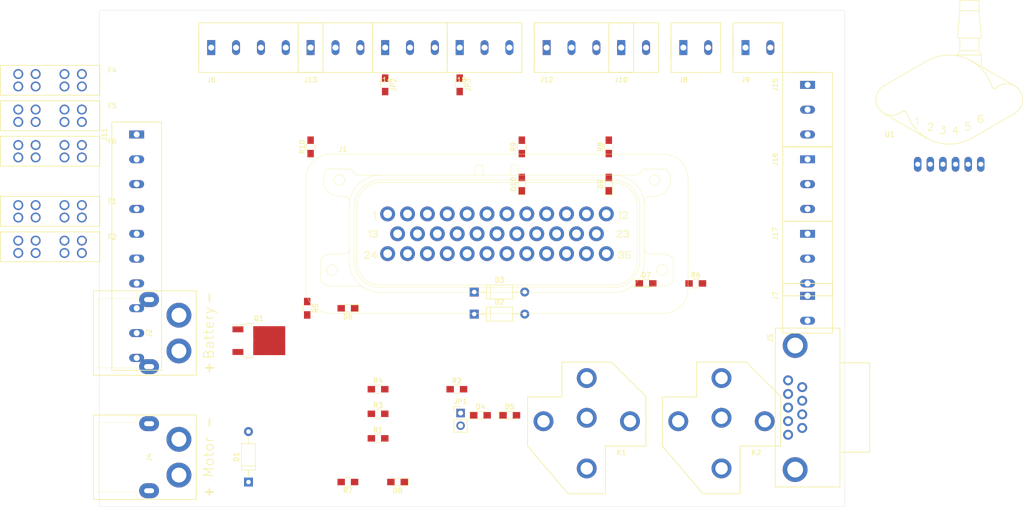
<source format=kicad_pcb>
(kicad_pcb (version 20171130) (host pcbnew 5.1.4)

  (general
    (thickness 1.6)
    (drawings 4)
    (tracks 0)
    (zones 0)
    (modules 49)
    (nets 64)
  )

  (page A4)
  (title_block
    (title "Vera ECU Board")
    (date 2019-08-12)
    (company "Chalmers Vera Team")
    (comment 1 "Designed by Erik Almbratt (erik.almbratt@gmail.com)")
  )

  (layers
    (0 F.Cu signal)
    (31 B.Cu signal)
    (32 B.Adhes user)
    (33 F.Adhes user)
    (34 B.Paste user)
    (35 F.Paste user)
    (36 B.SilkS user)
    (37 F.SilkS user)
    (38 B.Mask user)
    (39 F.Mask user)
    (40 Dwgs.User user)
    (41 Cmts.User user)
    (42 Eco1.User user)
    (43 Eco2.User user)
    (44 Edge.Cuts user)
    (45 Margin user)
    (46 B.CrtYd user)
    (47 F.CrtYd user hide)
    (48 B.Fab user)
    (49 F.Fab user)
  )

  (setup
    (last_trace_width 0.25)
    (trace_clearance 0.2)
    (zone_clearance 0.508)
    (zone_45_only no)
    (trace_min 0.2)
    (via_size 0.8)
    (via_drill 0.4)
    (via_min_size 0.4)
    (via_min_drill 0.3)
    (uvia_size 0.3)
    (uvia_drill 0.1)
    (uvias_allowed no)
    (uvia_min_size 0.2)
    (uvia_min_drill 0.1)
    (edge_width 0.05)
    (segment_width 0.2)
    (pcb_text_width 0.3)
    (pcb_text_size 1.5 1.5)
    (mod_edge_width 0.12)
    (mod_text_size 1 1)
    (mod_text_width 0.15)
    (pad_size 1.524 1.524)
    (pad_drill 0.762)
    (pad_to_mask_clearance 0.051)
    (solder_mask_min_width 0.25)
    (aux_axis_origin 0 0)
    (visible_elements FFFFF77F)
    (pcbplotparams
      (layerselection 0x010fc_ffffffff)
      (usegerberextensions false)
      (usegerberattributes false)
      (usegerberadvancedattributes false)
      (creategerberjobfile false)
      (excludeedgelayer true)
      (linewidth 0.100000)
      (plotframeref false)
      (viasonmask false)
      (mode 1)
      (useauxorigin false)
      (hpglpennumber 1)
      (hpglpenspeed 20)
      (hpglpendiameter 15.000000)
      (psnegative false)
      (psa4output false)
      (plotreference true)
      (plotvalue true)
      (plotinvisibletext false)
      (padsonsilk false)
      (subtractmaskfromsilk false)
      (outputformat 1)
      (mirror false)
      (drillshape 1)
      (scaleselection 1)
      (outputdirectory ""))
  )

  (net 0 "")
  (net 1 GNDPWR)
  (net 2 /relay_to_start_motor)
  (net 3 /button_to_main_relay)
  (net 4 GNDS)
  (net 5 /button_to_start_motor_relay)
  (net 6 +12V)
  (net 7 "Net-(D4-Pad2)")
  (net 8 "Net-(D5-Pad2)")
  (net 9 "Net-(D6-Pad2)")
  (net 10 "Net-(D7-Pad2)")
  (net 11 "Net-(D8-Pad2)")
  (net 12 "Net-(D9-Pad2)")
  (net 13 "Net-(D10-Pad2)")
  (net 14 "Net-(J2-Pad1)")
  (net 15 "Net-(J5-Pad1)")
  (net 16 /serial_RX)
  (net 17 /serial_TX)
  (net 18 "Net-(J5-Pad4)")
  (net 19 "Net-(J5-Pad6)")
  (net 20 "Net-(J5-Pad7)")
  (net 21 "Net-(J5-Pad8)")
  (net 22 "Net-(J5-Pad9)")
  (net 23 /tachometer)
  (net 24 /Connectors/deadmans)
  (net 25 "Net-(F6-Pad2)")
  (net 26 /iat_signal)
  (net 27 /clt_signal)
  (net 28 /injector_1)
  (net 29 "Net-(F4-Pad2)")
  (net 30 +BATT)
  (net 31 /Connectors/wheel_signal)
  (net 32 /Connectors/camera)
  (net 33 "Net-(F5-Pad2)")
  (net 34 /ego_signal)
  (net 35 /crank_hall_signal)
  (net 36 /cam_hall_signal)
  (net 37 /ignition_1)
  (net 38 /ignition_2)
  (net 39 /bootload)
  (net 40 "Net-(F1-Pad1)")
  (net 41 "Net-(F2-Pad1)")
  (net 42 +5V)
  (net 43 /TPS_input)
  (net 44 /CANH)
  (net 45 /CANL)
  (net 46 /VRIN2+)
  (net 47 /spare_in2)
  (net 48 /flex_fuel)
  (net 49 /fidle)
  (net 50 /fuel_pump)
  (net 51 /injector_2)
  (net 52 /accel_led)
  (net 53 /warm-up)
  (net 54 /map_signal)
  (net 55 /spare_in1)
  (net 56 /opto_in+)
  (net 57 /opto_in-)
  (net 58 /VRIN1+)
  (net 59 "Net-(U1-Pad6)")
  (net 60 "Net-(U1-Pad5)")
  (net 61 "Net-(U1-Pad4)")
  (net 62 "Net-(K1-Pad87a)")
  (net 63 "Net-(K2-Pad87a)")

  (net_class Default "This is the default net class."
    (clearance 0.2)
    (trace_width 0.25)
    (via_dia 0.8)
    (via_drill 0.4)
    (uvia_dia 0.3)
    (uvia_drill 0.1)
    (add_net +12V)
    (add_net +5V)
    (add_net +BATT)
    (add_net /CANH)
    (add_net /CANL)
    (add_net /Connectors/camera)
    (add_net /Connectors/deadmans)
    (add_net /Connectors/wheel_signal)
    (add_net /TPS_input)
    (add_net /VRIN1+)
    (add_net /VRIN2+)
    (add_net /accel_led)
    (add_net /bootload)
    (add_net /button_to_main_relay)
    (add_net /button_to_start_motor_relay)
    (add_net /cam_hall_signal)
    (add_net /clt_signal)
    (add_net /crank_hall_signal)
    (add_net /ego_signal)
    (add_net /fidle)
    (add_net /flex_fuel)
    (add_net /fuel_pump)
    (add_net /iat_signal)
    (add_net /ignition_1)
    (add_net /ignition_2)
    (add_net /injector_1)
    (add_net /injector_2)
    (add_net /map_signal)
    (add_net /opto_in+)
    (add_net /opto_in-)
    (add_net /relay_to_start_motor)
    (add_net /serial_RX)
    (add_net /serial_TX)
    (add_net /spare_in1)
    (add_net /spare_in2)
    (add_net /tachometer)
    (add_net /warm-up)
    (add_net GNDPWR)
    (add_net GNDS)
    (add_net "Net-(D10-Pad2)")
    (add_net "Net-(D4-Pad2)")
    (add_net "Net-(D5-Pad2)")
    (add_net "Net-(D6-Pad2)")
    (add_net "Net-(D7-Pad2)")
    (add_net "Net-(D8-Pad2)")
    (add_net "Net-(D9-Pad2)")
    (add_net "Net-(F1-Pad1)")
    (add_net "Net-(F2-Pad1)")
    (add_net "Net-(F4-Pad2)")
    (add_net "Net-(F5-Pad2)")
    (add_net "Net-(F6-Pad2)")
    (add_net "Net-(J2-Pad1)")
    (add_net "Net-(J5-Pad1)")
    (add_net "Net-(J5-Pad4)")
    (add_net "Net-(J5-Pad6)")
    (add_net "Net-(J5-Pad7)")
    (add_net "Net-(J5-Pad8)")
    (add_net "Net-(J5-Pad9)")
    (add_net "Net-(K1-Pad87a)")
    (add_net "Net-(K2-Pad87a)")
    (add_net "Net-(U1-Pad4)")
    (add_net "Net-(U1-Pad5)")
    (add_net "Net-(U1-Pad6)")
  )

  (module ecu-board-footprints:Terminal_Block_3x5.00mm (layer F.Cu) (tedit 5D588113) (tstamp 5D50B8A8)
    (at 122.5 57.5)
    (path /5C5705F6/5C788398)
    (fp_text reference J18 (at 0 6.5) (layer F.SilkS)
      (effects (font (size 1 1) (thickness 0.15)))
    )
    (fp_text value "Wheel Hall connector" (at 5 -6.5) (layer F.Fab)
      (effects (font (size 1 1) (thickness 0.15)))
    )
    (fp_line (start 12.5 5) (end 12.5 2.5) (layer F.SilkS) (width 0.15))
    (fp_line (start -2.5 5) (end 12.5 5) (layer F.SilkS) (width 0.15))
    (fp_line (start -2.5 2.5) (end -2.5 5) (layer F.SilkS) (width 0.15))
    (fp_line (start -2.5 -2.5) (end -2.5 2.5) (layer F.SilkS) (width 0.15))
    (fp_line (start -2.5 -5) (end -2.5 -2.5) (layer F.SilkS) (width 0.15))
    (fp_line (start 12.5 -5) (end -2.5 -5) (layer F.SilkS) (width 0.15))
    (fp_line (start 12.5 -2.5) (end 12.5 -5) (layer F.SilkS) (width 0.15))
    (fp_line (start -2.5 -2.5) (end -2.5 2.5) (layer F.SilkS) (width 0.15))
    (fp_line (start 12.5 -2.5) (end 12.5 2.5) (layer F.SilkS) (width 0.15))
    (pad 3 thru_hole oval (at 10 0) (size 1.6 3) (drill 1.2) (layers *.Cu *.Mask)
      (net 4 GNDS))
    (pad 2 thru_hole oval (at 5 0) (size 1.6 3) (drill 1.2) (layers *.Cu *.Mask)
      (net 31 /Connectors/wheel_signal))
    (pad 1 thru_hole rect (at 0 0) (size 1.6 3) (drill 1.2) (layers *.Cu *.Mask)
      (net 6 +12V))
  )

  (module ecu-board-footprints:Terminal_Block_3x5.00mm (layer F.Cu) (tedit 5D588113) (tstamp 5D50B89C)
    (at 192.5 95 270)
    (path /5C5705F6/5CE57F74)
    (fp_text reference J17 (at 0 6.5 90) (layer F.SilkS)
      (effects (font (size 1 1) (thickness 0.15)))
    )
    (fp_text value "Camera connector" (at 5 -6.5 90) (layer F.Fab)
      (effects (font (size 1 1) (thickness 0.15)))
    )
    (fp_line (start 12.5 5) (end 12.5 2.5) (layer F.SilkS) (width 0.15))
    (fp_line (start -2.5 5) (end 12.5 5) (layer F.SilkS) (width 0.15))
    (fp_line (start -2.5 2.5) (end -2.5 5) (layer F.SilkS) (width 0.15))
    (fp_line (start -2.5 -2.5) (end -2.5 2.5) (layer F.SilkS) (width 0.15))
    (fp_line (start -2.5 -5) (end -2.5 -2.5) (layer F.SilkS) (width 0.15))
    (fp_line (start 12.5 -5) (end -2.5 -5) (layer F.SilkS) (width 0.15))
    (fp_line (start 12.5 -2.5) (end 12.5 -5) (layer F.SilkS) (width 0.15))
    (fp_line (start -2.5 -2.5) (end -2.5 2.5) (layer F.SilkS) (width 0.15))
    (fp_line (start 12.5 -2.5) (end 12.5 2.5) (layer F.SilkS) (width 0.15))
    (pad 3 thru_hole oval (at 10 0 270) (size 1.6 3) (drill 1.2) (layers *.Cu *.Mask)
      (net 4 GNDS))
    (pad 2 thru_hole oval (at 5 0 270) (size 1.6 3) (drill 1.2) (layers *.Cu *.Mask)
      (net 32 /Connectors/camera))
    (pad 1 thru_hole rect (at 0 0 270) (size 1.6 3) (drill 1.2) (layers *.Cu *.Mask)
      (net 6 +12V))
  )

  (module ecu-board-footprints:Terminal_Block_3x5.00mm (layer F.Cu) (tedit 5D588113) (tstamp 5D50B890)
    (at 192.5 80 270)
    (path /5C5705F6/5C77363A)
    (fp_text reference J16 (at 0 6.5 90) (layer F.SilkS)
      (effects (font (size 1 1) (thickness 0.15)))
    )
    (fp_text value "Ignition 2 connector" (at 5 -6.5 90) (layer F.Fab)
      (effects (font (size 1 1) (thickness 0.15)))
    )
    (fp_line (start 12.5 5) (end 12.5 2.5) (layer F.SilkS) (width 0.15))
    (fp_line (start -2.5 5) (end 12.5 5) (layer F.SilkS) (width 0.15))
    (fp_line (start -2.5 2.5) (end -2.5 5) (layer F.SilkS) (width 0.15))
    (fp_line (start -2.5 -2.5) (end -2.5 2.5) (layer F.SilkS) (width 0.15))
    (fp_line (start -2.5 -5) (end -2.5 -2.5) (layer F.SilkS) (width 0.15))
    (fp_line (start 12.5 -5) (end -2.5 -5) (layer F.SilkS) (width 0.15))
    (fp_line (start 12.5 -2.5) (end 12.5 -5) (layer F.SilkS) (width 0.15))
    (fp_line (start -2.5 -2.5) (end -2.5 2.5) (layer F.SilkS) (width 0.15))
    (fp_line (start 12.5 -2.5) (end 12.5 2.5) (layer F.SilkS) (width 0.15))
    (pad 3 thru_hole oval (at 10 0 270) (size 1.6 3) (drill 1.2) (layers *.Cu *.Mask)
      (net 1 GNDPWR))
    (pad 2 thru_hole oval (at 5 0 270) (size 1.6 3) (drill 1.2) (layers *.Cu *.Mask)
      (net 38 /ignition_2))
    (pad 1 thru_hole rect (at 0 0 270) (size 1.6 3) (drill 1.2) (layers *.Cu *.Mask)
      (net 6 +12V))
  )

  (module ecu-board-footprints:Terminal_Block_3x5.00mm (layer F.Cu) (tedit 5D588113) (tstamp 5D50B884)
    (at 192.5 65 270)
    (path /5C5705F6/5C773356)
    (fp_text reference J15 (at 0 6.5 90) (layer F.SilkS)
      (effects (font (size 1 1) (thickness 0.15)))
    )
    (fp_text value "Ignition 1 connector" (at 5 -6.5 90) (layer F.Fab)
      (effects (font (size 1 1) (thickness 0.15)))
    )
    (fp_line (start 12.5 5) (end 12.5 2.5) (layer F.SilkS) (width 0.15))
    (fp_line (start -2.5 5) (end 12.5 5) (layer F.SilkS) (width 0.15))
    (fp_line (start -2.5 2.5) (end -2.5 5) (layer F.SilkS) (width 0.15))
    (fp_line (start -2.5 -2.5) (end -2.5 2.5) (layer F.SilkS) (width 0.15))
    (fp_line (start -2.5 -5) (end -2.5 -2.5) (layer F.SilkS) (width 0.15))
    (fp_line (start 12.5 -5) (end -2.5 -5) (layer F.SilkS) (width 0.15))
    (fp_line (start 12.5 -2.5) (end 12.5 -5) (layer F.SilkS) (width 0.15))
    (fp_line (start -2.5 -2.5) (end -2.5 2.5) (layer F.SilkS) (width 0.15))
    (fp_line (start 12.5 -2.5) (end 12.5 2.5) (layer F.SilkS) (width 0.15))
    (pad 3 thru_hole oval (at 10 0 270) (size 1.6 3) (drill 1.2) (layers *.Cu *.Mask)
      (net 1 GNDPWR))
    (pad 2 thru_hole oval (at 5 0 270) (size 1.6 3) (drill 1.2) (layers *.Cu *.Mask)
      (net 37 /ignition_1))
    (pad 1 thru_hole rect (at 0 0 270) (size 1.6 3) (drill 1.2) (layers *.Cu *.Mask)
      (net 6 +12V))
  )

  (module ecu-board-footprints:Terminal_Block_3x5.00mm (layer F.Cu) (tedit 5D588113) (tstamp 5D50B878)
    (at 107.5 57.5)
    (path /5C5705F6/5C596299)
    (fp_text reference J14 (at 0 6.5) (layer F.SilkS)
      (effects (font (size 1 1) (thickness 0.15)))
    )
    (fp_text value "Camshaft Hall connector" (at 5 -6.5) (layer F.Fab)
      (effects (font (size 1 1) (thickness 0.15)))
    )
    (fp_line (start 12.5 5) (end 12.5 2.5) (layer F.SilkS) (width 0.15))
    (fp_line (start -2.5 5) (end 12.5 5) (layer F.SilkS) (width 0.15))
    (fp_line (start -2.5 2.5) (end -2.5 5) (layer F.SilkS) (width 0.15))
    (fp_line (start -2.5 -2.5) (end -2.5 2.5) (layer F.SilkS) (width 0.15))
    (fp_line (start -2.5 -5) (end -2.5 -2.5) (layer F.SilkS) (width 0.15))
    (fp_line (start 12.5 -5) (end -2.5 -5) (layer F.SilkS) (width 0.15))
    (fp_line (start 12.5 -2.5) (end 12.5 -5) (layer F.SilkS) (width 0.15))
    (fp_line (start -2.5 -2.5) (end -2.5 2.5) (layer F.SilkS) (width 0.15))
    (fp_line (start 12.5 -2.5) (end 12.5 2.5) (layer F.SilkS) (width 0.15))
    (pad 3 thru_hole oval (at 10 0) (size 1.6 3) (drill 1.2) (layers *.Cu *.Mask)
      (net 4 GNDS))
    (pad 2 thru_hole oval (at 5 0) (size 1.6 3) (drill 1.2) (layers *.Cu *.Mask)
      (net 36 /cam_hall_signal))
    (pad 1 thru_hole rect (at 0 0) (size 1.6 3) (drill 1.2) (layers *.Cu *.Mask)
      (net 6 +12V))
  )

  (module ecu-board-footprints:Terminal_Block_3x5.00mm (layer F.Cu) (tedit 5D588113) (tstamp 5D50B86C)
    (at 92.5 57.5)
    (path /5C5705F6/5C5953F1)
    (fp_text reference J13 (at 0 6.5) (layer F.SilkS)
      (effects (font (size 1 1) (thickness 0.15)))
    )
    (fp_text value "Chrankshaft Hall connector" (at 5 -6.5) (layer F.Fab)
      (effects (font (size 1 1) (thickness 0.15)))
    )
    (fp_line (start 12.5 5) (end 12.5 2.5) (layer F.SilkS) (width 0.15))
    (fp_line (start -2.5 5) (end 12.5 5) (layer F.SilkS) (width 0.15))
    (fp_line (start -2.5 2.5) (end -2.5 5) (layer F.SilkS) (width 0.15))
    (fp_line (start -2.5 -2.5) (end -2.5 2.5) (layer F.SilkS) (width 0.15))
    (fp_line (start -2.5 -5) (end -2.5 -2.5) (layer F.SilkS) (width 0.15))
    (fp_line (start 12.5 -5) (end -2.5 -5) (layer F.SilkS) (width 0.15))
    (fp_line (start 12.5 -2.5) (end 12.5 -5) (layer F.SilkS) (width 0.15))
    (fp_line (start -2.5 -2.5) (end -2.5 2.5) (layer F.SilkS) (width 0.15))
    (fp_line (start 12.5 -2.5) (end 12.5 2.5) (layer F.SilkS) (width 0.15))
    (pad 3 thru_hole oval (at 10 0) (size 1.6 3) (drill 1.2) (layers *.Cu *.Mask)
      (net 4 GNDS))
    (pad 2 thru_hole oval (at 5 0) (size 1.6 3) (drill 1.2) (layers *.Cu *.Mask)
      (net 35 /crank_hall_signal))
    (pad 1 thru_hole rect (at 0 0) (size 1.6 3) (drill 1.2) (layers *.Cu *.Mask)
      (net 6 +12V))
  )

  (module ecu-board-footprints:Terminal_Block_4x5.00mm (layer F.Cu) (tedit 5D5881D6) (tstamp 5D50B860)
    (at 140 57.5)
    (path /5C5705F6/5C72F789)
    (fp_text reference J12 (at 0 6.5) (layer F.SilkS)
      (effects (font (size 1 1) (thickness 0.15)))
    )
    (fp_text value "EGO connector" (at 7.5 -6.5) (layer F.Fab)
      (effects (font (size 1 1) (thickness 0.15)))
    )
    (fp_line (start -2.5 5) (end 17.5 5) (layer F.SilkS) (width 0.15))
    (fp_line (start -2.5 2.5) (end -2.5 5) (layer F.SilkS) (width 0.15))
    (fp_line (start -2.5 -2.5) (end -2.5 2.5) (layer F.SilkS) (width 0.15))
    (fp_line (start -2.5 -5) (end -2.5 -2.5) (layer F.SilkS) (width 0.15))
    (fp_line (start 17.5 -5) (end -2.5 -5) (layer F.SilkS) (width 0.15))
    (fp_line (start 17.5 5) (end 17.5 -5) (layer F.SilkS) (width 0.15))
    (fp_line (start -2.5 -2.5) (end -2.5 2.5) (layer F.SilkS) (width 0.15))
    (pad 4 thru_hole oval (at 15 0) (size 1.6 3) (drill 1.2) (layers *.Cu *.Mask)
      (net 1 GNDPWR))
    (pad 3 thru_hole oval (at 10 0) (size 1.6 3) (drill 1.2) (layers *.Cu *.Mask)
      (net 4 GNDS))
    (pad 2 thru_hole oval (at 5 0) (size 1.6 3) (drill 1.2) (layers *.Cu *.Mask)
      (net 34 /ego_signal))
    (pad 1 thru_hole rect (at 0 0) (size 1.6 3) (drill 1.2) (layers *.Cu *.Mask)
      (net 33 "Net-(F5-Pad2)"))
  )

  (module ecu-board-footprints:Terminal_Block_10x5.00mm (layer F.Cu) (tedit 5D588270) (tstamp 5D50CBFF)
    (at 57.5 75 270)
    (path /5C5705F6/5CBEB4A6)
    (fp_text reference J11 (at 0 6.5 90) (layer F.SilkS)
      (effects (font (size 1 1) (thickness 0.15)))
    )
    (fp_text value "Cockpit connector" (at 22.5 -6.5 90) (layer F.Fab)
      (effects (font (size 1 1) (thickness 0.15)))
    )
    (fp_line (start -2.5 5) (end 47.5 5) (layer F.SilkS) (width 0.15))
    (fp_line (start -2.5 2.5) (end -2.5 5) (layer F.SilkS) (width 0.15))
    (fp_line (start -2.5 -2.5) (end -2.5 2.5) (layer F.SilkS) (width 0.15))
    (fp_line (start -2.5 -5) (end -2.5 -2.5) (layer F.SilkS) (width 0.15))
    (fp_line (start 47.5 -5) (end -2.5 -5) (layer F.SilkS) (width 0.15))
    (fp_line (start 47.5 5) (end 47.5 -5) (layer F.SilkS) (width 0.15))
    (fp_line (start -2.5 -2.5) (end -2.5 2.5) (layer F.SilkS) (width 0.15))
    (pad 10 thru_hole oval (at 45 0 270) (size 1.6 3) (drill 1.2) (layers *.Cu *.Mask)
      (net 4 GNDS))
    (pad 9 thru_hole oval (at 40 0 270) (size 1.6 3) (drill 1.2) (layers *.Cu *.Mask)
      (net 5 /button_to_start_motor_relay))
    (pad 8 thru_hole oval (at 35 0 270) (size 1.6 3) (drill 1.2) (layers *.Cu *.Mask)
      (net 3 /button_to_main_relay))
    (pad 7 thru_hole oval (at 30 0 270) (size 1.6 3) (drill 1.2) (layers *.Cu *.Mask)
      (net 17 /serial_TX))
    (pad 6 thru_hole oval (at 25 0 270) (size 1.6 3) (drill 1.2) (layers *.Cu *.Mask)
      (net 16 /serial_RX))
    (pad 5 thru_hole oval (at 20 0 270) (size 1.6 3) (drill 1.2) (layers *.Cu *.Mask)
      (net 32 /Connectors/camera))
    (pad 4 thru_hole oval (at 15 0 270) (size 1.6 3) (drill 1.2) (layers *.Cu *.Mask)
      (net 31 /Connectors/wheel_signal))
    (pad 3 thru_hole oval (at 10 0 270) (size 1.6 3) (drill 1.2) (layers *.Cu *.Mask)
      (net 24 /Connectors/deadmans))
    (pad 2 thru_hole oval (at 5 0 270) (size 1.6 3) (drill 1.2) (layers *.Cu *.Mask)
      (net 30 +BATT))
    (pad 1 thru_hole rect (at 0 0 270) (size 1.6 3) (drill 1.2) (layers *.Cu *.Mask)
      (net 6 +12V))
  )

  (module ecu-board-footprints:Terminal_Block_2x5.00mm (layer F.Cu) (tedit 5D5880D4) (tstamp 5D50B840)
    (at 155 57.5)
    (path /5C5705F6/5C594BAE)
    (fp_text reference J10 (at 0 6.5) (layer F.SilkS)
      (effects (font (size 1 1) (thickness 0.15)))
    )
    (fp_text value "Injector connector" (at 2.5 -6.5) (layer F.Fab)
      (effects (font (size 1 1) (thickness 0.15)))
    )
    (fp_line (start 7.5 5) (end 7.5 2.5) (layer F.SilkS) (width 0.15))
    (fp_line (start -2.5 5) (end 7.5 5) (layer F.SilkS) (width 0.15))
    (fp_line (start -2.5 2.5) (end -2.5 5) (layer F.SilkS) (width 0.15))
    (fp_line (start -2.5 -2.5) (end -2.5 2.5) (layer F.SilkS) (width 0.15))
    (fp_line (start -2.5 -5) (end -2.5 -2.5) (layer F.SilkS) (width 0.15))
    (fp_line (start 7.5 -5) (end -2.5 -5) (layer F.SilkS) (width 0.15))
    (fp_line (start 7.5 -2.5) (end 7.5 -5) (layer F.SilkS) (width 0.15))
    (fp_line (start -2.5 -2.5) (end -2.5 2.5) (layer F.SilkS) (width 0.15))
    (fp_line (start 7.5 -2.5) (end 7.5 2.5) (layer F.SilkS) (width 0.15))
    (pad 2 thru_hole oval (at 5 0) (size 1.6 3) (drill 1.2) (layers *.Cu *.Mask)
      (net 28 /injector_1))
    (pad 1 thru_hole rect (at 0 0) (size 1.6 3) (drill 1.2) (layers *.Cu *.Mask)
      (net 29 "Net-(F4-Pad2)"))
  )

  (module ecu-board-footprints:Terminal_Block_2x5.00mm (layer F.Cu) (tedit 5D5880D4) (tstamp 5D50B835)
    (at 180 57.5)
    (path /5C5705F6/5C594A0D)
    (fp_text reference J9 (at 0 6.5) (layer F.SilkS)
      (effects (font (size 1 1) (thickness 0.15)))
    )
    (fp_text value "CLT connector" (at 2.5 -6.5) (layer F.Fab)
      (effects (font (size 1 1) (thickness 0.15)))
    )
    (fp_line (start 7.5 5) (end 7.5 2.5) (layer F.SilkS) (width 0.15))
    (fp_line (start -2.5 5) (end 7.5 5) (layer F.SilkS) (width 0.15))
    (fp_line (start -2.5 2.5) (end -2.5 5) (layer F.SilkS) (width 0.15))
    (fp_line (start -2.5 -2.5) (end -2.5 2.5) (layer F.SilkS) (width 0.15))
    (fp_line (start -2.5 -5) (end -2.5 -2.5) (layer F.SilkS) (width 0.15))
    (fp_line (start 7.5 -5) (end -2.5 -5) (layer F.SilkS) (width 0.15))
    (fp_line (start 7.5 -2.5) (end 7.5 -5) (layer F.SilkS) (width 0.15))
    (fp_line (start -2.5 -2.5) (end -2.5 2.5) (layer F.SilkS) (width 0.15))
    (fp_line (start 7.5 -2.5) (end 7.5 2.5) (layer F.SilkS) (width 0.15))
    (pad 2 thru_hole oval (at 5 0) (size 1.6 3) (drill 1.2) (layers *.Cu *.Mask)
      (net 4 GNDS))
    (pad 1 thru_hole rect (at 0 0) (size 1.6 3) (drill 1.2) (layers *.Cu *.Mask)
      (net 27 /clt_signal))
  )

  (module ecu-board-footprints:Terminal_Block_2x5.00mm (layer F.Cu) (tedit 5D5880D4) (tstamp 5D50B82A)
    (at 167.5 57.5)
    (path /5C5705F6/5C594AF2)
    (fp_text reference J8 (at 0 6.5) (layer F.SilkS)
      (effects (font (size 1 1) (thickness 0.15)))
    )
    (fp_text value "IAT connector" (at 2.5 -6.5) (layer F.Fab)
      (effects (font (size 1 1) (thickness 0.15)))
    )
    (fp_line (start 7.5 5) (end 7.5 2.5) (layer F.SilkS) (width 0.15))
    (fp_line (start -2.5 5) (end 7.5 5) (layer F.SilkS) (width 0.15))
    (fp_line (start -2.5 2.5) (end -2.5 5) (layer F.SilkS) (width 0.15))
    (fp_line (start -2.5 -2.5) (end -2.5 2.5) (layer F.SilkS) (width 0.15))
    (fp_line (start -2.5 -5) (end -2.5 -2.5) (layer F.SilkS) (width 0.15))
    (fp_line (start 7.5 -5) (end -2.5 -5) (layer F.SilkS) (width 0.15))
    (fp_line (start 7.5 -2.5) (end 7.5 -5) (layer F.SilkS) (width 0.15))
    (fp_line (start -2.5 -2.5) (end -2.5 2.5) (layer F.SilkS) (width 0.15))
    (fp_line (start 7.5 -2.5) (end 7.5 2.5) (layer F.SilkS) (width 0.15))
    (pad 2 thru_hole oval (at 5 0) (size 1.6 3) (drill 1.2) (layers *.Cu *.Mask)
      (net 4 GNDS))
    (pad 1 thru_hole rect (at 0 0) (size 1.6 3) (drill 1.2) (layers *.Cu *.Mask)
      (net 26 /iat_signal))
  )

  (module ecu-board-footprints:Terminal_Block_2x5.00mm (layer F.Cu) (tedit 5D5880D4) (tstamp 5D50B81F)
    (at 192.5 107.5 270)
    (path /5C5705F6/5CE82F80)
    (fp_text reference J7 (at 0 6.5 90) (layer F.SilkS)
      (effects (font (size 1 1) (thickness 0.15)))
    )
    (fp_text value "Backlight connector" (at 2.5 -6.5 90) (layer F.Fab)
      (effects (font (size 1 1) (thickness 0.15)))
    )
    (fp_line (start 7.5 5) (end 7.5 2.5) (layer F.SilkS) (width 0.15))
    (fp_line (start -2.5 5) (end 7.5 5) (layer F.SilkS) (width 0.15))
    (fp_line (start -2.5 2.5) (end -2.5 5) (layer F.SilkS) (width 0.15))
    (fp_line (start -2.5 -2.5) (end -2.5 2.5) (layer F.SilkS) (width 0.15))
    (fp_line (start -2.5 -5) (end -2.5 -2.5) (layer F.SilkS) (width 0.15))
    (fp_line (start 7.5 -5) (end -2.5 -5) (layer F.SilkS) (width 0.15))
    (fp_line (start 7.5 -2.5) (end 7.5 -5) (layer F.SilkS) (width 0.15))
    (fp_line (start -2.5 -2.5) (end -2.5 2.5) (layer F.SilkS) (width 0.15))
    (fp_line (start 7.5 -2.5) (end 7.5 2.5) (layer F.SilkS) (width 0.15))
    (pad 2 thru_hole oval (at 5 0 270) (size 1.6 3) (drill 1.2) (layers *.Cu *.Mask)
      (net 1 GNDPWR))
    (pad 1 thru_hole rect (at 0 0 270) (size 1.6 3) (drill 1.2) (layers *.Cu *.Mask)
      (net 25 "Net-(F6-Pad2)"))
  )

  (module ecu-board-footprints:Terminal_Block_5x5.00mm (layer F.Cu) (tedit 5D58820F) (tstamp 5D50CC39)
    (at 72.5 57.5)
    (path /5C5705F6/5CA4D167)
    (fp_text reference J6 (at 0 6.5) (layer F.SilkS)
      (effects (font (size 1 1) (thickness 0.15)))
    )
    (fp_text value "Controller connector" (at 10 -6.5) (layer F.Fab)
      (effects (font (size 1 1) (thickness 0.15)))
    )
    (fp_line (start -2.5 5) (end 22.5 5) (layer F.SilkS) (width 0.15))
    (fp_line (start -2.5 2.5) (end -2.5 5) (layer F.SilkS) (width 0.15))
    (fp_line (start -2.5 -2.5) (end -2.5 2.5) (layer F.SilkS) (width 0.15))
    (fp_line (start -2.5 -5) (end -2.5 -2.5) (layer F.SilkS) (width 0.15))
    (fp_line (start 22.5 -5) (end -2.5 -5) (layer F.SilkS) (width 0.15))
    (fp_line (start 22.5 5) (end 22.5 -5) (layer F.SilkS) (width 0.15))
    (fp_line (start -2.5 -2.5) (end -2.5 2.5) (layer F.SilkS) (width 0.15))
    (pad 5 thru_hole oval (at 20 0) (size 1.6 3) (drill 1.2) (layers *.Cu *.Mask)
      (net 4 GNDS))
    (pad 4 thru_hole oval (at 15 0) (size 1.6 3) (drill 1.2) (layers *.Cu *.Mask)
      (net 5 /button_to_start_motor_relay))
    (pad 3 thru_hole oval (at 10 0) (size 1.6 3) (drill 1.2) (layers *.Cu *.Mask)
      (net 24 /Connectors/deadmans))
    (pad 2 thru_hole oval (at 5 0) (size 1.6 3) (drill 1.2) (layers *.Cu *.Mask)
      (net 23 /tachometer))
    (pad 1 thru_hole rect (at 0 0) (size 1.6 3) (drill 1.2) (layers *.Cu *.Mask)
      (net 6 +12V))
  )

  (module Resistors_SMD:R_0805_HandSoldering (layer F.Cu) (tedit 58E0A804) (tstamp 5D50B8EA)
    (at 122.5 65 270)
    (descr "Resistor SMD 0805, hand soldering")
    (tags "resistor 0805")
    (path /5C5705F6/5C9ECAB9)
    (attr smd)
    (fp_text reference JP3 (at 0 -1.7 90) (layer F.SilkS)
      (effects (font (size 1 1) (thickness 0.15)))
    )
    (fp_text value R_unpopulated (at 0 1.75 90) (layer F.Fab)
      (effects (font (size 1 1) (thickness 0.15)))
    )
    (fp_text user %R (at 0 0 90) (layer F.Fab)
      (effects (font (size 0.5 0.5) (thickness 0.075)))
    )
    (fp_line (start -1 0.62) (end -1 -0.62) (layer F.Fab) (width 0.1))
    (fp_line (start 1 0.62) (end -1 0.62) (layer F.Fab) (width 0.1))
    (fp_line (start 1 -0.62) (end 1 0.62) (layer F.Fab) (width 0.1))
    (fp_line (start -1 -0.62) (end 1 -0.62) (layer F.Fab) (width 0.1))
    (fp_line (start 0.6 0.88) (end -0.6 0.88) (layer F.SilkS) (width 0.12))
    (fp_line (start -0.6 -0.88) (end 0.6 -0.88) (layer F.SilkS) (width 0.12))
    (fp_line (start -2.35 -0.9) (end 2.35 -0.9) (layer F.CrtYd) (width 0.05))
    (fp_line (start -2.35 -0.9) (end -2.35 0.9) (layer F.CrtYd) (width 0.05))
    (fp_line (start 2.35 0.9) (end 2.35 -0.9) (layer F.CrtYd) (width 0.05))
    (fp_line (start 2.35 0.9) (end -2.35 0.9) (layer F.CrtYd) (width 0.05))
    (pad 1 smd rect (at -1.35 0 270) (size 1.5 1.3) (layers F.Cu F.Paste F.Mask)
      (net 31 /Connectors/wheel_signal))
    (pad 2 smd rect (at 1.35 0 270) (size 1.5 1.3) (layers F.Cu F.Paste F.Mask)
      (net 6 +12V))
    (model ${KISYS3DMOD}/Resistors_SMD.3dshapes/R_0805.wrl
      (at (xyz 0 0 0))
      (scale (xyz 1 1 1))
      (rotate (xyz 0 0 0))
    )
  )

  (module Resistors_SMD:R_0805_HandSoldering (layer F.Cu) (tedit 58E0A804) (tstamp 5D50B8D4)
    (at 107.5 65 270)
    (descr "Resistor SMD 0805, hand soldering")
    (tags "resistor 0805")
    (path /5C5705F6/5C9DB915)
    (attr smd)
    (fp_text reference JP2 (at 0 -1.7 90) (layer F.SilkS)
      (effects (font (size 1 1) (thickness 0.15)))
    )
    (fp_text value R_unpopulated (at 0 1.75 90) (layer F.Fab)
      (effects (font (size 1 1) (thickness 0.15)))
    )
    (fp_text user %R (at 0 0 90) (layer F.Fab)
      (effects (font (size 0.5 0.5) (thickness 0.075)))
    )
    (fp_line (start -1 0.62) (end -1 -0.62) (layer F.Fab) (width 0.1))
    (fp_line (start 1 0.62) (end -1 0.62) (layer F.Fab) (width 0.1))
    (fp_line (start 1 -0.62) (end 1 0.62) (layer F.Fab) (width 0.1))
    (fp_line (start -1 -0.62) (end 1 -0.62) (layer F.Fab) (width 0.1))
    (fp_line (start 0.6 0.88) (end -0.6 0.88) (layer F.SilkS) (width 0.12))
    (fp_line (start -0.6 -0.88) (end 0.6 -0.88) (layer F.SilkS) (width 0.12))
    (fp_line (start -2.35 -0.9) (end 2.35 -0.9) (layer F.CrtYd) (width 0.05))
    (fp_line (start -2.35 -0.9) (end -2.35 0.9) (layer F.CrtYd) (width 0.05))
    (fp_line (start 2.35 0.9) (end 2.35 -0.9) (layer F.CrtYd) (width 0.05))
    (fp_line (start 2.35 0.9) (end -2.35 0.9) (layer F.CrtYd) (width 0.05))
    (pad 1 smd rect (at -1.35 0 270) (size 1.5 1.3) (layers F.Cu F.Paste F.Mask)
      (net 36 /cam_hall_signal))
    (pad 2 smd rect (at 1.35 0 270) (size 1.5 1.3) (layers F.Cu F.Paste F.Mask)
      (net 6 +12V))
    (model ${KISYS3DMOD}/Resistors_SMD.3dshapes/R_0805.wrl
      (at (xyz 0 0 0))
      (scale (xyz 1 1 1))
      (rotate (xyz 0 0 0))
    )
  )

  (module Resistors_SMD:R_0805_HandSoldering (layer F.Cu) (tedit 58E0A804) (tstamp 5D50B9EA)
    (at 92.5 77.5 90)
    (descr "Resistor SMD 0805, hand soldering")
    (tags "resistor 0805")
    (path /5C5705F6/5C9BB785)
    (attr smd)
    (fp_text reference R10 (at 0 -1.7 90) (layer F.SilkS)
      (effects (font (size 1 1) (thickness 0.15)))
    )
    (fp_text value 10k (at 0 1.75 90) (layer F.Fab)
      (effects (font (size 1 1) (thickness 0.15)))
    )
    (fp_text user %R (at 0 0 90) (layer F.Fab)
      (effects (font (size 0.5 0.5) (thickness 0.075)))
    )
    (fp_line (start -1 0.62) (end -1 -0.62) (layer F.Fab) (width 0.1))
    (fp_line (start 1 0.62) (end -1 0.62) (layer F.Fab) (width 0.1))
    (fp_line (start 1 -0.62) (end 1 0.62) (layer F.Fab) (width 0.1))
    (fp_line (start -1 -0.62) (end 1 -0.62) (layer F.Fab) (width 0.1))
    (fp_line (start 0.6 0.88) (end -0.6 0.88) (layer F.SilkS) (width 0.12))
    (fp_line (start -0.6 -0.88) (end 0.6 -0.88) (layer F.SilkS) (width 0.12))
    (fp_line (start -2.35 -0.9) (end 2.35 -0.9) (layer F.CrtYd) (width 0.05))
    (fp_line (start -2.35 -0.9) (end -2.35 0.9) (layer F.CrtYd) (width 0.05))
    (fp_line (start 2.35 0.9) (end 2.35 -0.9) (layer F.CrtYd) (width 0.05))
    (fp_line (start 2.35 0.9) (end -2.35 0.9) (layer F.CrtYd) (width 0.05))
    (pad 1 smd rect (at -1.35 0 90) (size 1.5 1.3) (layers F.Cu F.Paste F.Mask)
      (net 6 +12V))
    (pad 2 smd rect (at 1.35 0 90) (size 1.5 1.3) (layers F.Cu F.Paste F.Mask)
      (net 35 /crank_hall_signal))
    (model ${KISYS3DMOD}/Resistors_SMD.3dshapes/R_0805.wrl
      (at (xyz 0 0 0))
      (scale (xyz 1 1 1))
      (rotate (xyz 0 0 0))
    )
  )

  (module Resistors_SMD:R_0805_HandSoldering (layer F.Cu) (tedit 58E0A804) (tstamp 5D50B9D4)
    (at 135 77.5 90)
    (descr "Resistor SMD 0805, hand soldering")
    (tags "resistor 0805")
    (path /5C5705F6/5CBA36F7)
    (attr smd)
    (fp_text reference R9 (at 0 -1.7 90) (layer F.SilkS)
      (effects (font (size 1 1) (thickness 0.15)))
    )
    (fp_text value 1k (at 0 1.75 90) (layer F.Fab)
      (effects (font (size 1 1) (thickness 0.15)))
    )
    (fp_text user %R (at 0 0 90) (layer F.Fab)
      (effects (font (size 0.5 0.5) (thickness 0.075)))
    )
    (fp_line (start -1 0.62) (end -1 -0.62) (layer F.Fab) (width 0.1))
    (fp_line (start 1 0.62) (end -1 0.62) (layer F.Fab) (width 0.1))
    (fp_line (start 1 -0.62) (end 1 0.62) (layer F.Fab) (width 0.1))
    (fp_line (start -1 -0.62) (end 1 -0.62) (layer F.Fab) (width 0.1))
    (fp_line (start 0.6 0.88) (end -0.6 0.88) (layer F.SilkS) (width 0.12))
    (fp_line (start -0.6 -0.88) (end 0.6 -0.88) (layer F.SilkS) (width 0.12))
    (fp_line (start -2.35 -0.9) (end 2.35 -0.9) (layer F.CrtYd) (width 0.05))
    (fp_line (start -2.35 -0.9) (end -2.35 0.9) (layer F.CrtYd) (width 0.05))
    (fp_line (start 2.35 0.9) (end 2.35 -0.9) (layer F.CrtYd) (width 0.05))
    (fp_line (start 2.35 0.9) (end -2.35 0.9) (layer F.CrtYd) (width 0.05))
    (pad 1 smd rect (at -1.35 0 90) (size 1.5 1.3) (layers F.Cu F.Paste F.Mask)
      (net 13 "Net-(D10-Pad2)"))
    (pad 2 smd rect (at 1.35 0 90) (size 1.5 1.3) (layers F.Cu F.Paste F.Mask)
      (net 33 "Net-(F5-Pad2)"))
    (model ${KISYS3DMOD}/Resistors_SMD.3dshapes/R_0805.wrl
      (at (xyz 0 0 0))
      (scale (xyz 1 1 1))
      (rotate (xyz 0 0 0))
    )
  )

  (module Resistors_SMD:R_0805_HandSoldering (layer F.Cu) (tedit 58E0A804) (tstamp 5D50B9BE)
    (at 152.5 77.5 90)
    (descr "Resistor SMD 0805, hand soldering")
    (tags "resistor 0805")
    (path /5C5705F6/5CBE58C7)
    (attr smd)
    (fp_text reference R8 (at 0 -1.7 90) (layer F.SilkS)
      (effects (font (size 1 1) (thickness 0.15)))
    )
    (fp_text value 1k (at 0 1.75 90) (layer F.Fab)
      (effects (font (size 1 1) (thickness 0.15)))
    )
    (fp_text user %R (at 0 0 90) (layer F.Fab)
      (effects (font (size 0.5 0.5) (thickness 0.075)))
    )
    (fp_line (start -1 0.62) (end -1 -0.62) (layer F.Fab) (width 0.1))
    (fp_line (start 1 0.62) (end -1 0.62) (layer F.Fab) (width 0.1))
    (fp_line (start 1 -0.62) (end 1 0.62) (layer F.Fab) (width 0.1))
    (fp_line (start -1 -0.62) (end 1 -0.62) (layer F.Fab) (width 0.1))
    (fp_line (start 0.6 0.88) (end -0.6 0.88) (layer F.SilkS) (width 0.12))
    (fp_line (start -0.6 -0.88) (end 0.6 -0.88) (layer F.SilkS) (width 0.12))
    (fp_line (start -2.35 -0.9) (end 2.35 -0.9) (layer F.CrtYd) (width 0.05))
    (fp_line (start -2.35 -0.9) (end -2.35 0.9) (layer F.CrtYd) (width 0.05))
    (fp_line (start 2.35 0.9) (end 2.35 -0.9) (layer F.CrtYd) (width 0.05))
    (fp_line (start 2.35 0.9) (end -2.35 0.9) (layer F.CrtYd) (width 0.05))
    (pad 1 smd rect (at -1.35 0 90) (size 1.5 1.3) (layers F.Cu F.Paste F.Mask)
      (net 12 "Net-(D9-Pad2)"))
    (pad 2 smd rect (at 1.35 0 90) (size 1.5 1.3) (layers F.Cu F.Paste F.Mask)
      (net 29 "Net-(F4-Pad2)"))
    (model ${KISYS3DMOD}/Resistors_SMD.3dshapes/R_0805.wrl
      (at (xyz 0 0 0))
      (scale (xyz 1 1 1))
      (rotate (xyz 0 0 0))
    )
  )

  (module Resistors_SMD:R_0805_HandSoldering (layer F.Cu) (tedit 58E0A804) (tstamp 5D50D3C0)
    (at 100 145 180)
    (descr "Resistor SMD 0805, hand soldering")
    (tags "resistor 0805")
    (path /5C5705F6/5CAE1C77)
    (attr smd)
    (fp_text reference R7 (at 0 -1.7) (layer F.SilkS)
      (effects (font (size 1 1) (thickness 0.15)))
    )
    (fp_text value 1k (at 0 1.75) (layer F.Fab)
      (effects (font (size 1 1) (thickness 0.15)))
    )
    (fp_text user %R (at 0 0) (layer F.Fab)
      (effects (font (size 0.5 0.5) (thickness 0.075)))
    )
    (fp_line (start -1 0.62) (end -1 -0.62) (layer F.Fab) (width 0.1))
    (fp_line (start 1 0.62) (end -1 0.62) (layer F.Fab) (width 0.1))
    (fp_line (start 1 -0.62) (end 1 0.62) (layer F.Fab) (width 0.1))
    (fp_line (start -1 -0.62) (end 1 -0.62) (layer F.Fab) (width 0.1))
    (fp_line (start 0.6 0.88) (end -0.6 0.88) (layer F.SilkS) (width 0.12))
    (fp_line (start -0.6 -0.88) (end 0.6 -0.88) (layer F.SilkS) (width 0.12))
    (fp_line (start -2.35 -0.9) (end 2.35 -0.9) (layer F.CrtYd) (width 0.05))
    (fp_line (start -2.35 -0.9) (end -2.35 0.9) (layer F.CrtYd) (width 0.05))
    (fp_line (start 2.35 0.9) (end 2.35 -0.9) (layer F.CrtYd) (width 0.05))
    (fp_line (start 2.35 0.9) (end -2.35 0.9) (layer F.CrtYd) (width 0.05))
    (pad 1 smd rect (at -1.35 0 180) (size 1.5 1.3) (layers F.Cu F.Paste F.Mask)
      (net 11 "Net-(D8-Pad2)"))
    (pad 2 smd rect (at 1.35 0 180) (size 1.5 1.3) (layers F.Cu F.Paste F.Mask)
      (net 2 /relay_to_start_motor))
    (model ${KISYS3DMOD}/Resistors_SMD.3dshapes/R_0805.wrl
      (at (xyz 0 0 0))
      (scale (xyz 1 1 1))
      (rotate (xyz 0 0 0))
    )
  )

  (module Resistors_SMD:R_0805_HandSoldering (layer F.Cu) (tedit 58E0A804) (tstamp 5D50B992)
    (at 170 105)
    (descr "Resistor SMD 0805, hand soldering")
    (tags "resistor 0805")
    (path /5C5705F6/5D20B1F5)
    (attr smd)
    (fp_text reference R6 (at 0 -1.7) (layer F.SilkS)
      (effects (font (size 1 1) (thickness 0.15)))
    )
    (fp_text value 1k (at 0 1.75) (layer F.Fab)
      (effects (font (size 1 1) (thickness 0.15)))
    )
    (fp_text user %R (at 0 0) (layer F.Fab)
      (effects (font (size 0.5 0.5) (thickness 0.075)))
    )
    (fp_line (start -1 0.62) (end -1 -0.62) (layer F.Fab) (width 0.1))
    (fp_line (start 1 0.62) (end -1 0.62) (layer F.Fab) (width 0.1))
    (fp_line (start 1 -0.62) (end 1 0.62) (layer F.Fab) (width 0.1))
    (fp_line (start -1 -0.62) (end 1 -0.62) (layer F.Fab) (width 0.1))
    (fp_line (start 0.6 0.88) (end -0.6 0.88) (layer F.SilkS) (width 0.12))
    (fp_line (start -0.6 -0.88) (end 0.6 -0.88) (layer F.SilkS) (width 0.12))
    (fp_line (start -2.35 -0.9) (end 2.35 -0.9) (layer F.CrtYd) (width 0.05))
    (fp_line (start -2.35 -0.9) (end -2.35 0.9) (layer F.CrtYd) (width 0.05))
    (fp_line (start 2.35 0.9) (end 2.35 -0.9) (layer F.CrtYd) (width 0.05))
    (fp_line (start 2.35 0.9) (end -2.35 0.9) (layer F.CrtYd) (width 0.05))
    (pad 1 smd rect (at -1.35 0) (size 1.5 1.3) (layers F.Cu F.Paste F.Mask)
      (net 10 "Net-(D7-Pad2)"))
    (pad 2 smd rect (at 1.35 0) (size 1.5 1.3) (layers F.Cu F.Paste F.Mask)
      (net 25 "Net-(F6-Pad2)"))
    (model ${KISYS3DMOD}/Resistors_SMD.3dshapes/R_0805.wrl
      (at (xyz 0 0 0))
      (scale (xyz 1 1 1))
      (rotate (xyz 0 0 0))
    )
  )

  (module Resistors_SMD:R_0805_HandSoldering (layer F.Cu) (tedit 58E0A804) (tstamp 5D50B97C)
    (at 91.815001 110 270)
    (descr "Resistor SMD 0805, hand soldering")
    (tags "resistor 0805")
    (path /5C5705F6/5CAA84BD)
    (attr smd)
    (fp_text reference R5 (at 0 -1.7 90) (layer F.SilkS)
      (effects (font (size 1 1) (thickness 0.15)))
    )
    (fp_text value 1k (at 0 1.75 90) (layer F.Fab)
      (effects (font (size 1 1) (thickness 0.15)))
    )
    (fp_text user %R (at 0 0 90) (layer F.Fab)
      (effects (font (size 0.5 0.5) (thickness 0.075)))
    )
    (fp_line (start -1 0.62) (end -1 -0.62) (layer F.Fab) (width 0.1))
    (fp_line (start 1 0.62) (end -1 0.62) (layer F.Fab) (width 0.1))
    (fp_line (start 1 -0.62) (end 1 0.62) (layer F.Fab) (width 0.1))
    (fp_line (start -1 -0.62) (end 1 -0.62) (layer F.Fab) (width 0.1))
    (fp_line (start 0.6 0.88) (end -0.6 0.88) (layer F.SilkS) (width 0.12))
    (fp_line (start -0.6 -0.88) (end 0.6 -0.88) (layer F.SilkS) (width 0.12))
    (fp_line (start -2.35 -0.9) (end 2.35 -0.9) (layer F.CrtYd) (width 0.05))
    (fp_line (start -2.35 -0.9) (end -2.35 0.9) (layer F.CrtYd) (width 0.05))
    (fp_line (start 2.35 0.9) (end 2.35 -0.9) (layer F.CrtYd) (width 0.05))
    (fp_line (start 2.35 0.9) (end -2.35 0.9) (layer F.CrtYd) (width 0.05))
    (pad 1 smd rect (at -1.35 0 270) (size 1.5 1.3) (layers F.Cu F.Paste F.Mask)
      (net 9 "Net-(D6-Pad2)"))
    (pad 2 smd rect (at 1.35 0 270) (size 1.5 1.3) (layers F.Cu F.Paste F.Mask)
      (net 30 +BATT))
    (model ${KISYS3DMOD}/Resistors_SMD.3dshapes/R_0805.wrl
      (at (xyz 0 0 0))
      (scale (xyz 1 1 1))
      (rotate (xyz 0 0 0))
    )
  )

  (module Resistors_SMD:R_0805_HandSoldering (layer F.Cu) (tedit 58E0A804) (tstamp 5D50B966)
    (at 106.075001 126.305001)
    (descr "Resistor SMD 0805, hand soldering")
    (tags "resistor 0805")
    (path /5C9A9924)
    (attr smd)
    (fp_text reference R4 (at 0 -1.7) (layer F.SilkS)
      (effects (font (size 1 1) (thickness 0.15)))
    )
    (fp_text value 30k (at 0 1.75) (layer F.Fab)
      (effects (font (size 1 1) (thickness 0.15)))
    )
    (fp_text user %R (at 0 0) (layer F.Fab)
      (effects (font (size 0.5 0.5) (thickness 0.075)))
    )
    (fp_line (start -1 0.62) (end -1 -0.62) (layer F.Fab) (width 0.1))
    (fp_line (start 1 0.62) (end -1 0.62) (layer F.Fab) (width 0.1))
    (fp_line (start 1 -0.62) (end 1 0.62) (layer F.Fab) (width 0.1))
    (fp_line (start -1 -0.62) (end 1 -0.62) (layer F.Fab) (width 0.1))
    (fp_line (start 0.6 0.88) (end -0.6 0.88) (layer F.SilkS) (width 0.12))
    (fp_line (start -0.6 -0.88) (end 0.6 -0.88) (layer F.SilkS) (width 0.12))
    (fp_line (start -2.35 -0.9) (end 2.35 -0.9) (layer F.CrtYd) (width 0.05))
    (fp_line (start -2.35 -0.9) (end -2.35 0.9) (layer F.CrtYd) (width 0.05))
    (fp_line (start 2.35 0.9) (end 2.35 -0.9) (layer F.CrtYd) (width 0.05))
    (fp_line (start 2.35 0.9) (end -2.35 0.9) (layer F.CrtYd) (width 0.05))
    (pad 1 smd rect (at -1.35 0) (size 1.5 1.3) (layers F.Cu F.Paste F.Mask)
      (net 43 /TPS_input))
    (pad 2 smd rect (at 1.35 0) (size 1.5 1.3) (layers F.Cu F.Paste F.Mask)
      (net 4 GNDS))
    (model ${KISYS3DMOD}/Resistors_SMD.3dshapes/R_0805.wrl
      (at (xyz 0 0 0))
      (scale (xyz 1 1 1))
      (rotate (xyz 0 0 0))
    )
  )

  (module Resistors_SMD:R_0805_HandSoldering (layer F.Cu) (tedit 58E0A804) (tstamp 5D50B950)
    (at 106.075001 131.255001)
    (descr "Resistor SMD 0805, hand soldering")
    (tags "resistor 0805")
    (path /5C9A98F2)
    (attr smd)
    (fp_text reference R3 (at 0 -1.7) (layer F.SilkS)
      (effects (font (size 1 1) (thickness 0.15)))
    )
    (fp_text value 30k (at 0 1.75) (layer F.Fab)
      (effects (font (size 1 1) (thickness 0.15)))
    )
    (fp_text user %R (at 0 0) (layer F.Fab)
      (effects (font (size 0.5 0.5) (thickness 0.075)))
    )
    (fp_line (start -1 0.62) (end -1 -0.62) (layer F.Fab) (width 0.1))
    (fp_line (start 1 0.62) (end -1 0.62) (layer F.Fab) (width 0.1))
    (fp_line (start 1 -0.62) (end 1 0.62) (layer F.Fab) (width 0.1))
    (fp_line (start -1 -0.62) (end 1 -0.62) (layer F.Fab) (width 0.1))
    (fp_line (start 0.6 0.88) (end -0.6 0.88) (layer F.SilkS) (width 0.12))
    (fp_line (start -0.6 -0.88) (end 0.6 -0.88) (layer F.SilkS) (width 0.12))
    (fp_line (start -2.35 -0.9) (end 2.35 -0.9) (layer F.CrtYd) (width 0.05))
    (fp_line (start -2.35 -0.9) (end -2.35 0.9) (layer F.CrtYd) (width 0.05))
    (fp_line (start 2.35 0.9) (end 2.35 -0.9) (layer F.CrtYd) (width 0.05))
    (fp_line (start 2.35 0.9) (end -2.35 0.9) (layer F.CrtYd) (width 0.05))
    (pad 1 smd rect (at -1.35 0) (size 1.5 1.3) (layers F.Cu F.Paste F.Mask)
      (net 42 +5V))
    (pad 2 smd rect (at 1.35 0) (size 1.5 1.3) (layers F.Cu F.Paste F.Mask)
      (net 43 /TPS_input))
    (model ${KISYS3DMOD}/Resistors_SMD.3dshapes/R_0805.wrl
      (at (xyz 0 0 0))
      (scale (xyz 1 1 1))
      (rotate (xyz 0 0 0))
    )
  )

  (module Resistors_SMD:R_0805_HandSoldering (layer F.Cu) (tedit 58E0A804) (tstamp 5D50B93A)
    (at 121.925001 126.305001)
    (descr "Resistor SMD 0805, hand soldering")
    (tags "resistor 0805")
    (path /5D2941D7)
    (attr smd)
    (fp_text reference R2 (at 0 -1.7) (layer F.SilkS)
      (effects (font (size 1 1) (thickness 0.15)))
    )
    (fp_text value 1k (at 0 1.75) (layer F.Fab)
      (effects (font (size 1 1) (thickness 0.15)))
    )
    (fp_text user %R (at 0 0) (layer F.Fab)
      (effects (font (size 0.5 0.5) (thickness 0.075)))
    )
    (fp_line (start -1 0.62) (end -1 -0.62) (layer F.Fab) (width 0.1))
    (fp_line (start 1 0.62) (end -1 0.62) (layer F.Fab) (width 0.1))
    (fp_line (start 1 -0.62) (end 1 0.62) (layer F.Fab) (width 0.1))
    (fp_line (start -1 -0.62) (end 1 -0.62) (layer F.Fab) (width 0.1))
    (fp_line (start 0.6 0.88) (end -0.6 0.88) (layer F.SilkS) (width 0.12))
    (fp_line (start -0.6 -0.88) (end 0.6 -0.88) (layer F.SilkS) (width 0.12))
    (fp_line (start -2.35 -0.9) (end 2.35 -0.9) (layer F.CrtYd) (width 0.05))
    (fp_line (start -2.35 -0.9) (end -2.35 0.9) (layer F.CrtYd) (width 0.05))
    (fp_line (start 2.35 0.9) (end 2.35 -0.9) (layer F.CrtYd) (width 0.05))
    (fp_line (start 2.35 0.9) (end -2.35 0.9) (layer F.CrtYd) (width 0.05))
    (pad 1 smd rect (at -1.35 0) (size 1.5 1.3) (layers F.Cu F.Paste F.Mask)
      (net 8 "Net-(D5-Pad2)"))
    (pad 2 smd rect (at 1.35 0) (size 1.5 1.3) (layers F.Cu F.Paste F.Mask)
      (net 41 "Net-(F2-Pad1)"))
    (model ${KISYS3DMOD}/Resistors_SMD.3dshapes/R_0805.wrl
      (at (xyz 0 0 0))
      (scale (xyz 1 1 1))
      (rotate (xyz 0 0 0))
    )
  )

  (module Resistors_SMD:R_0805_HandSoldering (layer F.Cu) (tedit 58E0A804) (tstamp 5D50D48A)
    (at 106.075001 136.205001)
    (descr "Resistor SMD 0805, hand soldering")
    (tags "resistor 0805")
    (path /5CA87A75)
    (attr smd)
    (fp_text reference R1 (at 0 -1.7) (layer F.SilkS)
      (effects (font (size 1 1) (thickness 0.15)))
    )
    (fp_text value 1k (at 0 1.75) (layer F.Fab)
      (effects (font (size 1 1) (thickness 0.15)))
    )
    (fp_text user %R (at 0 0) (layer F.Fab)
      (effects (font (size 0.5 0.5) (thickness 0.075)))
    )
    (fp_line (start -1 0.62) (end -1 -0.62) (layer F.Fab) (width 0.1))
    (fp_line (start 1 0.62) (end -1 0.62) (layer F.Fab) (width 0.1))
    (fp_line (start 1 -0.62) (end 1 0.62) (layer F.Fab) (width 0.1))
    (fp_line (start -1 -0.62) (end 1 -0.62) (layer F.Fab) (width 0.1))
    (fp_line (start 0.6 0.88) (end -0.6 0.88) (layer F.SilkS) (width 0.12))
    (fp_line (start -0.6 -0.88) (end 0.6 -0.88) (layer F.SilkS) (width 0.12))
    (fp_line (start -2.35 -0.9) (end 2.35 -0.9) (layer F.CrtYd) (width 0.05))
    (fp_line (start -2.35 -0.9) (end -2.35 0.9) (layer F.CrtYd) (width 0.05))
    (fp_line (start 2.35 0.9) (end 2.35 -0.9) (layer F.CrtYd) (width 0.05))
    (fp_line (start 2.35 0.9) (end -2.35 0.9) (layer F.CrtYd) (width 0.05))
    (pad 1 smd rect (at -1.35 0) (size 1.5 1.3) (layers F.Cu F.Paste F.Mask)
      (net 7 "Net-(D4-Pad2)"))
    (pad 2 smd rect (at 1.35 0) (size 1.5 1.3) (layers F.Cu F.Paste F.Mask)
      (net 40 "Net-(F1-Pad1)"))
    (model ${KISYS3DMOD}/Resistors_SMD.3dshapes/R_0805.wrl
      (at (xyz 0 0 0))
      (scale (xyz 1 1 1))
      (rotate (xyz 0 0 0))
    )
  )

  (module LEDs:LED_0805_HandSoldering (layer F.Cu) (tedit 595FCA25) (tstamp 5D50B7B4)
    (at 135 85 90)
    (descr "Resistor SMD 0805, hand soldering")
    (tags "resistor 0805")
    (path /5C5705F6/5CA85D82)
    (attr smd)
    (fp_text reference D10 (at 0 -1.7 90) (layer F.SilkS)
      (effects (font (size 1 1) (thickness 0.15)))
    )
    (fp_text value LED (at 0 1.75 90) (layer F.Fab)
      (effects (font (size 1 1) (thickness 0.15)))
    )
    (fp_line (start -0.4 -0.4) (end -0.4 0.4) (layer F.Fab) (width 0.1))
    (fp_line (start -0.4 0) (end 0.2 -0.4) (layer F.Fab) (width 0.1))
    (fp_line (start 0.2 0.4) (end -0.4 0) (layer F.Fab) (width 0.1))
    (fp_line (start 0.2 -0.4) (end 0.2 0.4) (layer F.Fab) (width 0.1))
    (fp_line (start -1 0.62) (end -1 -0.62) (layer F.Fab) (width 0.1))
    (fp_line (start 1 0.62) (end -1 0.62) (layer F.Fab) (width 0.1))
    (fp_line (start 1 -0.62) (end 1 0.62) (layer F.Fab) (width 0.1))
    (fp_line (start -1 -0.62) (end 1 -0.62) (layer F.Fab) (width 0.1))
    (fp_line (start 1 0.75) (end -2.2 0.75) (layer F.SilkS) (width 0.12))
    (fp_line (start -2.2 -0.75) (end 1 -0.75) (layer F.SilkS) (width 0.12))
    (fp_line (start -2.35 -0.9) (end 2.35 -0.9) (layer F.CrtYd) (width 0.05))
    (fp_line (start -2.35 -0.9) (end -2.35 0.9) (layer F.CrtYd) (width 0.05))
    (fp_line (start 2.35 0.9) (end 2.35 -0.9) (layer F.CrtYd) (width 0.05))
    (fp_line (start 2.35 0.9) (end -2.35 0.9) (layer F.CrtYd) (width 0.05))
    (fp_line (start -2.2 -0.75) (end -2.2 0.75) (layer F.SilkS) (width 0.12))
    (pad 1 smd rect (at -1.35 0 90) (size 1.5 1.3) (layers F.Cu F.Paste F.Mask)
      (net 4 GNDS))
    (pad 2 smd rect (at 1.35 0 90) (size 1.5 1.3) (layers F.Cu F.Paste F.Mask)
      (net 13 "Net-(D10-Pad2)"))
    (model ${KISYS3DMOD}/LEDs.3dshapes/LED_0805.wrl
      (at (xyz 0 0 0))
      (scale (xyz 1 1 1))
      (rotate (xyz 0 0 0))
    )
  )

  (module LEDs:LED_0805_HandSoldering (layer F.Cu) (tedit 595FCA25) (tstamp 5D50B7A1)
    (at 152.5 85 90)
    (descr "Resistor SMD 0805, hand soldering")
    (tags "resistor 0805")
    (path /5C5705F6/5CA85E2A)
    (attr smd)
    (fp_text reference D9 (at 0 -1.7 90) (layer F.SilkS)
      (effects (font (size 1 1) (thickness 0.15)))
    )
    (fp_text value LED (at 0 1.75 90) (layer F.Fab)
      (effects (font (size 1 1) (thickness 0.15)))
    )
    (fp_line (start -0.4 -0.4) (end -0.4 0.4) (layer F.Fab) (width 0.1))
    (fp_line (start -0.4 0) (end 0.2 -0.4) (layer F.Fab) (width 0.1))
    (fp_line (start 0.2 0.4) (end -0.4 0) (layer F.Fab) (width 0.1))
    (fp_line (start 0.2 -0.4) (end 0.2 0.4) (layer F.Fab) (width 0.1))
    (fp_line (start -1 0.62) (end -1 -0.62) (layer F.Fab) (width 0.1))
    (fp_line (start 1 0.62) (end -1 0.62) (layer F.Fab) (width 0.1))
    (fp_line (start 1 -0.62) (end 1 0.62) (layer F.Fab) (width 0.1))
    (fp_line (start -1 -0.62) (end 1 -0.62) (layer F.Fab) (width 0.1))
    (fp_line (start 1 0.75) (end -2.2 0.75) (layer F.SilkS) (width 0.12))
    (fp_line (start -2.2 -0.75) (end 1 -0.75) (layer F.SilkS) (width 0.12))
    (fp_line (start -2.35 -0.9) (end 2.35 -0.9) (layer F.CrtYd) (width 0.05))
    (fp_line (start -2.35 -0.9) (end -2.35 0.9) (layer F.CrtYd) (width 0.05))
    (fp_line (start 2.35 0.9) (end 2.35 -0.9) (layer F.CrtYd) (width 0.05))
    (fp_line (start 2.35 0.9) (end -2.35 0.9) (layer F.CrtYd) (width 0.05))
    (fp_line (start -2.2 -0.75) (end -2.2 0.75) (layer F.SilkS) (width 0.12))
    (pad 1 smd rect (at -1.35 0 90) (size 1.5 1.3) (layers F.Cu F.Paste F.Mask)
      (net 4 GNDS))
    (pad 2 smd rect (at 1.35 0 90) (size 1.5 1.3) (layers F.Cu F.Paste F.Mask)
      (net 12 "Net-(D9-Pad2)"))
    (model ${KISYS3DMOD}/LEDs.3dshapes/LED_0805.wrl
      (at (xyz 0 0 0))
      (scale (xyz 1 1 1))
      (rotate (xyz 0 0 0))
    )
  )

  (module LEDs:LED_0805_HandSoldering (layer F.Cu) (tedit 595FCA25) (tstamp 5D50B78E)
    (at 110 145 180)
    (descr "Resistor SMD 0805, hand soldering")
    (tags "resistor 0805")
    (path /5C5705F6/5CA85CDB)
    (attr smd)
    (fp_text reference D8 (at 0 -1.7) (layer F.SilkS)
      (effects (font (size 1 1) (thickness 0.15)))
    )
    (fp_text value LED (at 0 1.75) (layer F.Fab)
      (effects (font (size 1 1) (thickness 0.15)))
    )
    (fp_line (start -0.4 -0.4) (end -0.4 0.4) (layer F.Fab) (width 0.1))
    (fp_line (start -0.4 0) (end 0.2 -0.4) (layer F.Fab) (width 0.1))
    (fp_line (start 0.2 0.4) (end -0.4 0) (layer F.Fab) (width 0.1))
    (fp_line (start 0.2 -0.4) (end 0.2 0.4) (layer F.Fab) (width 0.1))
    (fp_line (start -1 0.62) (end -1 -0.62) (layer F.Fab) (width 0.1))
    (fp_line (start 1 0.62) (end -1 0.62) (layer F.Fab) (width 0.1))
    (fp_line (start 1 -0.62) (end 1 0.62) (layer F.Fab) (width 0.1))
    (fp_line (start -1 -0.62) (end 1 -0.62) (layer F.Fab) (width 0.1))
    (fp_line (start 1 0.75) (end -2.2 0.75) (layer F.SilkS) (width 0.12))
    (fp_line (start -2.2 -0.75) (end 1 -0.75) (layer F.SilkS) (width 0.12))
    (fp_line (start -2.35 -0.9) (end 2.35 -0.9) (layer F.CrtYd) (width 0.05))
    (fp_line (start -2.35 -0.9) (end -2.35 0.9) (layer F.CrtYd) (width 0.05))
    (fp_line (start 2.35 0.9) (end 2.35 -0.9) (layer F.CrtYd) (width 0.05))
    (fp_line (start 2.35 0.9) (end -2.35 0.9) (layer F.CrtYd) (width 0.05))
    (fp_line (start -2.2 -0.75) (end -2.2 0.75) (layer F.SilkS) (width 0.12))
    (pad 1 smd rect (at -1.35 0 180) (size 1.5 1.3) (layers F.Cu F.Paste F.Mask)
      (net 1 GNDPWR))
    (pad 2 smd rect (at 1.35 0 180) (size 1.5 1.3) (layers F.Cu F.Paste F.Mask)
      (net 11 "Net-(D8-Pad2)"))
    (model ${KISYS3DMOD}/LEDs.3dshapes/LED_0805.wrl
      (at (xyz 0 0 0))
      (scale (xyz 1 1 1))
      (rotate (xyz 0 0 0))
    )
  )

  (module LEDs:LED_0805_HandSoldering (layer F.Cu) (tedit 595FCA25) (tstamp 5D50B77B)
    (at 160 105)
    (descr "Resistor SMD 0805, hand soldering")
    (tags "resistor 0805")
    (path /5C5705F6/5D20B1EF)
    (attr smd)
    (fp_text reference D7 (at 0 -1.7) (layer F.SilkS)
      (effects (font (size 1 1) (thickness 0.15)))
    )
    (fp_text value LED (at 0 1.75) (layer F.Fab)
      (effects (font (size 1 1) (thickness 0.15)))
    )
    (fp_line (start -0.4 -0.4) (end -0.4 0.4) (layer F.Fab) (width 0.1))
    (fp_line (start -0.4 0) (end 0.2 -0.4) (layer F.Fab) (width 0.1))
    (fp_line (start 0.2 0.4) (end -0.4 0) (layer F.Fab) (width 0.1))
    (fp_line (start 0.2 -0.4) (end 0.2 0.4) (layer F.Fab) (width 0.1))
    (fp_line (start -1 0.62) (end -1 -0.62) (layer F.Fab) (width 0.1))
    (fp_line (start 1 0.62) (end -1 0.62) (layer F.Fab) (width 0.1))
    (fp_line (start 1 -0.62) (end 1 0.62) (layer F.Fab) (width 0.1))
    (fp_line (start -1 -0.62) (end 1 -0.62) (layer F.Fab) (width 0.1))
    (fp_line (start 1 0.75) (end -2.2 0.75) (layer F.SilkS) (width 0.12))
    (fp_line (start -2.2 -0.75) (end 1 -0.75) (layer F.SilkS) (width 0.12))
    (fp_line (start -2.35 -0.9) (end 2.35 -0.9) (layer F.CrtYd) (width 0.05))
    (fp_line (start -2.35 -0.9) (end -2.35 0.9) (layer F.CrtYd) (width 0.05))
    (fp_line (start 2.35 0.9) (end 2.35 -0.9) (layer F.CrtYd) (width 0.05))
    (fp_line (start 2.35 0.9) (end -2.35 0.9) (layer F.CrtYd) (width 0.05))
    (fp_line (start -2.2 -0.75) (end -2.2 0.75) (layer F.SilkS) (width 0.12))
    (pad 1 smd rect (at -1.35 0) (size 1.5 1.3) (layers F.Cu F.Paste F.Mask)
      (net 1 GNDPWR))
    (pad 2 smd rect (at 1.35 0) (size 1.5 1.3) (layers F.Cu F.Paste F.Mask)
      (net 10 "Net-(D7-Pad2)"))
    (model ${KISYS3DMOD}/LEDs.3dshapes/LED_0805.wrl
      (at (xyz 0 0 0))
      (scale (xyz 1 1 1))
      (rotate (xyz 0 0 0))
    )
  )

  (module LEDs:LED_0805_HandSoldering (layer F.Cu) (tedit 595FCA25) (tstamp 5D50B768)
    (at 100 110 180)
    (descr "Resistor SMD 0805, hand soldering")
    (tags "resistor 0805")
    (path /5C5705F6/5CA85B37)
    (attr smd)
    (fp_text reference D6 (at 0 -1.7) (layer F.SilkS)
      (effects (font (size 1 1) (thickness 0.15)))
    )
    (fp_text value LED (at 0 1.75) (layer F.Fab)
      (effects (font (size 1 1) (thickness 0.15)))
    )
    (fp_line (start -0.4 -0.4) (end -0.4 0.4) (layer F.Fab) (width 0.1))
    (fp_line (start -0.4 0) (end 0.2 -0.4) (layer F.Fab) (width 0.1))
    (fp_line (start 0.2 0.4) (end -0.4 0) (layer F.Fab) (width 0.1))
    (fp_line (start 0.2 -0.4) (end 0.2 0.4) (layer F.Fab) (width 0.1))
    (fp_line (start -1 0.62) (end -1 -0.62) (layer F.Fab) (width 0.1))
    (fp_line (start 1 0.62) (end -1 0.62) (layer F.Fab) (width 0.1))
    (fp_line (start 1 -0.62) (end 1 0.62) (layer F.Fab) (width 0.1))
    (fp_line (start -1 -0.62) (end 1 -0.62) (layer F.Fab) (width 0.1))
    (fp_line (start 1 0.75) (end -2.2 0.75) (layer F.SilkS) (width 0.12))
    (fp_line (start -2.2 -0.75) (end 1 -0.75) (layer F.SilkS) (width 0.12))
    (fp_line (start -2.35 -0.9) (end 2.35 -0.9) (layer F.CrtYd) (width 0.05))
    (fp_line (start -2.35 -0.9) (end -2.35 0.9) (layer F.CrtYd) (width 0.05))
    (fp_line (start 2.35 0.9) (end 2.35 -0.9) (layer F.CrtYd) (width 0.05))
    (fp_line (start 2.35 0.9) (end -2.35 0.9) (layer F.CrtYd) (width 0.05))
    (fp_line (start -2.2 -0.75) (end -2.2 0.75) (layer F.SilkS) (width 0.12))
    (pad 1 smd rect (at -1.35 0 180) (size 1.5 1.3) (layers F.Cu F.Paste F.Mask)
      (net 1 GNDPWR))
    (pad 2 smd rect (at 1.35 0 180) (size 1.5 1.3) (layers F.Cu F.Paste F.Mask)
      (net 9 "Net-(D6-Pad2)"))
    (model ${KISYS3DMOD}/LEDs.3dshapes/LED_0805.wrl
      (at (xyz 0 0 0))
      (scale (xyz 1 1 1))
      (rotate (xyz 0 0 0))
    )
  )

  (module LEDs:LED_0805_HandSoldering (layer F.Cu) (tedit 595FCA25) (tstamp 5D50B755)
    (at 132.575001 131.555001)
    (descr "Resistor SMD 0805, hand soldering")
    (tags "resistor 0805")
    (path /5D2941D1)
    (attr smd)
    (fp_text reference D5 (at 0 -1.7) (layer F.SilkS)
      (effects (font (size 1 1) (thickness 0.15)))
    )
    (fp_text value LED (at 0 1.75) (layer F.Fab)
      (effects (font (size 1 1) (thickness 0.15)))
    )
    (fp_line (start -0.4 -0.4) (end -0.4 0.4) (layer F.Fab) (width 0.1))
    (fp_line (start -0.4 0) (end 0.2 -0.4) (layer F.Fab) (width 0.1))
    (fp_line (start 0.2 0.4) (end -0.4 0) (layer F.Fab) (width 0.1))
    (fp_line (start 0.2 -0.4) (end 0.2 0.4) (layer F.Fab) (width 0.1))
    (fp_line (start -1 0.62) (end -1 -0.62) (layer F.Fab) (width 0.1))
    (fp_line (start 1 0.62) (end -1 0.62) (layer F.Fab) (width 0.1))
    (fp_line (start 1 -0.62) (end 1 0.62) (layer F.Fab) (width 0.1))
    (fp_line (start -1 -0.62) (end 1 -0.62) (layer F.Fab) (width 0.1))
    (fp_line (start 1 0.75) (end -2.2 0.75) (layer F.SilkS) (width 0.12))
    (fp_line (start -2.2 -0.75) (end 1 -0.75) (layer F.SilkS) (width 0.12))
    (fp_line (start -2.35 -0.9) (end 2.35 -0.9) (layer F.CrtYd) (width 0.05))
    (fp_line (start -2.35 -0.9) (end -2.35 0.9) (layer F.CrtYd) (width 0.05))
    (fp_line (start 2.35 0.9) (end 2.35 -0.9) (layer F.CrtYd) (width 0.05))
    (fp_line (start 2.35 0.9) (end -2.35 0.9) (layer F.CrtYd) (width 0.05))
    (fp_line (start -2.2 -0.75) (end -2.2 0.75) (layer F.SilkS) (width 0.12))
    (pad 1 smd rect (at -1.35 0) (size 1.5 1.3) (layers F.Cu F.Paste F.Mask)
      (net 4 GNDS))
    (pad 2 smd rect (at 1.35 0) (size 1.5 1.3) (layers F.Cu F.Paste F.Mask)
      (net 8 "Net-(D5-Pad2)"))
    (model ${KISYS3DMOD}/LEDs.3dshapes/LED_0805.wrl
      (at (xyz 0 0 0))
      (scale (xyz 1 1 1))
      (rotate (xyz 0 0 0))
    )
  )

  (module LEDs:LED_0805_HandSoldering (layer F.Cu) (tedit 595FCA25) (tstamp 5D50B742)
    (at 126.675001 131.555001)
    (descr "Resistor SMD 0805, hand soldering")
    (tags "resistor 0805")
    (path /5CA86402)
    (attr smd)
    (fp_text reference D4 (at 0 -1.7) (layer F.SilkS)
      (effects (font (size 1 1) (thickness 0.15)))
    )
    (fp_text value LED (at 0 1.75) (layer F.Fab)
      (effects (font (size 1 1) (thickness 0.15)))
    )
    (fp_line (start -0.4 -0.4) (end -0.4 0.4) (layer F.Fab) (width 0.1))
    (fp_line (start -0.4 0) (end 0.2 -0.4) (layer F.Fab) (width 0.1))
    (fp_line (start 0.2 0.4) (end -0.4 0) (layer F.Fab) (width 0.1))
    (fp_line (start 0.2 -0.4) (end 0.2 0.4) (layer F.Fab) (width 0.1))
    (fp_line (start -1 0.62) (end -1 -0.62) (layer F.Fab) (width 0.1))
    (fp_line (start 1 0.62) (end -1 0.62) (layer F.Fab) (width 0.1))
    (fp_line (start 1 -0.62) (end 1 0.62) (layer F.Fab) (width 0.1))
    (fp_line (start -1 -0.62) (end 1 -0.62) (layer F.Fab) (width 0.1))
    (fp_line (start 1 0.75) (end -2.2 0.75) (layer F.SilkS) (width 0.12))
    (fp_line (start -2.2 -0.75) (end 1 -0.75) (layer F.SilkS) (width 0.12))
    (fp_line (start -2.35 -0.9) (end 2.35 -0.9) (layer F.CrtYd) (width 0.05))
    (fp_line (start -2.35 -0.9) (end -2.35 0.9) (layer F.CrtYd) (width 0.05))
    (fp_line (start 2.35 0.9) (end 2.35 -0.9) (layer F.CrtYd) (width 0.05))
    (fp_line (start 2.35 0.9) (end -2.35 0.9) (layer F.CrtYd) (width 0.05))
    (fp_line (start -2.2 -0.75) (end -2.2 0.75) (layer F.SilkS) (width 0.12))
    (pad 1 smd rect (at -1.35 0) (size 1.5 1.3) (layers F.Cu F.Paste F.Mask)
      (net 4 GNDS))
    (pad 2 smd rect (at 1.35 0) (size 1.5 1.3) (layers F.Cu F.Paste F.Mask)
      (net 7 "Net-(D4-Pad2)"))
    (model ${KISYS3DMOD}/LEDs.3dshapes/LED_0805.wrl
      (at (xyz 0 0 0))
      (scale (xyz 1 1 1))
      (rotate (xyz 0 0 0))
    )
  )

  (module ecu-board-footprints:TE_5747844-4 (layer F.Cu) (tedit 5D57026B) (tstamp 5D50B806)
    (at 190 130 270)
    (path /5C5705F6/5C576806)
    (fp_text reference J5 (at -14 5 90) (layer F.SilkS)
      (effects (font (size 1 1) (thickness 0.15)))
    )
    (fp_text value "Serial DB9 connector" (at -10 -8 90) (layer F.Fab)
      (effects (font (size 1 1) (thickness 0.15)))
    )
    (fp_line (start -9 -15) (end 9 -15) (layer F.SilkS) (width 0.15))
    (fp_line (start -9 -9) (end -9 -15) (layer F.SilkS) (width 0.15))
    (fp_line (start 9 -9) (end 9 -15) (layer F.SilkS) (width 0.15))
    (fp_line (start 16 -4) (end -16 -4) (layer B.CrtYd) (width 0.12))
    (fp_line (start 16 4) (end 16 -4) (layer B.CrtYd) (width 0.12))
    (fp_line (start -16 4) (end 16 4) (layer B.CrtYd) (width 0.12))
    (fp_line (start -16 -4) (end -16 4) (layer B.CrtYd) (width 0.12))
    (fp_line (start 16 -9) (end -16 -9) (layer F.CrtYd) (width 0.12))
    (fp_line (start 16 4) (end 16 -9) (layer F.CrtYd) (width 0.12))
    (fp_line (start -16 4) (end 16 4) (layer F.CrtYd) (width 0.12))
    (fp_line (start -16 -9) (end -16 4) (layer F.CrtYd) (width 0.12))
    (fp_line (start 16 4) (end -16 4) (layer F.SilkS) (width 0.15))
    (fp_line (start 16 -9) (end 16 4) (layer F.SilkS) (width 0.15))
    (fp_line (start -16 -9) (end 16 -9) (layer F.SilkS) (width 0.15))
    (fp_line (start -16 4) (end -16 -9) (layer F.SilkS) (width 0.15))
    (pad SH thru_hole circle (at -12.495 0 270) (size 5 5) (drill 3.18) (layers *.Cu *.Mask))
    (pad SH thru_hole circle (at 12.495 0 270) (size 5 5) (drill 3.18) (layers *.Cu *.Mask))
    (pad 9 thru_hole circle (at 4.11 -1.42 270) (size 2 2) (drill 1.2) (layers *.Cu *.Mask)
      (net 22 "Net-(J5-Pad9)"))
    (pad 8 thru_hole circle (at 1.37 -1.42 270) (size 2 2) (drill 1.2) (layers *.Cu *.Mask)
      (net 21 "Net-(J5-Pad8)"))
    (pad 7 thru_hole circle (at -1.37 -1.42 270) (size 2 2) (drill 1.2) (layers *.Cu *.Mask)
      (net 20 "Net-(J5-Pad7)"))
    (pad 6 thru_hole circle (at -4.11 -1.42 270) (size 2 2) (drill 1.2) (layers *.Cu *.Mask)
      (net 19 "Net-(J5-Pad6)"))
    (pad 5 thru_hole circle (at 5.48 1.42 270) (size 2 2) (drill 1.2) (layers *.Cu *.Mask)
      (net 4 GNDS))
    (pad 4 thru_hole circle (at 2.74 1.42 270) (size 2 2) (drill 1.2) (layers *.Cu *.Mask)
      (net 18 "Net-(J5-Pad4)"))
    (pad 3 thru_hole circle (at 0 1.42 270) (size 2 2) (drill 1.2) (layers *.Cu *.Mask)
      (net 17 /serial_TX))
    (pad 2 thru_hole circle (at -2.74 1.42 270) (size 2 2) (drill 1.2) (layers *.Cu *.Mask)
      (net 16 /serial_RX))
    (pad 1 thru_hole circle (at -5.48 1.42 270) (size 2 2) (drill 1.2) (layers *.Cu *.Mask)
      (net 15 "Net-(J5-Pad1)"))
  )

  (module ecu-board-footprints:TE_1-776230-1_35POS_P4.0mm_Vertical (layer F.Cu) (tedit 5D56D82F) (tstamp 5D573F6C)
    (at 130 95)
    (path /5C598259)
    (fp_text reference J1 (at -31 -17) (layer F.SilkS)
      (effects (font (size 1 1) (thickness 0.15)))
    )
    (fp_text value MicroSquirt_connector (at 0 18) (layer F.Fab)
      (effects (font (size 1 1) (thickness 0.15)))
    )
    (fp_line (start 24.98 3.51) (end 24.917546 3.51) (layer F.SilkS) (width 0.0673))
    (fp_line (start -26.136925 3.676836) (end -25.980654 3.709006) (layer F.SilkS) (width 0.0673))
    (fp_line (start -24.105407 0.057442) (end -24.261678 -0.006493) (layer F.SilkS) (width 0.0673))
    (fp_line (start -24.199223 -0.644766) (end -24.323998 -0.708701) (layer F.SilkS) (width 0.0673))
    (fp_line (start 26.230165 4.052572) (end 26.073894 4.084674) (layer F.SilkS) (width 0.0673))
    (fp_line (start 24.698821 3.541765) (end 24.573643 3.605633) (layer F.SilkS) (width 0.0673))
    (fp_line (start 26.105323 4.818581) (end 26.01144 4.754646) (layer F.SilkS) (width 0.0673))
    (fp_line (start 25.949053 4.627247) (end 25.76142 4.627247) (layer F.SilkS) (width 0.0673))
    (fp_line (start -24.511697 -0.580898) (end -24.355427 -0.549133) (layer F.SilkS) (width 0.0673))
    (fp_line (start -24.567144 -10.73068) (end -25.550127 -10.425408) (layer F.SilkS) (width 0.0673))
    (fp_line (start -25.550127 -10.425408) (end -26.439968 -9.942732) (layer F.SilkS) (width 0.0673))
    (fp_line (start -26.439968 -9.942732) (end -27.214793 -9.302978) (layer F.SilkS) (width 0.0673))
    (fp_line (start 4.318622 -13.80131) (end 2.868307 -13.80131) (layer F.SilkS) (width 0.0673))
    (fp_line (start -24.355427 -0.549133) (end -24.261678 -0.485198) (layer F.SilkS) (width 0.0673))
    (fp_line (start -24.261678 0.53608) (end -24.323998 0.568115) (layer F.SilkS) (width 0.0673))
    (fp_line (start 27.231042 10.553274) (end 33.198735 10.553274) (layer F.SilkS) (width 0.0673))
    (fp_line (start -25.105485 -0.389564) (end -24.949147 -0.389564) (layer F.SilkS) (width 0.0673))
    (fp_line (start 26.016218 -0.74087) (end 25.953764 -0.74087) (layer F.SilkS) (width 0.0673))
    (fp_line (start -25.9182 3.549437) (end -26.1059 3.517268) (layer F.SilkS) (width 0.0673))
    (fp_line (start 26.360188 0.663883) (end 26.453668 0.599948) (layer F.SilkS) (width 0.0673))
    (fp_line (start -24.668035 0.599948) (end -24.824306 0.568115) (layer F.SilkS) (width 0.0673))
    (fp_line (start 4.493535 -11.800818) (end 4.318622 -13.80131) (layer F.SilkS) (width 0.0673))
    (fp_line (start 25.980145 4.339943) (end 26.105323 4.24431) (layer F.SilkS) (width 0.0673))
    (fp_line (start 24.542617 4.65908) (end 24.386347 4.65908) (layer F.SilkS) (width 0.0673))
    (fp_line (start -24.824306 0.727683) (end -24.699397 0.759516) (layer F.SilkS) (width 0.0673))
    (fp_line (start 28.627247 6.657419) (end 28.733851 5.865769) (layer F.SilkS) (width 0.0673))
    (fp_line (start 28.733851 5.865769) (end 28.733851 5.602155) (layer F.SilkS) (width 0.0673))
    (fp_line (start 33.449091 16.054266) (end 33.694063 16.054266) (layer F.SilkS) (width 0.0673))
    (fp_line (start 33.694063 16.054266) (end 34.428979 15.957142) (layer F.SilkS) (width 0.0673))
    (fp_line (start 24.297309 -0.485198) (end 24.391125 -0.549133) (layer F.SilkS) (width 0.0673))
    (fp_line (start -4.508311 -11.800818) (end -4.333062 -13.80131) (layer F.SilkS) (width 0.0673))
    (fp_line (start -2.707834 -11.800818) (end -2.882747 -13.80131) (layer F.SilkS) (width 0.0673))
    (fp_line (start 25.011429 4.308178) (end 25.198725 4.339943) (layer F.SilkS) (width 0.0673))
    (fp_line (start 24.636501 3.765268) (end 24.729981 3.701333) (layer F.SilkS) (width 0.0673))
    (fp_line (start 2.693058 -11.800818) (end 2.868307 -13.80131) (layer F.SilkS) (width 0.0673))
    (fp_line (start 25.198725 4.978149) (end 25.32397 4.914618) (layer F.SilkS) (width 0.0673))
    (fp_line (start 24.855091 4.85075) (end 24.698821 4.818581) (layer F.SilkS) (width 0.0673))
    (fp_line (start -24.136836 4.379381) (end -24.44931 4.379381) (layer F.SilkS) (width 0.0673))
    (fp_line (start 24.917546 3.51) (end 24.698821 3.541765) (layer F.SilkS) (width 0.0673))
    (fp_line (start 24.729981 3.701333) (end 24.886184 3.669568) (layer F.SilkS) (width 0.0673))
    (fp_line (start -24.636606 5.017587) (end -24.44931 5.017587) (layer F.SilkS) (width 0.0673))
    (fp_line (start -29.367518 -13.051386) (end -34.059035 -13.051386) (layer F.SilkS) (width 0.0673))
    (fp_line (start -27.896811 9.986965) (end -26.978839 10.744238) (layer F.SilkS) (width 0.0673))
    (fp_line (start -26.978839 10.744238) (end -25.925527 11.316032) (layer F.SilkS) (width 0.0673))
    (fp_line (start -25.925527 11.316032) (end -24.761506 11.677144) (layer F.SilkS) (width 0.0673))
    (fp_line (start 25.011429 4.180375) (end 24.886184 4.180375) (layer F.SilkS) (width 0.0673))
    (fp_line (start 33.198735 4.051832) (end 30.69854 4.051832) (layer F.SilkS) (width 0.0673))
    (fp_line (start 24.417372 4.754646) (end 24.479826 4.85075) (layer F.SilkS) (width 0.0673))
    (fp_line (start -33.715811 -16.051957) (end -34.471624 -15.950468) (layer F.SilkS) (width 0.0673))
    (fp_line (start -34.471624 -15.950468) (end -35.410365 -15.659127) (layer F.SilkS) (width 0.0673))
    (fp_line (start -35.410365 -15.659127) (end -36.259644 -15.19792) (layer F.SilkS) (width 0.0673))
    (fp_line (start 23.49717 -10.83688) (end -23.511678 -10.83688) (layer F.SilkS) (width 0.0673))
    (fp_line (start 25.544445 -4.311405) (end 25.700783 -4.343439) (layer F.SilkS) (width 0.0673))
    (fp_line (start 26.047243 0.057442) (end 26.234943 0.089477) (layer F.SilkS) (width 0.0673))
    (fp_line (start -28.642361 -6.655464) (end -28.748627 -5.863881) (layer F.SilkS) (width 0.0673))
    (fp_line (start -28.748627 -5.863881) (end -28.748627 -5.59993) (layer F.SilkS) (width 0.0673))
    (fp_line (start -23.511678 -10.300903) (end -23.748641 -10.300903) (layer F.SilkS) (width 0.0673))
    (fp_line (start -26.230741 3.517268) (end -26.449466 3.549437) (layer F.SilkS) (width 0.0673))
    (fp_line (start 25.609928 -0.644766) (end 25.485019 -0.517367) (layer F.SilkS) (width 0.0673))
    (fp_line (start 26.325933 -3.162324) (end 25.450629 -3.162324) (layer F.SilkS) (width 0.0673))
    (fp_line (start 25.672382 0.53608) (end 25.609928 0.472549) (layer F.SilkS) (width 0.0673))
    (fp_line (start 25.700783 -4.343439) (end 25.825625 -4.343439) (layer F.SilkS) (width 0.0673))
    (fp_line (start 25.857054 -4.503075) (end 25.731808 -4.503075) (layer F.SilkS) (width 0.0673))
    (fp_line (start 25.825625 -4.343439) (end 25.981895 -4.311405) (layer F.SilkS) (width 0.0673))
    (fp_line (start -30.713047 4.051832) (end -33.213404 4.051832) (layer F.SilkS) (width 0.0673))
    (fp_line (start -24.386856 -4.49648) (end -24.574152 -4.49648) (layer F.SilkS) (width 0.0673))
    (fp_line (start 25.231971 -4.151836) (end 25.388175 -4.151836) (layer F.SilkS) (width 0.0673))
    (fp_line (start 26.417865 4.052572) (end 26.230165 4.052572) (layer F.SilkS) (width 0.0673))
    (fp_line (start 25.480241 4.403878) (end 25.417854 4.308178) (layer F.SilkS) (width 0.0673))
    (fp_line (start 26.417865 4.85075) (end 26.230165 4.85075) (layer F.SilkS) (width 0.0673))
    (fp_line (start 26.636589 4.754646) (end 26.542773 4.818581) (layer F.SilkS) (width 0.0673))
    (fp_line (start 24.890895 -0.708701) (end 24.703599 -0.74087) (layer F.SilkS) (width 0.0673))
    (fp_line (start 28.733851 5.602155) (end 28.733851 -5.59993) (layer F.SilkS) (width 0.0673))
    (fp_line (start 29.697789 5.602155) (end 29.697789 -5.59993) (layer F.SilkS) (width 0.0673))
    (fp_line (start 35.449247 9.64813) (end 35.449247 4.957017) (layer F.SilkS) (width 0.0673))
    (fp_line (start 25.609928 0.663883) (end 25.73477 0.727683) (layer F.SilkS) (width 0.0673))
    (fp_line (start 26.203581 -0.549133) (end 26.297398 -0.485198) (layer F.SilkS) (width 0.0673))
    (fp_line (start 24.886184 4.308178) (end 25.011429 4.308178) (layer F.SilkS) (width 0.0673))
    (fp_line (start 24.703599 -0.74087) (end 24.578354 -0.74087) (layer F.SilkS) (width 0.0673))
    (fp_line (start 25.011429 3.669568) (end 25.1677 3.701737) (layer F.SilkS) (width 0.0673))
    (fp_line (start 26.417865 4.21214) (end 26.542773 4.24431) (layer F.SilkS) (width 0.0673))
    (fp_line (start -24.636606 -0.580898) (end -24.511697 -0.580898) (layer F.SilkS) (width 0.0673))
    (fp_line (start -26.418441 3.709006) (end -26.26217 3.676836) (layer F.SilkS) (width 0.0673))
    (fp_line (start 25.922402 -0.580898) (end 26.047243 -0.580898) (layer F.SilkS) (width 0.0673))
    (fp_line (start 25.200609 -3.002756) (end 26.325933 -3.002756) (layer F.SilkS) (width 0.0673))
    (fp_line (start 25.450629 -4.24747) (end 25.544445 -4.311405) (layer F.SilkS) (width 0.0673))
    (fp_line (start 24.547328 -0.580898) (end 24.67217 -0.580898) (layer F.SilkS) (width 0.0673))
    (fp_line (start -24.699397 0.759516) (end -24.44931 0.759516) (layer F.SilkS) (width 0.0673))
    (fp_line (start 33.449091 -16.051957) (end -33.463511 -16.051957) (layer F.SilkS) (width 0.0673))
    (fp_line (start -24.636606 4.379381) (end -25.168276 4.379381) (layer F.SilkS) (width 0.0673))
    (fp_line (start -24.824306 -0.708701) (end -24.949147 -0.644766) (layer F.SilkS) (width 0.0673))
    (fp_line (start -25.637021 3.868574) (end -25.668046 3.740771) (layer F.SilkS) (width 0.0673))
    (fp_line (start -25.387001 4.379381) (end -25.387001 4.570715) (layer F.SilkS) (width 0.0673))
    (fp_line (start -33.636216 8.302298) (end -33.319287 8.387702) (layer F.SilkS) (width 0.0673))
    (fp_line (start -33.319287 8.387702) (end -33.213404 8.387702) (layer F.SilkS) (width 0.0673))
    (fp_line (start -33.213404 8.387702) (end -33.107877 8.387702) (layer F.SilkS) (width 0.0673))
    (fp_line (start 34.044023 -13.051386) (end 29.353213 -13.051386) (layer F.SilkS) (width 0.0673))
    (fp_line (start -26.1059 3.517268) (end -26.230741 3.517268) (layer F.SilkS) (width 0.0673))
    (fp_line (start -25.387001 0.759516) (end -25.387001 -0.74087) (layer F.SilkS) (width 0.0673))
    (fp_line (start 24.234451 -0.644766) (end 24.109609 -0.517367) (layer F.SilkS) (width 0.0673))
    (fp_line (start 25.766131 -0.549133) (end 25.922402 -0.580898) (layer F.SilkS) (width 0.0673))
    (fp_line (start -30.627912 -10.906603) (end -30.713383 -11.223586) (layer F.SilkS) (width 0.0673))
    (fp_line (start -30.713383 -11.223586) (end -30.945972 -11.568229) (layer F.SilkS) (width 0.0673))
    (fp_line (start -30.945972 -11.568229) (end -31.291019 -11.800818) (layer F.SilkS) (width 0.0673))
    (fp_line (start -31.291019 -11.800818) (end -31.607599 -11.885885) (layer F.SilkS) (width 0.0673))
    (fp_line (start -24.761851 -4.273044) (end -24.761851 -4.017438) (layer F.SilkS) (width 0.0673))
    (fp_line (start 24.698821 4.978149) (end 24.823729 5.010318) (layer F.SilkS) (width 0.0673))
    (fp_line (start 25.45359 -0.389564) (end 25.609928 -0.389564) (layer F.SilkS) (width 0.0673))
    (fp_line (start 25.198725 4.11644) (end 25.011429 4.180375) (layer F.SilkS) (width 0.0673))
    (fp_line (start 25.292541 4.403878) (end 25.354996 4.531277) (layer F.SilkS) (width 0.0673))
    (fp_line (start 25.76142 4.627247) (end 25.823875 4.754646) (layer F.SilkS) (width 0.0673))
    (fp_line (start -35.464037 4.957017) (end -35.464037 9.64813) (layer F.SilkS) (width 0.0673))
    (fp_line (start 26.699044 4.65908) (end 26.636589 4.754646) (layer F.SilkS) (width 0.0673))
    (fp_line (start 26.730473 4.882516) (end 26.824289 4.754646) (layer F.SilkS) (width 0.0673))
    (fp_line (start 25.953764 -0.74087) (end 25.73477 -0.708701) (layer F.SilkS) (width 0.0673))
    (fp_line (start -38.464641 -11.050827) (end -38.464641 11.053138) (layer F.SilkS) (width 0.0673))
    (fp_line (start -29.712969 -5.59993) (end -29.712969 5.602155) (layer F.SilkS) (width 0.0673))
    (fp_line (start 25.73477 -0.708701) (end 25.609928 -0.644766) (layer F.SilkS) (width 0.0673))
    (fp_line (start 24.07818 -0.389564) (end 24.234451 -0.389564) (layer F.SilkS) (width 0.0673))
    (fp_line (start -25.57423 -0.485198) (end -25.57423 0.759516) (layer F.SilkS) (width 0.0673))
    (fp_line (start 26.542773 4.24431) (end 26.636589 4.308178) (layer F.SilkS) (width 0.0673))
    (fp_line (start 25.042454 4.85075) (end 24.855091 4.85075) (layer F.SilkS) (width 0.0673))
    (fp_line (start 34.198813 7.724662) (end 34.284284 7.408083) (layer F.SilkS) (width 0.0673))
    (fp_line (start 34.284284 7.408083) (end 34.284284 7.302556) (layer F.SilkS) (width 0.0673))
    (fp_line (start 34.284284 7.302556) (end 34.284284 7.302556) (layer F.SilkS) (width 0.0673))
    (fp_line (start 29.697789 3.051821) (end 29.697789 3.148935) (layer F.SilkS) (width 0.0673))
    (fp_line (start 29.697789 3.148935) (end 29.77653 3.441017) (layer F.SilkS) (width 0.0673))
    (fp_line (start -24.44931 5.017587) (end -24.44931 4.570715) (layer F.SilkS) (width 0.0673))
    (fp_line (start 26.110102 0.759516) (end 26.234943 0.727683) (layer F.SilkS) (width 0.0673))
    (fp_line (start -24.44931 4.379381) (end -24.44931 3.517268) (layer F.SilkS) (width 0.0673))
    (fp_line (start -24.386856 -2.996161) (end -24.386856 -4.49648) (layer F.SilkS) (width 0.0673))
    (fp_line (start 25.76142 4.339943) (end 25.980145 4.339943) (layer F.SilkS) (width 0.0673))
    (fp_line (start -24.199223 -0.389564) (end -24.199223 -0.325629) (layer F.SilkS) (width 0.0673))
    (fp_line (start 34.960649 10.034432) (end 35.336856 9.75548) (layer F.SilkS) (width 0.0673))
    (fp_line (start 35.336856 9.75548) (end 35.449247 9.64813) (layer F.SilkS) (width 0.0673))
    (fp_line (start 35.449247 4.957017) (end 35.336856 4.849673) (layer F.SilkS) (width 0.0673))
    (fp_line (start 35.336856 4.849673) (end 34.960649 4.570378) (layer F.SilkS) (width 0.0673))
    (fp_line (start 34.960649 4.570378) (end 34.411481 4.286305) (layer F.SilkS) (width 0.0673))
    (fp_line (start -24.636606 -0.070428) (end -24.636606 0.057442) (layer F.SilkS) (width 0.0673))
    (fp_line (start -25.637021 5.017587) (end -25.637021 4.858019) (layer F.SilkS) (width 0.0673))
    (fp_line (start -25.637021 3.932509) (end -25.637021 3.868574) (layer F.SilkS) (width 0.0673))
    (fp_line (start -24.574152 -4.240874) (end -24.574152 -2.996161) (layer F.SilkS) (width 0.0673))
    (fp_line (start -24.511697 0.057442) (end -24.323998 0.089477) (layer F.SilkS) (width 0.0673))
    (fp_line (start -26.69962 3.740771) (end -26.730915 3.868574) (layer F.SilkS) (width 0.0673))
    (fp_line (start -25.074393 -0.517367) (end -25.105485 -0.389564) (layer F.SilkS) (width 0.0673))
    (fp_line (start 26.824289 3.51) (end 25.76142 3.51) (layer F.SilkS) (width 0.0673))
    (fp_line (start 25.73477 0.568115) (end 25.672382 0.53608) (layer F.SilkS) (width 0.0673))
    (fp_line (start 26.073894 4.084674) (end 25.917691 4.180375) (layer F.SilkS) (width 0.0673))
    (fp_line (start -34.910878 -11.385644) (end -34.945187 -10.450241) (layer F.SilkS) (width 0.0673))
    (fp_line (start -34.945187 -10.450241) (end -34.796225 -9.743322) (layer F.SilkS) (width 0.0673))
    (fp_line (start -34.796225 -9.743322) (end -34.703479 -9.525741) (layer F.SilkS) (width 0.0673))
    (fp_line (start -25.668046 4.059908) (end -25.637021 3.932509) (layer F.SilkS) (width 0.0673))
    (fp_line (start -24.323998 0.727683) (end -24.199223 0.663883) (layer F.SilkS) (width 0.0673))
    (fp_line (start 25.672382 -0.485198) (end 25.766131 -0.549133) (layer F.SilkS) (width 0.0673))
    (fp_line (start -24.073978 -0.197827) (end -24.042953 -0.325629) (layer F.SilkS) (width 0.0673))
    (fp_line (start -24.167862 0.280811) (end -24.167862 0.408614) (layer F.SilkS) (width 0.0673))
    (fp_line (start -24.636606 3.772941) (end -24.636606 4.379381) (layer F.SilkS) (width 0.0673))
    (fp_line (start 24.950455 -4.503075) (end 24.763159 -4.503075) (layer F.SilkS) (width 0.0673))
    (fp_line (start 26.169595 -4.407374) (end 26.04435 -4.470973) (layer F.SilkS) (width 0.0673))
    (fp_line (start -32.798257 -10.695281) (end -32.713176 -10.378634) (layer F.SilkS) (width 0.0673))
    (fp_line (start -32.713176 -10.378634) (end -32.480601 -10.033587) (layer F.SilkS) (width 0.0673))
    (fp_line (start -32.480601 -10.033587) (end -32.135917 -9.800998) (layer F.SilkS) (width 0.0673))
    (fp_line (start -32.135917 -9.800998) (end -31.818981 -9.715595) (layer F.SilkS) (width 0.0673))
    (fp_line (start -28.654071 -9.067159) (end -29.225852 -8.013712) (layer F.SilkS) (width 0.0673))
    (fp_line (start -29.225852 -8.013712) (end -29.586983 -6.849691) (layer F.SilkS) (width 0.0673))
    (fp_line (start -29.586983 -6.849691) (end -29.712969 -5.912472) (layer F.SilkS) (width 0.0673))
    (fp_line (start -24.605581 -0.74087) (end -24.824306 -0.708701) (layer F.SilkS) (width 0.0673))
    (fp_line (start -24.636606 4.570715) (end -24.636606 5.017587) (layer F.SilkS) (width 0.0673))
    (fp_line (start -24.011524 0.408614) (end -24.011524 0.280811) (layer F.SilkS) (width 0.0673))
    (fp_line (start -24.011524 0.280811) (end -24.042953 0.153008) (layer F.SilkS) (width 0.0673))
    (fp_line (start -23.511678 10.303167) (end 23.49717 10.303167) (layer F.SilkS) (width 0.0673))
    (fp_line (start -24.042953 -0.389564) (end -24.073978 -0.517367) (layer F.SilkS) (width 0.0673))
    (fp_line (start -24.199223 -0.325629) (end -24.261678 -0.197827) (layer F.SilkS) (width 0.0673))
    (fp_line (start 26.234943 -0.708701) (end 26.016218 -0.74087) (layer F.SilkS) (width 0.0673))
    (fp_line (start 26.360188 -0.644766) (end 26.234943 -0.708701) (layer F.SilkS) (width 0.0673))
    (fp_line (start 26.730473 4.180375) (end 26.574202 4.084674) (layer F.SilkS) (width 0.0673))
    (fp_line (start 24.886184 3.669568) (end 25.011429 3.669568) (layer F.SilkS) (width 0.0673))
    (fp_line (start 30.635278 -7.550419) (end 31.698618 -7.550419) (layer F.SilkS) (width 0.0673))
    (fp_line (start -24.167862 0.408614) (end -24.199223 0.472549) (layer F.SilkS) (width 0.0673))
    (fp_line (start -26.26217 3.676836) (end -26.136925 3.676836) (layer F.SilkS) (width 0.0673))
    (fp_line (start -25.57423 0.759516) (end -25.387001 0.759516) (layer F.SilkS) (width 0.0673))
    (fp_line (start 26.574202 4.978149) (end 26.730473 4.882516) (layer F.SilkS) (width 0.0673))
    (fp_line (start -33.107877 8.387702) (end -32.791318 8.302298) (layer F.SilkS) (width 0.0673))
    (fp_line (start -32.791318 8.302298) (end -32.446271 8.069709) (layer F.SilkS) (width 0.0673))
    (fp_line (start -32.446271 8.069709) (end -32.213689 7.724662) (layer F.SilkS) (width 0.0673))
    (fp_line (start 25.917691 4.882516) (end 26.073894 4.978149) (layer F.SilkS) (width 0.0673))
    (fp_line (start 27.948123 -11.800818) (end -27.962563 -11.800818) (layer F.SilkS) (width 0.0673))
    (fp_line (start -38.071766 12.999623) (end -37.610611 13.849265) (layer F.SilkS) (width 0.0673))
    (fp_line (start -37.610611 13.849265) (end -36.999755 14.589377) (layer F.SilkS) (width 0.0673))
    (fp_line (start -36.999755 14.589377) (end -36.259644 15.199875) (layer F.SilkS) (width 0.0673))
    (fp_line (start -24.042953 0.504314) (end -24.011524 0.408614) (layer F.SilkS) (width 0.0673))
    (fp_line (start -24.136836 4.570715) (end -24.136836 4.379381) (layer F.SilkS) (width 0.0673))
    (fp_line (start -31.713125 -7.550419) (end -30.650189 -7.550419) (layer F.SilkS) (width 0.0673))
    (fp_line (start -2.882747 -13.80131) (end -4.333062 -13.80131) (layer F.SilkS) (width 0.0673))
    (fp_line (start -38.071766 -12.997681) (end -38.363136 -12.058913) (layer F.SilkS) (width 0.0673))
    (fp_line (start -38.363136 -12.058913) (end -38.464641 -11.303202) (layer F.SilkS) (width 0.0673))
    (fp_line (start -38.464641 -11.303202) (end -38.464641 -11.050827) (layer F.SilkS) (width 0.0673))
    (fp_line (start 24.109609 -0.517367) (end 24.07818 -0.389564) (layer F.SilkS) (width 0.0673))
    (fp_line (start 26.04435 -4.470973) (end 25.857054 -4.503075) (layer F.SilkS) (width 0.0673))
    (fp_line (start -24.44931 4.570715) (end -24.136836 4.570715) (layer F.SilkS) (width 0.0673))
    (fp_line (start 24.823729 5.010318) (end 25.073816 5.010318) (layer F.SilkS) (width 0.0673))
    (fp_line (start 25.32397 3.605633) (end 25.198725 3.541765) (layer F.SilkS) (width 0.0673))
    (fp_line (start -24.042953 -0.325629) (end -24.042953 -0.389564) (layer F.SilkS) (width 0.0673))
    (fp_line (start 32.120589 -9.800998) (end 32.465838 -10.033587) (layer F.SilkS) (width 0.0673))
    (fp_line (start 32.465838 -10.033587) (end 32.698696 -10.378634) (layer F.SilkS) (width 0.0673))
    (fp_line (start 32.698696 -10.378634) (end 32.784167 -10.695281) (layer F.SilkS) (width 0.0673))
    (fp_line (start 32.784167 -10.695281) (end 32.784167 -10.800807) (layer F.SilkS) (width 0.0673))
    (fp_line (start 32.784167 -10.800807) (end 32.784167 -10.800807) (layer F.SilkS) (width 0.0673))
    (fp_line (start 38.450154 -11.050827) (end 38.450154 -11.296202) (layer F.SilkS) (width 0.0673))
    (fp_line (start 38.450154 -11.296202) (end 38.352569 -12.031253) (layer F.SilkS) (width 0.0673))
    (fp_line (start 24.479826 4.85075) (end 24.573643 4.914618) (layer F.SilkS) (width 0.0673))
    (fp_line (start 25.141049 -0.517367) (end 25.016207 -0.644766) (layer F.SilkS) (width 0.0673))
    (fp_line (start -27.843442 -7.429885) (end -28.117353 -6.547447) (layer F.SilkS) (width 0.0673))
    (fp_line (start -28.117353 -6.547447) (end -28.212583 -5.836826) (layer F.SilkS) (width 0.0673))
    (fp_line (start -28.212583 -5.836826) (end -28.212583 -5.59993) (layer F.SilkS) (width 0.0673))
    (fp_line (start 25.516045 0.599948) (end 25.609928 0.663883) (layer F.SilkS) (width 0.0673))
    (fp_line (start 26.574202 4.084674) (end 26.417865 4.052572) (layer F.SilkS) (width 0.0673))
    (fp_line (start 26.485097 -0.517367) (end 26.360188 -0.644766) (layer F.SilkS) (width 0.0673))
    (fp_line (start -25.387001 4.570715) (end -24.636606 4.570715) (layer F.SilkS) (width 0.0673))
    (fp_line (start 24.67217 -0.580898) (end 24.828508 -0.549133) (layer F.SilkS) (width 0.0673))
    (fp_line (start 25.078595 -0.102126) (end 25.141049 -0.197827) (layer F.SilkS) (width 0.0673))
    (fp_line (start 25.609928 -0.389564) (end 25.672382 -0.485198) (layer F.SilkS) (width 0.0673))
    (fp_line (start -24.761506 11.677144) (end -23.824152 11.803466) (layer F.SilkS) (width 0.0673))
    (fp_line (start -23.824152 11.803466) (end -23.511678 11.803466) (layer F.SilkS) (width 0.0673))
    (fp_line (start -28.748627 5.602155) (end -28.748627 5.865769) (layer F.SilkS) (width 0.0673))
    (fp_line (start -33.834111 10.493398) (end -33.368584 10.553274) (layer F.SilkS) (width 0.0673))
    (fp_line (start -33.368584 10.553274) (end -33.213404 10.553274) (layer F.SilkS) (width 0.0673))
    (fp_line (start -32.128245 7.302556) (end -32.128245 7.196694) (layer F.SilkS) (width 0.0673))
    (fp_line (start -25.136847 0.408614) (end -25.105485 0.504314) (layer F.SilkS) (width 0.0673))
    (fp_line (start -24.574152 -2.996161) (end -24.386856 -2.996161) (layer F.SilkS) (width 0.0673))
    (fp_line (start -36.259644 15.199875) (end -35.410365 15.661026) (layer F.SilkS) (width 0.0673))
    (fp_line (start -35.410365 15.661026) (end -34.471624 15.952395) (layer F.SilkS) (width 0.0673))
    (fp_line (start -34.471624 15.952395) (end -33.715811 16.054266) (layer F.SilkS) (width 0.0673))
    (fp_line (start 25.388175 -4.151836) (end 25.450629 -4.24747) (layer F.SilkS) (width 0.0673))
    (fp_line (start -24.105407 0.599948) (end -24.042953 0.504314) (layer F.SilkS) (width 0.0673))
    (fp_line (start -24.574152 -4.49648) (end -24.761851 -4.273044) (layer F.SilkS) (width 0.0673))
    (fp_line (start 25.45359 0.504314) (end 25.516045 0.599948) (layer F.SilkS) (width 0.0673))
    (fp_line (start 24.922324 -0.485198) (end 24.984778 -0.389564) (layer F.SilkS) (width 0.0673))
    (fp_line (start 26.422643 -0.102126) (end 26.485097 -0.197827) (layer F.SilkS) (width 0.0673))
    (fp_line (start 26.453668 0.599948) (end 26.516526 0.504314) (layer F.SilkS) (width 0.0673))
    (fp_line (start -24.480335 0.599948) (end -24.668035 0.599948) (layer F.SilkS) (width 0.0673))
    (fp_line (start 25.016207 -0.644766) (end 24.890895 -0.708701) (layer F.SilkS) (width 0.0673))
    (fp_line (start 26.230165 4.21214) (end 26.417865 4.21214) (layer F.SilkS) (width 0.0673))
    (fp_line (start -24.761851 -4.017438) (end -24.574152 -4.240874) (layer F.SilkS) (width 0.0673))
    (fp_line (start 26.230165 4.85075) (end 26.105323 4.818581) (layer F.SilkS) (width 0.0673))
    (fp_line (start -25.57423 -0.74087) (end -25.761929 -0.517367) (layer F.SilkS) (width 0.0673))
    (fp_line (start 25.578499 0.408614) (end 25.422228 0.408614) (layer F.SilkS) (width 0.0673))
    (fp_line (start 24.573643 3.861238) (end 24.636501 3.765268) (layer F.SilkS) (width 0.0673))
    (fp_line (start 25.261516 4.052572) (end 25.198725 4.11644) (layer F.SilkS) (width 0.0673))
    (fp_line (start 26.234943 0.089073) (end 26.328827 0.153008) (layer F.SilkS) (width 0.0673))
    (fp_line (start 26.232049 -3.864398) (end 26.294504 -3.960502) (layer F.SilkS) (width 0.0673))
    (fp_line (start -23.511678 -11.800818) (end -23.824152 -11.800818) (layer F.SilkS) (width 0.0673))
    (fp_line (start -23.824152 -11.800818) (end -24.761506 -11.674832) (layer F.SilkS) (width 0.0673))
    (fp_line (start -24.761506 -11.674832) (end -25.925527 -11.313768) (layer F.SilkS) (width 0.0673))
    (fp_line (start -27.854412 8.530109) (end -27.214793 9.304933) (layer F.SilkS) (width 0.0673))
    (fp_line (start -27.214793 9.304933) (end -26.439968 9.944613) (layer F.SilkS) (width 0.0673))
    (fp_line (start -26.439968 9.944613) (end -25.550127 10.427316) (layer F.SilkS) (width 0.0673))
    (fp_line (start 24.57546 -4.279572) (end 24.57546 -4.024303) (layer F.SilkS) (width 0.0673))
    (fp_line (start 24.763159 -4.24747) (end 24.763159 -3.002756) (layer F.SilkS) (width 0.0673))
    (fp_line (start 26.073894 4.978149) (end 26.230165 5.010318) (layer F.SilkS) (width 0.0673))
    (fp_line (start 24.828508 -0.549133) (end 24.922324 -0.485198) (layer F.SilkS) (width 0.0673))
    (fp_line (start -25.824384 3.932509) (end -25.886771 4.059908) (layer F.SilkS) (width 0.0673))
    (fp_line (start 26.547552 0.280811) (end 26.516526 0.153008) (layer F.SilkS) (width 0.0673))
    (fp_line (start 26.516526 -0.389564) (end 26.485097 -0.517367) (layer F.SilkS) (width 0.0673))
    (fp_line (start 28.63889 9.069047) (end 29.210537 8.015667) (layer F.SilkS) (width 0.0673))
    (fp_line (start 29.210537 8.015667) (end 29.571938 6.851646) (layer F.SilkS) (width 0.0673))
    (fp_line (start 29.571938 6.851646) (end 29.697789 5.914359) (layer F.SilkS) (width 0.0673))
    (fp_line (start 29.697789 5.914359) (end 29.697789 5.602155) (layer F.SilkS) (width 0.0673))
    (fp_line (start -24.323998 0.568115) (end -24.480335 0.599948) (layer F.SilkS) (width 0.0673))
    (fp_line (start 24.234451 -0.389564) (end 24.297309 -0.485198) (layer F.SilkS) (width 0.0673))
    (fp_line (start -28.232032 -11.838035) (end -28.030065 -11.800818) (layer F.SilkS) (width 0.0673))
    (fp_line (start -28.030065 -11.800818) (end -27.962563 -11.800818) (layer F.SilkS) (width 0.0673))
    (fp_line (start 23.49717 11.803466) (end 23.809375 11.803466) (layer F.SilkS) (width 0.0673))
    (fp_line (start 23.809375 11.803466) (end 24.746729 11.677144) (layer F.SilkS) (width 0.0673))
    (fp_line (start -25.886771 3.772941) (end -25.824384 3.868574) (layer F.SilkS) (width 0.0673))
    (fp_line (start -27.214793 -9.302978) (end -27.854412 -8.528221) (layer F.SilkS) (width 0.0673))
    (fp_line (start -27.854412 -8.528221) (end -28.337155 -7.638313) (layer F.SilkS) (width 0.0673))
    (fp_line (start -28.337155 -7.638313) (end -28.642361 -6.655464) (layer F.SilkS) (width 0.0673))
    (fp_line (start 24.391125 -0.549133) (end 24.547328 -0.580898) (layer F.SilkS) (width 0.0673))
    (fp_line (start -24.949147 0.472549) (end -24.980576 0.408614) (layer F.SilkS) (width 0.0673))
    (fp_line (start -29.586983 6.851646) (end -29.225852 8.015667) (layer F.SilkS) (width 0.0673))
    (fp_line (start -29.225852 8.015667) (end -28.654071 9.069047) (layer F.SilkS) (width 0.0673))
    (fp_line (start -28.654071 9.069047) (end -27.896811 9.986965) (layer F.SilkS) (width 0.0673))
    (fp_line (start -26.574779 3.868574) (end -26.512324 3.772941) (layer F.SilkS) (width 0.0673))
    (fp_line (start 24.922324 -0.197827) (end 24.047155 0.599948) (layer F.SilkS) (width 0.0673))
    (fp_line (start -24.261678 -0.485198) (end -24.199223 -0.389564) (layer F.SilkS) (width 0.0673))
    (fp_line (start -28.117353 6.549335) (end -27.843442 7.43184) (layer F.SilkS) (width 0.0673))
    (fp_line (start -27.843442 7.43184) (end -27.410098 8.230354) (layer F.SilkS) (width 0.0673))
    (fp_line (start -27.410098 8.230354) (end -26.836096 8.926304) (layer F.SilkS) (width 0.0673))
    (fp_line (start -24.230249 0.153008) (end -24.167862 0.280811) (layer F.SilkS) (width 0.0673))
    (fp_line (start -25.7305 4.155878) (end -25.668046 4.059908) (layer F.SilkS) (width 0.0673))
    (fp_line (start -24.949147 -0.644766) (end -25.074393 -0.517367) (layer F.SilkS) (width 0.0673))
    (fp_line (start 26.234943 0.727683) (end 26.360188 0.663883) (layer F.SilkS) (width 0.0673))
    (fp_line (start -24.792877 -0.549133) (end -24.636606 -0.580898) (layer F.SilkS) (width 0.0673))
    (fp_line (start -28.845001 -12.330671) (end -28.813639 -12.271447) (layer F.SilkS) (width 0.0673))
    (fp_line (start -28.813639 -12.271447) (end -28.685836 -12.110398) (layer F.SilkS) (width 0.0673))
    (fp_line (start -28.685836 -12.110398) (end -28.477408 -11.943561) (layer F.SilkS) (width 0.0673))
    (fp_line (start -28.477408 -11.943561) (end -28.232032 -11.838035) (layer F.SilkS) (width 0.0673))
    (fp_line (start -24.44931 0.759516) (end -24.323998 0.727683) (layer F.SilkS) (width 0.0673))
    (fp_line (start 24.444351 10.207507) (end 25.326923 9.933657) (layer F.SilkS) (width 0.0673))
    (fp_line (start 25.326923 9.933657) (end 26.125033 9.500258) (layer F.SilkS) (width 0.0673))
    (fp_line (start 26.125033 9.500258) (end 26.820983 8.926304) (layer F.SilkS) (width 0.0673))
    (fp_line (start 26.820983 8.926304) (end 27.394984 8.230354) (layer F.SilkS) (width 0.0673))
    (fp_line (start 24.746729 11.677144) (end 25.91075 11.316032) (layer F.SilkS) (width 0.0673))
    (fp_line (start 25.91075 11.316032) (end 26.964062 10.744238) (layer F.SilkS) (width 0.0673))
    (fp_line (start 26.964062 10.744238) (end 27.882034 9.986965) (layer F.SilkS) (width 0.0673))
    (fp_line (start 27.882034 9.986965) (end 28.63889 9.069047) (layer F.SilkS) (width 0.0673))
    (fp_line (start -25.761929 -0.261829) (end -25.57423 -0.485198) (layer F.SilkS) (width 0.0673))
    (fp_line (start 25.450629 -3.162324) (end 26.232049 -3.864398) (layer F.SilkS) (width 0.0673))
    (fp_line (start 24.763159 -3.002756) (end 24.950455 -3.002756) (layer F.SilkS) (width 0.0673))
    (fp_line (start -24.949147 -0.389564) (end -24.88676 -0.485198) (layer F.SilkS) (width 0.0673))
    (fp_line (start 26.360188 -0.325629) (end 26.297398 -0.197827) (layer F.SilkS) (width 0.0673))
    (fp_line (start 26.391214 0.408614) (end 26.359852 0.472549) (layer F.SilkS) (width 0.0673))
    (fp_line (start -24.136836 -0.102126) (end -24.073978 -0.197827) (layer F.SilkS) (width 0.0673))
    (fp_line (start -24.042953 0.153008) (end -24.105407 0.057442) (layer F.SilkS) (width 0.0673))
    (fp_line (start -24.073978 -0.517367) (end -24.199223 -0.644766) (layer F.SilkS) (width 0.0673))
    (fp_line (start 34.428979 15.957142) (end 35.36243 15.67344) (layer F.SilkS) (width 0.0673))
    (fp_line (start 35.36243 15.67344) (end 36.223197 15.213746) (layer F.SilkS) (width 0.0673))
    (fp_line (start 36.223197 15.213746) (end 36.812072 14.762452) (layer F.SilkS) (width 0.0673))
    (fp_line (start 36.812072 14.762452) (end 36.985033 14.589377) (layer F.SilkS) (width 0.0673))
    (fp_line (start 30.222729 -7.461314) (end 29.930647 -7.263452) (layer F.SilkS) (width 0.0673))
    (fp_line (start 29.930647 -7.263452) (end 29.882864 -7.209006) (layer F.SilkS) (width 0.0673))
    (fp_line (start 29.882864 -7.209006) (end 29.835754 -7.155031) (layer F.SilkS) (width 0.0673))
    (fp_line (start 29.835754 -7.155031) (end 29.678272 -6.839529) (layer F.SilkS) (width 0.0673))
    (fp_line (start 29.678272 -6.839529) (end 29.634527 -6.489636) (layer F.SilkS) (width 0.0673))
    (fp_line (start 29.634527 -6.489636) (end 29.643949 -6.418164) (layer F.SilkS) (width 0.0673))
    (fp_line (start 34.688757 -9.525741) (end 34.595883 -9.308497) (layer F.SilkS) (width 0.0673))
    (fp_line (start 26.325933 -4.087901) (end 26.325933 -4.151836) (layer F.SilkS) (width 0.0673))
    (fp_line (start 26.360188 -0.389564) (end 26.360188 -0.325629) (layer F.SilkS) (width 0.0673))
    (fp_line (start 24.297309 0.599948) (end 25.078595 -0.102126) (layer F.SilkS) (width 0.0673))
    (fp_line (start -24.543126 -0.74087) (end -24.605581 -0.74087) (layer F.SilkS) (width 0.0673))
    (fp_line (start -24.980576 0.408614) (end -25.136847 0.408614) (layer F.SilkS) (width 0.0673))
    (fp_line (start 25.386425 4.148205) (end 25.448879 4.052572) (layer F.SilkS) (width 0.0673))
    (fp_line (start 25.417854 4.85075) (end 25.480241 4.754646) (layer F.SilkS) (width 0.0673))
    (fp_line (start -24.636606 3.517268) (end -25.387001 4.379381) (layer F.SilkS) (width 0.0673))
    (fp_line (start 26.325933 -4.151836) (end 26.294504 -4.279572) (layer F.SilkS) (width 0.0673))
    (fp_line (start 28.197873 5.602155) (end 28.197873 -5.59993) (layer F.SilkS) (width 0.0673))
    (fp_line (start -25.168276 4.379381) (end -24.636606 3.772941) (layer F.SilkS) (width 0.0673))
    (fp_line (start 25.261516 3.765268) (end 25.32397 3.861238) (layer F.SilkS) (width 0.0673))
    (fp_line (start -25.550127 10.427316) (end -24.567144 10.732555) (layer F.SilkS) (width 0.0673))
    (fp_line (start -24.567144 10.732555) (end -23.775628 10.839171) (layer F.SilkS) (width 0.0673))
    (fp_line (start -23.775628 10.839171) (end -23.511678 10.839171) (layer F.SilkS) (width 0.0673))
    (fp_line (start 23.49717 -10.300903) (end -23.511678 -10.300903) (layer F.SilkS) (width 0.0673))
    (fp_line (start -24.323998 -0.133959) (end -24.511697 -0.070428) (layer F.SilkS) (width 0.0673))
    (fp_line (start 26.542773 4.818581) (end 26.417865 4.85075) (layer F.SilkS) (width 0.0673))
    (fp_line (start -24.636606 0.057442) (end -24.511697 0.057442) (layer F.SilkS) (width 0.0673))
    (fp_line (start 34.595883 -9.308497) (end 34.188718 -8.711882) (layer F.SilkS) (width 0.0673))
    (fp_line (start 34.188718 -8.711882) (end 33.490144 -8.088954) (layer F.SilkS) (width 0.0673))
    (fp_line (start 33.490144 -8.088954) (end 32.64351 -7.690605) (layer F.SilkS) (width 0.0673))
    (fp_line (start 32.64351 -7.690605) (end 31.934841 -7.550419) (layer F.SilkS) (width 0.0673))
    (fp_line (start 31.934841 -7.550419) (end 31.698618 -7.550419) (layer F.SilkS) (width 0.0673))
    (fp_line (start 34.044023 -13.051386) (end 34.207562 -12.881185) (layer F.SilkS) (width 0.0673))
    (fp_line (start 34.207562 -12.881185) (end 34.597229 -12.272591) (layer F.SilkS) (width 0.0673))
    (fp_line (start 28.197873 -5.836826) (end 28.102173 -6.547447) (layer F.SilkS) (width 0.0673))
    (fp_line (start 28.102173 -6.547447) (end 27.828329 -7.429885) (layer F.SilkS) (width 0.0673))
    (fp_line (start 27.828329 -7.429885) (end 27.394984 -8.228466) (layer F.SilkS) (width 0.0673))
    (fp_line (start 27.394984 -8.228466) (end 26.820983 -8.923945) (layer F.SilkS) (width 0.0673))
    (fp_line (start 26.820983 -8.923945) (end 26.125033 -9.497946) (layer F.SilkS) (width 0.0673))
    (fp_line (start 25.76142 3.51) (end 25.76142 4.339943) (layer F.SilkS) (width 0.0673))
    (fp_line (start 25.917691 4.180375) (end 25.917691 3.669568) (layer F.SilkS) (width 0.0673))
    (fp_line (start 38.352569 -12.031253) (end 38.069236 -12.964839) (layer F.SilkS) (width 0.0673))
    (fp_line (start 38.069236 -12.964839) (end 37.609577 -13.825471) (layer F.SilkS) (width 0.0673))
    (fp_line (start 37.609577 -13.825471) (end 37.158667 -14.414077) (layer F.SilkS) (width 0.0673))
    (fp_line (start 37.158667 -14.414077) (end 36.985033 -14.587038) (layer F.SilkS) (width 0.0673))
    (fp_line (start 36.985033 -14.587038) (end 36.812072 -14.760537) (layer F.SilkS) (width 0.0673))
    (fp_line (start 36.812072 -14.760537) (end 36.223197 -15.211851) (layer F.SilkS) (width 0.0673))
    (fp_line (start 36.223197 -15.211851) (end 35.36243 -15.67151) (layer F.SilkS) (width 0.0673))
    (fp_line (start 35.36243 -15.67151) (end 34.428979 -15.955247) (layer F.SilkS) (width 0.0673))
    (fp_line (start 25.172478 0.599948) (end 24.297309 0.599948) (layer F.SilkS) (width 0.0673))
    (fp_line (start -28.212583 -5.59993) (end -28.212583 5.602155) (layer F.SilkS) (width 0.0673))
    (fp_line (start -26.762075 4.858019) (end -26.762075 5.017587) (layer F.SilkS) (width 0.0673))
    (fp_line (start -25.824384 3.868574) (end -25.824384 3.932509) (layer F.SilkS) (width 0.0673))
    (fp_line (start -25.761929 -0.517367) (end -25.761929 -0.261829) (layer F.SilkS) (width 0.0673))
    (fp_line (start -28.880064 -12.396355) (end -29.081628 -12.708897) (layer F.SilkS) (width 0.0673))
    (fp_line (start -29.081628 -12.708897) (end -29.316034 -12.997681) (layer F.SilkS) (width 0.0673))
    (fp_line (start -29.316034 -12.997681) (end -29.367518 -13.051386) (layer F.SilkS) (width 0.0673))
    (fp_line (start -30.627912 -10.800807) (end -30.627912 -10.906603) (layer F.SilkS) (width 0.0673))
    (fp_line (start 25.480241 3.861238) (end 25.448879 3.733503) (layer F.SilkS) (width 0.0673))
    (fp_line (start 25.172478 -0.389564) (end 25.141049 -0.517367) (layer F.SilkS) (width 0.0673))
    (fp_line (start 25.32397 3.924837) (end 25.261516 4.052572) (layer F.SilkS) (width 0.0673))
    (fp_line (start 25.354996 4.65908) (end 25.32397 4.723015) (layer F.SilkS) (width 0.0673))
    (fp_line (start 34.198813 6.880114) (end 33.965955 6.535067) (layer F.SilkS) (width 0.0673))
    (fp_line (start 33.965955 6.535067) (end 33.621379 6.302478) (layer F.SilkS) (width 0.0673))
    (fp_line (start 33.621379 6.302478) (end 33.304396 6.217411) (layer F.SilkS) (width 0.0673))
    (fp_line (start 33.304396 6.217411) (end 33.198735 6.217411) (layer F.SilkS) (width 0.0673))
    (fp_line (start 33.198735 6.217411) (end 33.093074 6.217411) (layer F.SilkS) (width 0.0673))
    (fp_line (start 38.352569 12.033141) (end 38.450154 11.298137) (layer F.SilkS) (width 0.0673))
    (fp_line (start 38.450154 11.298137) (end 38.450154 11.053138) (layer F.SilkS) (width 0.0673))
    (fp_line (start 23.49717 10.303167) (end 23.733864 10.303167) (layer F.SilkS) (width 0.0673))
    (fp_line (start 23.733864 10.303167) (end 24.444351 10.207507) (layer F.SilkS) (width 0.0673))
    (fp_line (start 25.141049 -0.197827) (end 25.172478 -0.325629) (layer F.SilkS) (width 0.0673))
    (fp_line (start 26.294504 -3.960502) (end 26.325933 -4.087901) (layer F.SilkS) (width 0.0673))
    (fp_line (start 29.77653 3.441017) (end 29.991217 3.758606) (layer F.SilkS) (width 0.0673))
    (fp_line (start 29.991217 3.758606) (end 30.308873 3.972956) (layer F.SilkS) (width 0.0673))
    (fp_line (start 30.308873 3.972956) (end 30.600955 4.051832) (layer F.SilkS) (width 0.0673))
    (fp_line (start 30.600955 4.051832) (end 30.69854 4.051832) (layer F.SilkS) (width 0.0673))
    (fp_line (start 29.697789 -5.59993) (end 29.697789 -5.912472) (layer F.SilkS) (width 0.0673))
    (fp_line (start 25.922402 0.057442) (end 26.047243 0.057442) (layer F.SilkS) (width 0.0673))
    (fp_line (start 38.450154 11.053138) (end 38.450154 -11.050827) (layer F.SilkS) (width 0.0673))
    (fp_line (start -29.712969 5.602155) (end -29.712969 5.914359) (layer F.SilkS) (width 0.0673))
    (fp_line (start -29.712969 5.914359) (end -29.586983 6.851646) (layer F.SilkS) (width 0.0673))
    (fp_line (start -26.574779 3.613372) (end -26.69962 3.740771) (layer F.SilkS) (width 0.0673))
    (fp_line (start 26.138233 -4.151836) (end 26.138233 -4.087901) (layer F.SilkS) (width 0.0673))
    (fp_line (start 26.325933 -3.002756) (end 26.325933 -3.162324) (layer F.SilkS) (width 0.0673))
    (fp_line (start 26.075779 -4.24747) (end 26.138233 -4.151836) (layer F.SilkS) (width 0.0673))
    (fp_line (start 26.328827 0.153008) (end 26.391214 0.280811) (layer F.SilkS) (width 0.0673))
    (fp_line (start -32.480601 -11.568229) (end -32.713176 -11.223586) (layer F.SilkS) (width 0.0673))
    (fp_line (start -32.713176 -11.223586) (end -32.798257 -10.906603) (layer F.SilkS) (width 0.0673))
    (fp_line (start -32.798257 -10.906603) (end -32.798257 -10.800807) (layer F.SilkS) (width 0.0673))
    (fp_line (start -32.798257 -10.800807) (end -32.798257 -10.695281) (layer F.SilkS) (width 0.0673))
    (fp_line (start 26.453668 0.057442) (end 26.297398 -0.006493) (layer F.SilkS) (width 0.0673))
    (fp_line (start 25.823875 4.754646) (end 25.917691 4.882516) (layer F.SilkS) (width 0.0673))
    (fp_line (start -24.261678 -0.197827) (end -24.323998 -0.133959) (layer F.SilkS) (width 0.0673))
    (fp_line (start -31.818981 -9.715595) (end -31.713125 -9.715595) (layer F.SilkS) (width 0.0673))
    (fp_line (start -31.713125 -9.715595) (end -31.607599 -9.715595) (layer F.SilkS) (width 0.0673))
    (fp_line (start -31.607599 -9.715595) (end -31.291019 -9.800998) (layer F.SilkS) (width 0.0673))
    (fp_line (start -31.291019 -9.800998) (end -30.945972 -10.033587) (layer F.SilkS) (width 0.0673))
    (fp_line (start -38.464641 11.053138) (end -38.464641 11.305076) (layer F.SilkS) (width 0.0673))
    (fp_line (start -38.464641 11.305076) (end -38.363136 12.060882) (layer F.SilkS) (width 0.0673))
    (fp_line (start -38.363136 12.060882) (end -38.071766 12.999623) (layer F.SilkS) (width 0.0673))
    (fp_line (start 25.261516 4.24431) (end 25.386425 4.148205) (layer F.SilkS) (width 0.0673))
    (fp_line (start 26.01144 4.754646) (end 25.949053 4.627247) (layer F.SilkS) (width 0.0673))
    (fp_line (start 25.609928 0.472549) (end 25.578499 0.408614) (layer F.SilkS) (width 0.0673))
    (fp_line (start 33.093074 6.217411) (end 32.776091 6.302478) (layer F.SilkS) (width 0.0673))
    (fp_line (start 32.776091 6.302478) (end 32.431515 6.535067) (layer F.SilkS) (width 0.0673))
    (fp_line (start 32.431515 6.535067) (end 32.198657 6.880114) (layer F.SilkS) (width 0.0673))
    (fp_line (start 32.198657 6.880114) (end 32.113859 7.196694) (layer F.SilkS) (width 0.0673))
    (fp_line (start 32.113859 7.196694) (end 32.113859 7.302556) (layer F.SilkS) (width 0.0673))
    (fp_line (start -34.703479 -9.525741) (end -34.611103 -9.308901) (layer F.SilkS) (width 0.0673))
    (fp_line (start -34.611103 -9.308901) (end -34.203992 -8.711882) (layer F.SilkS) (width 0.0673))
    (fp_line (start -34.203992 -8.711882) (end -33.505136 -8.088954) (layer F.SilkS) (width 0.0673))
    (fp_line (start 25.485019 -0.517367) (end 25.45359 -0.389564) (layer F.SilkS) (width 0.0673))
    (fp_line (start 24.448801 3.733503) (end 24.417372 3.861238) (layer F.SilkS) (width 0.0673))
    (fp_line (start 26.047243 -0.580898) (end 26.203581 -0.549133) (layer F.SilkS) (width 0.0673))
    (fp_line (start 25.981895 -4.311405) (end 26.075779 -4.24747) (layer F.SilkS) (width 0.0673))
    (fp_line (start 25.172478 -0.325629) (end 25.172478 -0.389564) (layer F.SilkS) (width 0.0673))
    (fp_line (start 25.200609 -3.162324) (end 25.200609 -3.002756) (layer F.SilkS) (width 0.0673))
    (fp_line (start 26.964062 -10.741987) (end 25.91075 -11.313768) (layer F.SilkS) (width 0.0673))
    (fp_line (start 25.91075 -11.313768) (end 24.746729 -11.674832) (layer F.SilkS) (width 0.0673))
    (fp_line (start 24.746729 -11.674832) (end 23.809375 -11.800818) (layer F.SilkS) (width 0.0673))
    (fp_line (start 23.809375 -11.800818) (end 23.49717 -11.800818) (layer F.SilkS) (width 0.0673))
    (fp_line (start 28.733851 -5.59993) (end 28.733851 -5.863881) (layer F.SilkS) (width 0.0673))
    (fp_line (start 25.480241 3.924837) (end 25.480241 3.861238) (layer F.SilkS) (width 0.0673))
    (fp_line (start 25.511266 4.65908) (end 25.511266 4.531277) (layer F.SilkS) (width 0.0673))
    (fp_line (start -26.140214 -9.497946) (end -26.836096 -8.923945) (layer F.SilkS) (width 0.0673))
    (fp_line (start -26.836096 -8.923945) (end -27.410098 -8.228466) (layer F.SilkS) (width 0.0673))
    (fp_line (start -27.410098 -8.228466) (end -27.843442 -7.429885) (layer F.SilkS) (width 0.0673))
    (fp_line (start 33.093074 8.387702) (end 33.198735 8.387702) (layer F.SilkS) (width 0.0673))
    (fp_line (start 33.198735 8.387702) (end 33.304396 8.387702) (layer F.SilkS) (width 0.0673))
    (fp_line (start 33.304396 8.387702) (end 33.621379 8.302298) (layer F.SilkS) (width 0.0673))
    (fp_line (start 33.621379 8.302298) (end 33.965955 8.069709) (layer F.SilkS) (width 0.0673))
    (fp_line (start 33.965955 8.069709) (end 34.198813 7.724662) (layer F.SilkS) (width 0.0673))
    (fp_line (start -29.649034 -6.489636) (end -29.658523 -6.418164) (layer F.SilkS) (width 0.0673))
    (fp_line (start -30.650189 -7.550419) (end -30.547287 -7.550419) (layer F.SilkS) (width 0.0673))
    (fp_line (start -30.547287 -7.550419) (end -30.237236 -7.461314) (layer F.SilkS) (width 0.0673))
    (fp_line (start 34.428979 -15.955247) (end 33.694063 -16.051957) (layer F.SilkS) (width 0.0673))
    (fp_line (start 33.694063 -16.051957) (end 33.449091 -16.051957) (layer F.SilkS) (width 0.0673))
    (fp_line (start 27.948123 -11.800818) (end 28.015221 -11.800818) (layer F.SilkS) (width 0.0673))
    (fp_line (start 28.015221 -11.800818) (end 28.217256 -11.838035) (layer F.SilkS) (width 0.0673))
    (fp_line (start 28.217256 -11.838035) (end 28.462632 -11.943561) (layer F.SilkS) (width 0.0673))
    (fp_line (start 28.462632 -11.943561) (end 28.67106 -12.110398) (layer F.SilkS) (width 0.0673))
    (fp_line (start 28.67106 -12.110398) (end 28.798661 -12.271447) (layer F.SilkS) (width 0.0673))
    (fp_line (start 28.798661 -12.271447) (end 28.830292 -12.330671) (layer F.SilkS) (width 0.0673))
    (fp_line (start 33.198735 10.553274) (end 33.353525 10.553274) (layer F.SilkS) (width 0.0673))
    (fp_line (start 33.353525 10.553274) (end 33.819241 10.493398) (layer F.SilkS) (width 0.0673))
    (fp_line (start 33.819241 10.493398) (end 34.411481 10.318505) (layer F.SilkS) (width 0.0673))
    (fp_line (start 34.411481 10.318505) (end 34.960649 10.034432) (layer F.SilkS) (width 0.0673))
    (fp_line (start -36.259644 -15.19792) (end -36.999755 -14.587038) (layer F.SilkS) (width 0.0673))
    (fp_line (start -36.999755 -14.587038) (end -37.610611 -13.84694) (layer F.SilkS) (width 0.0673))
    (fp_line (start -37.610611 -13.84694) (end -38.071766 -12.997681) (layer F.SilkS) (width 0.0673))
    (fp_line (start -26.730915 3.868574) (end -26.574779 3.868574) (layer F.SilkS) (width 0.0673))
    (fp_line (start 26.824289 4.308178) (end 26.730473 4.180375) (layer F.SilkS) (width 0.0673))
    (fp_line (start 26.886744 4.467746) (end 26.824289 4.308178) (layer F.SilkS) (width 0.0673))
    (fp_line (start 26.699044 4.403878) (end 26.730473 4.499511) (layer F.SilkS) (width 0.0673))
    (fp_line (start 26.730473 4.563446) (end 26.699044 4.65908) (layer F.SilkS) (width 0.0673))
    (fp_line (start 26.824289 4.754646) (end 26.886744 4.595145) (layer F.SilkS) (width 0.0673))
    (fp_line (start 28.865961 -12.396355) (end 28.830292 -12.330671) (layer F.SilkS) (width 0.0673))
    (fp_line (start 32.784167 -10.800807) (end 32.784167 -10.906603) (layer F.SilkS) (width 0.0673))
    (fp_line (start 32.784167 -10.906603) (end 32.698696 -11.223586) (layer F.SilkS) (width 0.0673))
    (fp_line (start 32.698696 -11.223586) (end 32.465838 -11.568229) (layer F.SilkS) (width 0.0673))
    (fp_line (start 32.465838 -11.568229) (end 32.120589 -11.800818) (layer F.SilkS) (width 0.0673))
    (fp_line (start 32.120589 -11.800818) (end 31.804279 -11.885885) (layer F.SilkS) (width 0.0673))
    (fp_line (start 31.804279 -11.885885) (end 31.698618 -11.885885) (layer F.SilkS) (width 0.0673))
    (fp_line (start 25.422228 0.408614) (end 25.45359 0.504314) (layer F.SilkS) (width 0.0673))
    (fp_line (start 25.511266 4.531277) (end 25.480241 4.403878) (layer F.SilkS) (width 0.0673))
    (fp_line (start 26.125033 -9.497946) (end 25.326923 -9.931762) (layer F.SilkS) (width 0.0673))
    (fp_line (start 25.326923 -9.931762) (end 24.444351 -10.205539) (layer F.SilkS) (width 0.0673))
    (fp_line (start 24.444351 -10.205539) (end 23.733864 -10.300903) (layer F.SilkS) (width 0.0673))
    (fp_line (start 23.733864 -10.300903) (end 23.49717 -10.300903) (layer F.SilkS) (width 0.0673))
    (fp_line (start 30.635278 -7.550419) (end 30.532309 -7.550419) (layer F.SilkS) (width 0.0673))
    (fp_line (start 30.532309 -7.550419) (end 30.222729 -7.461314) (layer F.SilkS) (width 0.0673))
    (fp_line (start -26.762075 5.017587) (end -25.637021 5.017587) (layer F.SilkS) (width 0.0673))
    (fp_line (start 25.917691 3.669568) (end 26.824289 3.669568) (layer F.SilkS) (width 0.0673))
    (fp_line (start -24.323998 -0.708701) (end -24.543126 -0.74087) (layer F.SilkS) (width 0.0673))
    (fp_line (start 26.360188 0.472549) (end 26.297398 0.53608) (layer F.SilkS) (width 0.0673))
    (fp_line (start 26.230165 5.010318) (end 26.417865 5.010318) (layer F.SilkS) (width 0.0673))
    (fp_line (start 26.138233 -4.087901) (end 26.075779 -3.960502) (layer F.SilkS) (width 0.0673))
    (fp_line (start 24.984778 -0.325629) (end 24.922324 -0.197827) (layer F.SilkS) (width 0.0673))
    (fp_line (start 26.547552 0.408614) (end 26.547552 0.280811) (layer F.SilkS) (width 0.0673))
    (fp_line (start 26.730473 4.499511) (end 26.730473 4.563446) (layer F.SilkS) (width 0.0673))
    (fp_line (start 31.698618 -11.885885) (end 31.592957 -11.885885) (layer F.SilkS) (width 0.0673))
    (fp_line (start 31.592957 -11.885885) (end 31.275974 -11.800818) (layer F.SilkS) (width 0.0673))
    (fp_line (start 31.275974 -11.800818) (end 30.931398 -11.568229) (layer F.SilkS) (width 0.0673))
    (fp_line (start 30.931398 -11.568229) (end 30.69854 -11.223586) (layer F.SilkS) (width 0.0673))
    (fp_line (start 30.69854 -11.223586) (end 30.613742 -10.906603) (layer F.SilkS) (width 0.0673))
    (fp_line (start 30.613742 -10.906603) (end 30.613742 -10.800807) (layer F.SilkS) (width 0.0673))
    (fp_line (start 30.613742 -10.800807) (end 30.613742 -10.695281) (layer F.SilkS) (width 0.0673))
    (fp_line (start -32.213689 7.724662) (end -32.128245 7.408083) (layer F.SilkS) (width 0.0673))
    (fp_line (start -32.128245 7.408083) (end -32.128245 7.302556) (layer F.SilkS) (width 0.0673))
    (fp_line (start -32.128245 7.302556) (end -32.128245 7.302556) (layer F.SilkS) (width 0.0673))
    (fp_line (start -25.668046 3.740771) (end -25.793291 3.613372) (layer F.SilkS) (width 0.0673))
    (fp_line (start -33.213404 10.553274) (end -27.245818 10.553274) (layer F.SilkS) (width 0.0673))
    (fp_line (start 25.922402 -0.070428) (end 25.922402 0.057442) (layer F.SilkS) (width 0.0673))
    (fp_line (start 25.263064 -4.279572) (end 25.231971 -4.151836) (layer F.SilkS) (width 0.0673))
    (fp_line (start 26.297398 0.53608) (end 26.234943 0.568115) (layer F.SilkS) (width 0.0673))
    (fp_line (start -25.105485 0.504314) (end -25.043031 0.599948) (layer F.SilkS) (width 0.0673))
    (fp_line (start 25.890973 0.599948) (end 25.73477 0.568115) (layer F.SilkS) (width 0.0673))
    (fp_line (start 25.32397 4.723015) (end 25.261516 4.786815) (layer F.SilkS) (width 0.0673))
    (fp_line (start 26.294504 -4.279572) (end 26.169595 -4.407374) (layer F.SilkS) (width 0.0673))
    (fp_line (start -29.712969 -5.912472) (end -29.712969 -5.59993) (layer F.SilkS) (width 0.0673))
    (fp_line (start -23.511678 -10.83688) (end -23.775628 -10.83688) (layer F.SilkS) (width 0.0673))
    (fp_line (start -23.775628 -10.83688) (end -24.567144 -10.73068) (layer F.SilkS) (width 0.0673))
    (fp_line (start -24.88676 0.53608) (end -24.949147 0.472549) (layer F.SilkS) (width 0.0673))
    (fp_line (start 36.985033 14.589377) (end 37.158667 14.415944) (layer F.SilkS) (width 0.0673))
    (fp_line (start 37.158667 14.415944) (end 37.609577 13.827729) (layer F.SilkS) (width 0.0673))
    (fp_line (start 37.609577 13.827729) (end 38.069236 12.96676) (layer F.SilkS) (width 0.0673))
    (fp_line (start 38.069236 12.96676) (end 38.352569 12.033141) (layer F.SilkS) (width 0.0673))
    (fp_line (start 24.573643 4.914618) (end 24.698821 4.978149) (layer F.SilkS) (width 0.0673))
    (fp_line (start -35.352305 9.75548) (end -34.975136 10.034432) (layer F.SilkS) (width 0.0673))
    (fp_line (start -34.975136 10.034432) (end -34.426351 10.318505) (layer F.SilkS) (width 0.0673))
    (fp_line (start -34.426351 10.318505) (end -33.834111 10.493398) (layer F.SilkS) (width 0.0673))
    (fp_line (start -34.213482 6.880114) (end -34.298555 7.196694) (layer F.SilkS) (width 0.0673))
    (fp_line (start -34.298555 7.196694) (end -34.298555 7.302556) (layer F.SilkS) (width 0.0673))
    (fp_line (start -34.298555 7.302556) (end -34.298555 7.408083) (layer F.SilkS) (width 0.0673))
    (fp_line (start 26.516526 0.504314) (end 26.547552 0.408614) (layer F.SilkS) (width 0.0673))
    (fp_line (start 25.480241 4.754646) (end 25.511266 4.65908) (layer F.SilkS) (width 0.0673))
    (fp_line (start -34.059035 -13.051386) (end -34.222614 -12.880848) (layer F.SilkS) (width 0.0673))
    (fp_line (start -34.222614 -12.880848) (end -34.612194 -12.272591) (layer F.SilkS) (width 0.0673))
    (fp_line (start -34.612194 -12.272591) (end -34.910878 -11.385644) (layer F.SilkS) (width 0.0673))
    (fp_line (start 25.198725 4.339943) (end 25.292541 4.403878) (layer F.SilkS) (width 0.0673))
    (fp_line (start -23.748641 -10.300903) (end -24.459127 -10.205539) (layer F.SilkS) (width 0.0673))
    (fp_line (start -24.459127 -10.205539) (end -25.341699 -9.931762) (layer F.SilkS) (width 0.0673))
    (fp_line (start -25.341699 -9.931762) (end -26.140214 -9.497946) (layer F.SilkS) (width 0.0673))
    (fp_line (start 25.513083 -4.470973) (end 25.388175 -4.407374) (layer F.SilkS) (width 0.0673))
    (fp_line (start 30.613742 -10.695281) (end 30.69854 -10.378634) (layer F.SilkS) (width 0.0673))
    (fp_line (start 30.69854 -10.378634) (end 30.931398 -10.033587) (layer F.SilkS) (width 0.0673))
    (fp_line (start 30.931398 -10.033587) (end 31.275974 -9.800998) (layer F.SilkS) (width 0.0673))
    (fp_line (start 31.275974 -9.800998) (end 31.592957 -9.715595) (layer F.SilkS) (width 0.0673))
    (fp_line (start 31.592957 -9.715595) (end 31.698618 -9.715595) (layer F.SilkS) (width 0.0673))
    (fp_line (start 31.698618 -9.715595) (end 31.804279 -9.715595) (layer F.SilkS) (width 0.0673))
    (fp_line (start 31.804279 -9.715595) (end 32.120589 -9.800998) (layer F.SilkS) (width 0.0673))
    (fp_line (start 28.733851 -5.863881) (end 28.627247 -6.655464) (layer F.SilkS) (width 0.0673))
    (fp_line (start 28.627247 -6.655464) (end 28.322042 -7.638313) (layer F.SilkS) (width 0.0673))
    (fp_line (start 28.322042 -7.638313) (end 27.839366 -8.528221) (layer F.SilkS) (width 0.0673))
    (fp_line (start 27.839366 -8.528221) (end 27.200016 -9.302978) (layer F.SilkS) (width 0.0673))
    (fp_line (start 27.200016 -9.302978) (end 26.424788 -9.942732) (layer F.SilkS) (width 0.0673))
    (fp_line (start -30.945972 -10.033587) (end -30.713383 -10.378634) (layer F.SilkS) (width 0.0673))
    (fp_line (start -30.713383 -10.378634) (end -30.627912 -10.695281) (layer F.SilkS) (width 0.0673))
    (fp_line (start -30.627912 -10.695281) (end -30.627912 -10.800807) (layer F.SilkS) (width 0.0673))
    (fp_line (start -30.627912 -10.800807) (end -30.627912 -10.800807) (layer F.SilkS) (width 0.0673))
    (fp_line (start 24.386347 4.65908) (end 24.417372 4.754646) (layer F.SilkS) (width 0.0673))
    (fp_line (start 24.047155 0.599948) (end 24.047155 0.759516) (layer F.SilkS) (width 0.0673))
    (fp_line (start 25.73477 0.727683) (end 25.859948 0.759516) (layer F.SilkS) (width 0.0673))
    (fp_line (start 25.417854 4.308178) (end 25.261516 4.24431) (layer F.SilkS) (width 0.0673))
    (fp_line (start 32.113859 7.302556) (end 32.113859 7.408083) (layer F.SilkS) (width 0.0673))
    (fp_line (start 32.113859 7.408083) (end 32.198657 7.724662) (layer F.SilkS) (width 0.0673))
    (fp_line (start 32.198657 7.724662) (end 32.431515 8.069709) (layer F.SilkS) (width 0.0673))
    (fp_line (start 32.431515 8.069709) (end 32.776091 8.302298) (layer F.SilkS) (width 0.0673))
    (fp_line (start 32.776091 8.302298) (end 33.093074 8.387702) (layer F.SilkS) (width 0.0673))
    (fp_line (start 25.261516 4.786815) (end 25.198725 4.818581) (layer F.SilkS) (width 0.0673))
    (fp_line (start 26.234943 -0.133959) (end 26.047243 -0.070428) (layer F.SilkS) (width 0.0673))
    (fp_line (start -25.925527 -11.313768) (end -26.978839 -10.741987) (layer F.SilkS) (width 0.0673))
    (fp_line (start -26.978839 -10.741987) (end -27.896811 -9.98466) (layer F.SilkS) (width 0.0673))
    (fp_line (start -27.896811 -9.98466) (end -28.654071 -9.067159) (layer F.SilkS) (width 0.0673))
    (fp_line (start 24.886184 4.180375) (end 24.886184 4.308178) (layer F.SilkS) (width 0.0673))
    (fp_line (start 24.950455 -3.002756) (end 24.950455 -4.503075) (layer F.SilkS) (width 0.0673))
    (fp_line (start 34.411481 4.286305) (end 33.819241 4.111392) (layer F.SilkS) (width 0.0673))
    (fp_line (start 33.819241 4.111392) (end 33.353525 4.051832) (layer F.SilkS) (width 0.0673))
    (fp_line (start 33.353525 4.051832) (end 33.198735 4.051832) (layer F.SilkS) (width 0.0673))
    (fp_line (start 34.284284 7.302556) (end 34.284284 7.196694) (layer F.SilkS) (width 0.0673))
    (fp_line (start 34.284284 7.196694) (end 34.198813 6.880114) (layer F.SilkS) (width 0.0673))
    (fp_line (start -26.836096 8.926304) (end -26.140214 9.500258) (layer F.SilkS) (width 0.0673))
    (fp_line (start -26.140214 9.500258) (end -25.341699 9.933657) (layer F.SilkS) (width 0.0673))
    (fp_line (start -25.341699 9.933657) (end -24.459127 10.207507) (layer F.SilkS) (width 0.0673))
    (fp_line (start -30.006128 3.758606) (end -29.791777 3.441017) (layer F.SilkS) (width 0.0673))
    (fp_line (start -29.791777 3.441017) (end -29.712969 3.148935) (layer F.SilkS) (width 0.0673))
    (fp_line (start -29.712969 3.148935) (end -29.712969 3.051821) (layer F.SilkS) (width 0.0673))
    (fp_line (start 34.597229 -12.272591) (end 34.896041 -11.385644) (layer F.SilkS) (width 0.0673))
    (fp_line (start 34.896041 -11.385644) (end 34.930364 -10.450241) (layer F.SilkS) (width 0.0673))
    (fp_line (start 34.930364 -10.450241) (end 34.780958 -9.743322) (layer F.SilkS) (width 0.0673))
    (fp_line (start 34.780958 -9.743322) (end 34.688757 -9.525741) (layer F.SilkS) (width 0.0673))
    (fp_line (start 29.353213 -13.051386) (end 29.301392 -12.997681) (layer F.SilkS) (width 0.0673))
    (fp_line (start 29.301392 -12.997681) (end 29.066515 -12.708897) (layer F.SilkS) (width 0.0673))
    (fp_line (start 29.066515 -12.708897) (end 28.865961 -12.396355) (layer F.SilkS) (width 0.0673))
    (fp_line (start -34.975136 4.570378) (end -35.352305 4.849673) (layer F.SilkS) (width 0.0673))
    (fp_line (start -35.352305 4.849673) (end -35.464037 4.957017) (layer F.SilkS) (width 0.0673))
    (fp_line (start -35.464037 9.64813) (end -35.352305 9.75548) (layer F.SilkS) (width 0.0673))
    (fp_line (start -33.463511 16.054266) (end 33.449091 16.054266) (layer F.SilkS) (width 0.0673))
    (fp_line (start -25.793291 3.613372) (end -25.9182 3.549437) (layer F.SilkS) (width 0.0673))
    (fp_line (start -33.715811 16.054266) (end -33.463511 16.054266) (layer F.SilkS) (width 0.0673))
    (fp_line (start -28.212583 5.602155) (end -28.212583 5.838781) (layer F.SilkS) (width 0.0673))
    (fp_line (start -28.212583 5.838781) (end -28.117353 6.549335) (layer F.SilkS) (width 0.0673))
    (fp_line (start 26.636589 4.308178) (end 26.699044 4.403878) (layer F.SilkS) (width 0.0673))
    (fp_line (start 24.047155 0.759516) (end 25.172478 0.759516) (layer F.SilkS) (width 0.0673))
    (fp_line (start 26.078673 0.599948) (end 25.890973 0.599948) (layer F.SilkS) (width 0.0673))
    (fp_line (start 27.394984 8.230354) (end 27.828329 7.43184) (layer F.SilkS) (width 0.0673))
    (fp_line (start 27.828329 7.43184) (end 28.102173 6.549335) (layer F.SilkS) (width 0.0673))
    (fp_line (start 28.102173 6.549335) (end 28.197873 5.838781) (layer F.SilkS) (width 0.0673))
    (fp_line (start 28.197873 5.838781) (end 28.197873 5.602155) (layer F.SilkS) (width 0.0673))
    (fp_line (start 26.391214 0.280811) (end 26.391214 0.408614) (layer F.SilkS) (width 0.0673))
    (fp_line (start 26.516526 -0.325629) (end 26.516526 -0.389564) (layer F.SilkS) (width 0.0673))
    (fp_line (start -25.043031 0.599948) (end -24.949147 0.663883) (layer F.SilkS) (width 0.0673))
    (fp_line (start -24.199223 0.663883) (end -24.105407 0.599948) (layer F.SilkS) (width 0.0673))
    (fp_line (start -25.886771 4.059908) (end -26.762075 4.858019) (layer F.SilkS) (width 0.0673))
    (fp_line (start -24.199223 0.472549) (end -24.261678 0.53608) (layer F.SilkS) (width 0.0673))
    (fp_line (start -25.980654 3.709006) (end -25.886771 3.772941) (layer F.SilkS) (width 0.0673))
    (fp_line (start -24.88676 -0.485198) (end -24.792877 -0.549133) (layer F.SilkS) (width 0.0673))
    (fp_line (start 26.234943 0.568115) (end 26.078673 0.599948) (layer F.SilkS) (width 0.0673))
    (fp_line (start -23.511678 11.803466) (end 23.49717 11.803466) (layer F.SilkS) (width 0.0673))
    (fp_line (start -23.511678 10.839171) (end 23.49717 10.839171) (layer F.SilkS) (width 0.0673))
    (fp_line (start 25.448879 3.733503) (end 25.32397 3.605633) (layer F.SilkS) (width 0.0673))
    (fp_line (start 26.297398 -0.197827) (end 26.234943 -0.133959) (layer F.SilkS) (width 0.0673))
    (fp_line (start -24.949147 0.663883) (end -24.824306 0.727683) (layer F.SilkS) (width 0.0673))
    (fp_line (start 26.047243 -0.070428) (end 25.922402 -0.070428) (layer F.SilkS) (width 0.0673))
    (fp_line (start 24.636501 4.786815) (end 24.573643 4.723015) (layer F.SilkS) (width 0.0673))
    (fp_line (start 25.1677 3.701333) (end 25.261516 3.765268) (layer F.SilkS) (width 0.0673))
    (fp_line (start -24.824306 0.568115) (end -24.88676 0.53608) (layer F.SilkS) (width 0.0673))
    (fp_line (start 24.359696 -0.708701) (end 24.234451 -0.644766) (layer F.SilkS) (width 0.0673))
    (fp_line (start -29.897707 -7.209006) (end -29.850194 -7.155031) (layer F.SilkS) (width 0.0673))
    (fp_line (start -29.850194 -7.155031) (end -29.692846 -6.839529) (layer F.SilkS) (width 0.0673))
    (fp_line (start -29.692846 -6.839529) (end -29.649034 -6.489636) (layer F.SilkS) (width 0.0673))
    (fp_line (start 25.731808 -4.503075) (end 25.513083 -4.470973) (layer F.SilkS) (width 0.0673))
    (fp_line (start -28.748627 -5.59993) (end -28.748627 5.602155) (layer F.SilkS) (width 0.0673))
    (fp_line (start -26.512324 3.772941) (end -26.418441 3.709006) (layer F.SilkS) (width 0.0673))
    (fp_line (start -33.319287 6.217411) (end -33.636216 6.302478) (layer F.SilkS) (width 0.0673))
    (fp_line (start -33.636216 6.302478) (end -33.980893 6.535067) (layer F.SilkS) (width 0.0673))
    (fp_line (start -33.980893 6.535067) (end -34.213482 6.880114) (layer F.SilkS) (width 0.0673))
    (fp_line (start -25.637021 4.858019) (end -26.512324 4.858019) (layer F.SilkS) (width 0.0673))
    (fp_line (start 26.516526 0.153008) (end 26.453668 0.057442) (layer F.SilkS) (width 0.0673))
    (fp_line (start 26.297398 -0.485198) (end 26.360188 -0.389564) (layer F.SilkS) (width 0.0673))
    (fp_line (start 26.297398 -0.006493) (end 26.422643 -0.102126) (layer F.SilkS) (width 0.0673))
    (fp_line (start 24.578354 -0.74087) (end 24.359696 -0.708701) (layer F.SilkS) (width 0.0673))
    (fp_line (start 24.984778 -0.389564) (end 24.984778 -0.325629) (layer F.SilkS) (width 0.0673))
    (fp_line (start 25.172478 0.759516) (end 25.172478 0.599948) (layer F.SilkS) (width 0.0673))
    (fp_line (start 25.32397 3.861238) (end 25.32397 3.924837) (layer F.SilkS) (width 0.0673))
    (fp_line (start 25.354996 4.531277) (end 25.354996 4.65908) (layer F.SilkS) (width 0.0673))
    (fp_line (start 26.075779 -3.960502) (end 25.200609 -3.162324) (layer F.SilkS) (width 0.0673))
    (fp_line (start 25.859948 0.759516) (end 26.110102 0.759516) (layer F.SilkS) (width 0.0673))
    (fp_line (start -33.505136 -8.088954) (end -32.658407 -7.690605) (layer F.SilkS) (width 0.0673))
    (fp_line (start -32.658407 -7.690605) (end -31.949705 -7.550419) (layer F.SilkS) (width 0.0673))
    (fp_line (start -31.949705 -7.550419) (end -31.713125 -7.550419) (layer F.SilkS) (width 0.0673))
    (fp_line (start -28.845001 -12.330671) (end -28.880064 -12.396355) (layer F.SilkS) (width 0.0673))
    (fp_line (start 26.824289 3.669568) (end 26.824289 3.51) (layer F.SilkS) (width 0.0673))
    (fp_line (start 26.886744 4.595145) (end 26.886744 4.467746) (layer F.SilkS) (width 0.0673))
    (fp_line (start -30.713047 4.051832) (end -30.615866 4.051832) (layer F.SilkS) (width 0.0673))
    (fp_line (start -30.615866 4.051832) (end -30.323784 3.972956) (layer F.SilkS) (width 0.0673))
    (fp_line (start -30.323784 3.972956) (end -30.006128 3.758606) (layer F.SilkS) (width 0.0673))
    (fp_line (start -25.387001 -0.74087) (end -25.57423 -0.74087) (layer F.SilkS) (width 0.0673))
    (fp_line (start -24.44931 3.517268) (end -24.636606 3.517268) (layer F.SilkS) (width 0.0673))
    (fp_line (start 29.697789 -5.912472) (end 29.571938 -6.849691) (layer F.SilkS) (width 0.0673))
    (fp_line (start 29.571938 -6.849691) (end 29.210537 -8.013712) (layer F.SilkS) (width 0.0673))
    (fp_line (start 29.210537 -8.013712) (end 28.63889 -9.067159) (layer F.SilkS) (width 0.0673))
    (fp_line (start 28.63889 -9.067159) (end 27.882034 -9.98466) (layer F.SilkS) (width 0.0673))
    (fp_line (start 27.882034 -9.98466) (end 26.964062 -10.741987) (layer F.SilkS) (width 0.0673))
    (fp_line (start -32.128245 7.196694) (end -32.213689 6.880114) (layer F.SilkS) (width 0.0673))
    (fp_line (start -32.213689 6.880114) (end -32.446271 6.535067) (layer F.SilkS) (width 0.0673))
    (fp_line (start -32.446271 6.535067) (end -32.791318 6.302478) (layer F.SilkS) (width 0.0673))
    (fp_line (start -26.512324 4.858019) (end -25.7305 4.155878) (layer F.SilkS) (width 0.0673))
    (fp_line (start 24.57546 -4.024303) (end 24.763159 -4.24747) (layer F.SilkS) (width 0.0673))
    (fp_line (start -24.261678 -0.006493) (end -24.136836 -0.102126) (layer F.SilkS) (width 0.0673))
    (fp_line (start 24.417372 3.861238) (end 24.573643 3.861238) (layer F.SilkS) (width 0.0673))
    (fp_line (start 24.763159 -4.503075) (end 24.57546 -4.279572) (layer F.SilkS) (width 0.0673))
    (fp_line (start 24.573643 3.605633) (end 24.448801 3.733503) (layer F.SilkS) (width 0.0673))
    (fp_line (start 23.49717 10.839171) (end 23.760852 10.839171) (layer F.SilkS) (width 0.0673))
    (fp_line (start 23.760852 10.839171) (end 24.552502 10.732555) (layer F.SilkS) (width 0.0673))
    (fp_line (start 24.552502 10.732555) (end 25.535351 10.427316) (layer F.SilkS) (width 0.0673))
    (fp_line (start 25.535351 10.427316) (end 26.424788 9.944613) (layer F.SilkS) (width 0.0673))
    (fp_line (start -32.791318 6.302478) (end -33.107877 6.217411) (layer F.SilkS) (width 0.0673))
    (fp_line (start -33.107877 6.217411) (end -33.213404 6.217411) (layer F.SilkS) (width 0.0673))
    (fp_line (start -33.213404 6.217411) (end -33.319287 6.217411) (layer F.SilkS) (width 0.0673))
    (fp_line (start 25.073816 5.010318) (end 25.198725 4.978149) (layer F.SilkS) (width 0.0673))
    (fp_line (start -26.449466 3.549437) (end -26.574779 3.613372) (layer F.SilkS) (width 0.0673))
    (fp_line (start 26.105323 4.24431) (end 26.230165 4.21214) (layer F.SilkS) (width 0.0673))
    (fp_line (start -34.298555 7.408083) (end -34.213482 7.724662) (layer F.SilkS) (width 0.0673))
    (fp_line (start -34.213482 7.724662) (end -33.980893 8.069709) (layer F.SilkS) (width 0.0673))
    (fp_line (start -33.980893 8.069709) (end -33.636216 8.302298) (layer F.SilkS) (width 0.0673))
    (fp_line (start -33.368584 4.051832) (end -33.834111 4.111392) (layer F.SilkS) (width 0.0673))
    (fp_line (start -33.834111 4.111392) (end -34.426351 4.286305) (layer F.SilkS) (width 0.0673))
    (fp_line (start -34.426351 4.286305) (end -34.975136 4.570378) (layer F.SilkS) (width 0.0673))
    (fp_line (start -24.511697 -0.070428) (end -24.636606 -0.070428) (layer F.SilkS) (width 0.0673))
    (fp_line (start 26.417865 5.010318) (end 26.574202 4.978149) (layer F.SilkS) (width 0.0673))
    (fp_line (start 25.388175 -4.407374) (end 25.263064 -4.279572) (layer F.SilkS) (width 0.0673))
    (fp_line (start 25.198725 4.818581) (end 25.042454 4.85075) (layer F.SilkS) (width 0.0673))
    (fp_line (start -30.237236 -7.461314) (end -29.945154 -7.263452) (layer F.SilkS) (width 0.0673))
    (fp_line (start -29.945154 -7.263452) (end -29.897707 -7.209006) (layer F.SilkS) (width 0.0673))
    (fp_line (start -33.463511 -16.051957) (end -33.715811 -16.051957) (layer F.SilkS) (width 0.0673))
    (fp_line (start 24.573643 4.723015) (end 24.542617 4.65908) (layer F.SilkS) (width 0.0673))
    (fp_line (start -31.607599 -11.885885) (end -31.713125 -11.885885) (layer F.SilkS) (width 0.0673))
    (fp_line (start -31.713125 -11.885885) (end -31.818981 -11.885885) (layer F.SilkS) (width 0.0673))
    (fp_line (start -31.818981 -11.885885) (end -32.135917 -11.800818) (layer F.SilkS) (width 0.0673))
    (fp_line (start -32.135917 -11.800818) (end -32.480601 -11.568229) (layer F.SilkS) (width 0.0673))
    (fp_line (start -24.459127 10.207507) (end -23.748641 10.303167) (layer F.SilkS) (width 0.0673))
    (fp_line (start -23.748641 10.303167) (end -23.511678 10.303167) (layer F.SilkS) (width 0.0673))
    (fp_line (start -33.213404 4.051832) (end -33.368584 4.051832) (layer F.SilkS) (width 0.0673))
    (fp_line (start 26.424788 9.944613) (end 27.200016 9.304933) (layer F.SilkS) (width 0.0673))
    (fp_line (start 27.200016 9.304933) (end 27.839366 8.530109) (layer F.SilkS) (width 0.0673))
    (fp_line (start 27.839366 8.530109) (end 28.322042 7.640335) (layer F.SilkS) (width 0.0673))
    (fp_line (start 28.322042 7.640335) (end 28.627247 6.657419) (layer F.SilkS) (width 0.0673))
    (fp_line (start 25.32397 4.914618) (end 25.417854 4.85075) (layer F.SilkS) (width 0.0673))
    (fp_line (start 25.198725 3.541765) (end 24.98 3.51) (layer F.SilkS) (width 0.0673))
    (fp_line (start 24.698821 4.818581) (end 24.636501 4.786815) (layer F.SilkS) (width 0.0673))
    (fp_line (start 26.424788 -9.942732) (end 25.535351 -10.425408) (layer F.SilkS) (width 0.0673))
    (fp_line (start 25.535351 -10.425408) (end 24.552502 -10.73068) (layer F.SilkS) (width 0.0673))
    (fp_line (start 24.552502 -10.73068) (end 23.760852 -10.83688) (layer F.SilkS) (width 0.0673))
    (fp_line (start 23.760852 -10.83688) (end 23.49717 -10.83688) (layer F.SilkS) (width 0.0673))
    (fp_line (start 28.197873 -5.59993) (end 28.197873 -5.836826) (layer F.SilkS) (width 0.0673))
    (fp_line (start 26.485097 -0.197827) (end 26.516526 -0.325629) (layer F.SilkS) (width 0.0673))
    (fp_line (start 25.448879 4.052572) (end 25.480241 3.924837) (layer F.SilkS) (width 0.0673))
    (fp_line (start -28.748627 5.865769) (end -28.642361 6.657419) (layer F.SilkS) (width 0.0673))
    (fp_line (start -28.642361 6.657419) (end -28.337155 7.640335) (layer F.SilkS) (width 0.0673))
    (fp_line (start -28.337155 7.640335) (end -27.854412 8.530109) (layer F.SilkS) (width 0.0673))
    (fp_line (start -24.323998 0.089073) (end -24.230249 0.153008) (layer F.SilkS) (width 0.0673))
    (pad 1 thru_hole circle (at -22 -4) (size 3 3) (drill 1.75) (layers *.Cu *.Mask)
      (net 40 "Net-(F1-Pad1)"))
    (pad 2 thru_hole circle (at -18 -4) (size 3 3) (drill 1.75) (layers *.Cu *.Mask)
      (net 44 /CANH))
    (pad 3 thru_hole circle (at -14 -4) (size 3 3) (drill 1.75) (layers *.Cu *.Mask)
      (net 45 /CANL))
    (pad 4 thru_hole circle (at -10 -4) (size 3 3) (drill 1.75) (layers *.Cu *.Mask)
      (net 46 /VRIN2+))
    (pad 5 thru_hole circle (at -6 -4) (size 3 3) (drill 1.75) (layers *.Cu *.Mask)
      (net 47 /spare_in2))
    (pad 6 thru_hole circle (at -2 -4) (size 3 3) (drill 1.75) (layers *.Cu *.Mask)
      (net 48 /flex_fuel))
    (pad 7 thru_hole circle (at 2 -4) (size 3 3) (drill 1.75) (layers *.Cu *.Mask)
      (net 49 /fidle))
    (pad 8 thru_hole circle (at 6 -4) (size 3 3) (drill 1.75) (layers *.Cu *.Mask)
      (net 50 /fuel_pump))
    (pad 9 thru_hole circle (at 10 -4) (size 3 3) (drill 1.75) (layers *.Cu *.Mask)
      (net 28 /injector_1))
    (pad 10 thru_hole circle (at 14 -4) (size 3 3) (drill 1.75) (layers *.Cu *.Mask)
      (net 51 /injector_2))
    (pad 11 thru_hole circle (at 18 -4) (size 3 3) (drill 1.75) (layers *.Cu *.Mask)
      (net 38 /ignition_2))
    (pad 12 thru_hole circle (at 22 -4) (size 3 3) (drill 1.75) (layers *.Cu *.Mask)
      (net 37 /ignition_1))
    (pad 13 thru_hole circle (at -20 0) (size 3 3) (drill 1.75) (layers *.Cu *.Mask)
      (net 16 /serial_RX))
    (pad 14 thru_hole circle (at -16 0) (size 3 3) (drill 1.75) (layers *.Cu *.Mask)
      (net 17 /serial_TX))
    (pad 15 thru_hole circle (at -12 0) (size 3 3) (drill 1.75) (layers *.Cu *.Mask)
      (net 39 /bootload))
    (pad 16 thru_hole circle (at -8 0) (size 3 3) (drill 1.75) (layers *.Cu *.Mask)
      (net 52 /accel_led))
    (pad 17 thru_hole circle (at -4 0) (size 3 3) (drill 1.75) (layers *.Cu *.Mask)
      (net 53 /warm-up))
    (pad 18 thru_hole circle (at 0 0) (size 3 3) (drill 1.75) (layers *.Cu *.Mask)
      (net 4 GNDS))
    (pad 19 thru_hole circle (at 4 0) (size 3 3) (drill 1.75) (layers *.Cu *.Mask)
      (net 4 GNDS))
    (pad 20 thru_hole circle (at 8 0) (size 3 3) (drill 1.75) (layers *.Cu *.Mask)
      (net 4 GNDS))
    (pad 21 thru_hole circle (at 12 0) (size 3 3) (drill 1.75) (layers *.Cu *.Mask)
      (net 36 /cam_hall_signal))
    (pad 22 thru_hole circle (at 16 0) (size 3 3) (drill 1.75) (layers *.Cu *.Mask)
      (net 1 GNDPWR))
    (pad 23 thru_hole circle (at 20 0) (size 3 3) (drill 1.75) (layers *.Cu *.Mask)
      (net 1 GNDPWR))
    (pad 24 thru_hole circle (at -22 4) (size 3 3) (drill 1.75) (layers *.Cu *.Mask)
      (net 54 /map_signal))
    (pad 25 thru_hole circle (at -18 4) (size 3 3) (drill 1.75) (layers *.Cu *.Mask)
      (net 27 /clt_signal))
    (pad 26 thru_hole circle (at -14 4) (size 3 3) (drill 1.75) (layers *.Cu *.Mask)
      (net 26 /iat_signal))
    (pad 27 thru_hole circle (at -10 4) (size 3 3) (drill 1.75) (layers *.Cu *.Mask)
      (net 43 /TPS_input))
    (pad 28 thru_hole circle (at -6 4) (size 3 3) (drill 1.75) (layers *.Cu *.Mask)
      (net 42 +5V))
    (pad 29 thru_hole circle (at -2 4) (size 3 3) (drill 1.75) (layers *.Cu *.Mask)
      (net 55 /spare_in1))
    (pad 30 thru_hole circle (at 2 4) (size 3 3) (drill 1.75) (layers *.Cu *.Mask)
      (net 56 /opto_in+))
    (pad 31 thru_hole circle (at 6 4) (size 3 3) (drill 1.75) (layers *.Cu *.Mask)
      (net 57 /opto_in-))
    (pad 32 thru_hole circle (at 10 4) (size 3 3) (drill 1.75) (layers *.Cu *.Mask)
      (net 58 /VRIN1+))
    (pad 33 thru_hole circle (at 14 4) (size 3 3) (drill 1.75) (layers *.Cu *.Mask)
      (net 35 /crank_hall_signal))
    (pad 34 thru_hole circle (at 18 4) (size 3 3) (drill 1.75) (layers *.Cu *.Mask)
      (net 34 /ego_signal))
    (pad 35 thru_hole circle (at 22 4) (size 3 3) (drill 1.75) (layers *.Cu *.Mask)
      (net 23 /tachometer))
    (pad "" np_thru_hole circle (at 31.7 -10.8) (size 2 2) (drill 2) (layers *.Cu *.Mask))
    (pad "" np_thru_hole circle (at -33.2 7.3) (size 2 2) (drill 2) (layers *.Cu *.Mask))
  )

  (module Diodes_THT:D_A-405_P10.16mm_Horizontal (layer F.Cu) (tedit 5921392E) (tstamp 5D50B6FD)
    (at 80 145 90)
    (descr "D, A-405 series, Axial, Horizontal, pin pitch=10.16mm, , length*diameter=5.2*2.7mm^2, , http://www.diodes.com/_files/packages/A-405.pdf")
    (tags "D A-405 series Axial Horizontal pin pitch 10.16mm  length 5.2mm diameter 2.7mm")
    (path /5C5705F6/5C5ECED0)
    (fp_text reference D1 (at 5.08 -2.41 90) (layer F.SilkS)
      (effects (font (size 1 1) (thickness 0.15)))
    )
    (fp_text value 1N5820G (at 5.08 2.41 90) (layer F.Fab)
      (effects (font (size 1 1) (thickness 0.15)))
    )
    (fp_line (start 11.35 -1.7) (end -1.15 -1.7) (layer F.CrtYd) (width 0.05))
    (fp_line (start 11.35 1.7) (end 11.35 -1.7) (layer F.CrtYd) (width 0.05))
    (fp_line (start -1.15 1.7) (end 11.35 1.7) (layer F.CrtYd) (width 0.05))
    (fp_line (start -1.15 -1.7) (end -1.15 1.7) (layer F.CrtYd) (width 0.05))
    (fp_line (start 3.26 -1.41) (end 3.26 1.41) (layer F.SilkS) (width 0.12))
    (fp_line (start 9.08 0) (end 7.74 0) (layer F.SilkS) (width 0.12))
    (fp_line (start 1.08 0) (end 2.42 0) (layer F.SilkS) (width 0.12))
    (fp_line (start 7.74 -1.41) (end 2.42 -1.41) (layer F.SilkS) (width 0.12))
    (fp_line (start 7.74 1.41) (end 7.74 -1.41) (layer F.SilkS) (width 0.12))
    (fp_line (start 2.42 1.41) (end 7.74 1.41) (layer F.SilkS) (width 0.12))
    (fp_line (start 2.42 -1.41) (end 2.42 1.41) (layer F.SilkS) (width 0.12))
    (fp_line (start 3.26 -1.35) (end 3.26 1.35) (layer F.Fab) (width 0.1))
    (fp_line (start 10.16 0) (end 7.68 0) (layer F.Fab) (width 0.1))
    (fp_line (start 0 0) (end 2.48 0) (layer F.Fab) (width 0.1))
    (fp_line (start 7.68 -1.35) (end 2.48 -1.35) (layer F.Fab) (width 0.1))
    (fp_line (start 7.68 1.35) (end 7.68 -1.35) (layer F.Fab) (width 0.1))
    (fp_line (start 2.48 1.35) (end 7.68 1.35) (layer F.Fab) (width 0.1))
    (fp_line (start 2.48 -1.35) (end 2.48 1.35) (layer F.Fab) (width 0.1))
    (fp_text user %R (at 5.08 0 90) (layer F.Fab)
      (effects (font (size 1 1) (thickness 0.15)))
    )
    (pad 2 thru_hole oval (at 10.16 0 90) (size 1.8 1.8) (drill 0.9) (layers *.Cu *.Mask)
      (net 1 GNDPWR))
    (pad 1 thru_hole rect (at 0 0 90) (size 1.8 1.8) (drill 0.9) (layers *.Cu *.Mask)
      (net 2 /relay_to_start_motor))
    (model ${KISYS3DMOD}/Diodes_THT.3dshapes/D_A-405_P10.16mm_Horizontal.wrl
      (at (xyz 0 0 0))
      (scale (xyz 0.393701 0.393701 0.393701))
      (rotate (xyz 0 0 0))
    )
  )

  (module Diodes_THT:D_A-405_P10.16mm_Horizontal (layer F.Cu) (tedit 5921392E) (tstamp 5D50B716)
    (at 125.425001 111.175001)
    (descr "D, A-405 series, Axial, Horizontal, pin pitch=10.16mm, , length*diameter=5.2*2.7mm^2, , http://www.diodes.com/_files/packages/A-405.pdf")
    (tags "D A-405 series Axial Horizontal pin pitch 10.16mm  length 5.2mm diameter 2.7mm")
    (path /5C640ABF/5C6BEE87)
    (fp_text reference D2 (at 5.08 -2.41) (layer F.SilkS)
      (effects (font (size 1 1) (thickness 0.15)))
    )
    (fp_text value 1N5820G (at 5.08 2.41) (layer F.Fab)
      (effects (font (size 1 1) (thickness 0.15)))
    )
    (fp_text user %R (at 5.08 0) (layer F.Fab)
      (effects (font (size 1 1) (thickness 0.15)))
    )
    (fp_line (start 2.48 -1.35) (end 2.48 1.35) (layer F.Fab) (width 0.1))
    (fp_line (start 2.48 1.35) (end 7.68 1.35) (layer F.Fab) (width 0.1))
    (fp_line (start 7.68 1.35) (end 7.68 -1.35) (layer F.Fab) (width 0.1))
    (fp_line (start 7.68 -1.35) (end 2.48 -1.35) (layer F.Fab) (width 0.1))
    (fp_line (start 0 0) (end 2.48 0) (layer F.Fab) (width 0.1))
    (fp_line (start 10.16 0) (end 7.68 0) (layer F.Fab) (width 0.1))
    (fp_line (start 3.26 -1.35) (end 3.26 1.35) (layer F.Fab) (width 0.1))
    (fp_line (start 2.42 -1.41) (end 2.42 1.41) (layer F.SilkS) (width 0.12))
    (fp_line (start 2.42 1.41) (end 7.74 1.41) (layer F.SilkS) (width 0.12))
    (fp_line (start 7.74 1.41) (end 7.74 -1.41) (layer F.SilkS) (width 0.12))
    (fp_line (start 7.74 -1.41) (end 2.42 -1.41) (layer F.SilkS) (width 0.12))
    (fp_line (start 1.08 0) (end 2.42 0) (layer F.SilkS) (width 0.12))
    (fp_line (start 9.08 0) (end 7.74 0) (layer F.SilkS) (width 0.12))
    (fp_line (start 3.26 -1.41) (end 3.26 1.41) (layer F.SilkS) (width 0.12))
    (fp_line (start -1.15 -1.7) (end -1.15 1.7) (layer F.CrtYd) (width 0.05))
    (fp_line (start -1.15 1.7) (end 11.35 1.7) (layer F.CrtYd) (width 0.05))
    (fp_line (start 11.35 1.7) (end 11.35 -1.7) (layer F.CrtYd) (width 0.05))
    (fp_line (start 11.35 -1.7) (end -1.15 -1.7) (layer F.CrtYd) (width 0.05))
    (pad 1 thru_hole rect (at 0 0) (size 1.8 1.8) (drill 0.9) (layers *.Cu *.Mask)
      (net 3 /button_to_main_relay))
    (pad 2 thru_hole oval (at 10.16 0) (size 1.8 1.8) (drill 0.9) (layers *.Cu *.Mask)
      (net 4 GNDS))
    (model ${KISYS3DMOD}/Diodes_THT.3dshapes/D_A-405_P10.16mm_Horizontal.wrl
      (at (xyz 0 0 0))
      (scale (xyz 0.393701 0.393701 0.393701))
      (rotate (xyz 0 0 0))
    )
  )

  (module Diodes_THT:D_A-405_P10.16mm_Horizontal (layer F.Cu) (tedit 5921392E) (tstamp 5D50D2F6)
    (at 125.425001 106.725001)
    (descr "D, A-405 series, Axial, Horizontal, pin pitch=10.16mm, , length*diameter=5.2*2.7mm^2, , http://www.diodes.com/_files/packages/A-405.pdf")
    (tags "D A-405 series Axial Horizontal pin pitch 10.16mm  length 5.2mm diameter 2.7mm")
    (path /5C640ABF/5C6BEF1F)
    (fp_text reference D3 (at 5.08 -2.41) (layer F.SilkS)
      (effects (font (size 1 1) (thickness 0.15)))
    )
    (fp_text value 1N5820G (at 5.08 2.41) (layer F.Fab)
      (effects (font (size 1 1) (thickness 0.15)))
    )
    (fp_line (start 11.35 -1.7) (end -1.15 -1.7) (layer F.CrtYd) (width 0.05))
    (fp_line (start 11.35 1.7) (end 11.35 -1.7) (layer F.CrtYd) (width 0.05))
    (fp_line (start -1.15 1.7) (end 11.35 1.7) (layer F.CrtYd) (width 0.05))
    (fp_line (start -1.15 -1.7) (end -1.15 1.7) (layer F.CrtYd) (width 0.05))
    (fp_line (start 3.26 -1.41) (end 3.26 1.41) (layer F.SilkS) (width 0.12))
    (fp_line (start 9.08 0) (end 7.74 0) (layer F.SilkS) (width 0.12))
    (fp_line (start 1.08 0) (end 2.42 0) (layer F.SilkS) (width 0.12))
    (fp_line (start 7.74 -1.41) (end 2.42 -1.41) (layer F.SilkS) (width 0.12))
    (fp_line (start 7.74 1.41) (end 7.74 -1.41) (layer F.SilkS) (width 0.12))
    (fp_line (start 2.42 1.41) (end 7.74 1.41) (layer F.SilkS) (width 0.12))
    (fp_line (start 2.42 -1.41) (end 2.42 1.41) (layer F.SilkS) (width 0.12))
    (fp_line (start 3.26 -1.35) (end 3.26 1.35) (layer F.Fab) (width 0.1))
    (fp_line (start 10.16 0) (end 7.68 0) (layer F.Fab) (width 0.1))
    (fp_line (start 0 0) (end 2.48 0) (layer F.Fab) (width 0.1))
    (fp_line (start 7.68 -1.35) (end 2.48 -1.35) (layer F.Fab) (width 0.1))
    (fp_line (start 7.68 1.35) (end 7.68 -1.35) (layer F.Fab) (width 0.1))
    (fp_line (start 2.48 1.35) (end 7.68 1.35) (layer F.Fab) (width 0.1))
    (fp_line (start 2.48 -1.35) (end 2.48 1.35) (layer F.Fab) (width 0.1))
    (fp_text user %R (at 5.08 0) (layer F.Fab)
      (effects (font (size 1 1) (thickness 0.15)))
    )
    (pad 2 thru_hole oval (at 10.16 0) (size 1.8 1.8) (drill 0.9) (layers *.Cu *.Mask)
      (net 5 /button_to_start_motor_relay))
    (pad 1 thru_hole rect (at 0 0) (size 1.8 1.8) (drill 0.9) (layers *.Cu *.Mask)
      (net 6 +12V))
    (model ${KISYS3DMOD}/Diodes_THT.3dshapes/D_A-405_P10.16mm_Horizontal.wrl
      (at (xyz 0 0 0))
      (scale (xyz 0.393701 0.393701 0.393701))
      (rotate (xyz 0 0 0))
    )
  )

  (module ecu-board-footprints:AMASS_XT60PW (layer F.Cu) (tedit 5D49BA26) (tstamp 5D50B7CF)
    (at 60 115 90)
    (path /5C5705F6/5C5C3CF5)
    (fp_text reference J2 (at 0 0 90) (layer F.SilkS)
      (effects (font (size 1 1) (thickness 0.15)))
    )
    (fp_text value "Battery power conenctor" (at -3 -13 90) (layer F.Fab)
      (effects (font (size 1 1) (thickness 0.15)))
    )
    (fp_line (start -8.5 9.5) (end -8.5 -2.5) (layer F.SilkS) (width 0.15))
    (fp_line (start -8.5 -2.5) (end -7 -2.5) (layer F.SilkS) (width 0.05))
    (fp_line (start -8.5 9.5) (end 8.5 9.5) (layer F.SilkS) (width 0.15))
    (fp_line (start 8.5 9.5) (end 8.5 -2.5) (layer F.SilkS) (width 0.15))
    (fp_line (start 8.5 -2.5) (end 7 -2.5) (layer F.SilkS) (width 0.05))
    (fp_line (start -7 -2.5) (end -7 -10.2) (layer F.SilkS) (width 0.05))
    (fp_line (start -7 -10.2) (end 7 -10.2) (layer F.SilkS) (width 0.05))
    (fp_line (start 7 -10.2) (end 7 -2.5) (layer F.SilkS) (width 0.05))
    (fp_line (start -8.5 -11.2) (end 8.5 -11.2) (layer F.SilkS) (width 0.15))
    (fp_line (start 8.5 -11.2) (end 8.5 -2.5) (layer F.SilkS) (width 0.15))
    (fp_line (start -8.5 -2.5) (end -8.5 -11.2) (layer F.SilkS) (width 0.15))
    (fp_line (start -9 -12) (end 9 -12) (layer F.CrtYd) (width 0.12))
    (fp_line (start 9 -12) (end 9 10) (layer F.CrtYd) (width 0.12))
    (fp_line (start 9 10) (end -9 10) (layer F.CrtYd) (width 0.12))
    (fp_line (start -9 10) (end -9 -12) (layer F.CrtYd) (width 0.12))
    (fp_line (start -9 -3) (end -9 9) (layer B.CrtYd) (width 0.12))
    (fp_line (start -9 9) (end 9 9) (layer B.CrtYd) (width 0.12))
    (fp_line (start 9 9) (end 9 -3) (layer B.CrtYd) (width 0.12))
    (fp_line (start 9 -3) (end -9 -3) (layer B.CrtYd) (width 0.12))
    (fp_text user Battery (at 0 12 90) (layer F.SilkS)
      (effects (font (size 2 2) (thickness 0.15)))
    )
    (fp_text user + (at -7 12 90) (layer F.SilkS)
      (effects (font (size 2 2) (thickness 0.3)))
    )
    (fp_text user - (at 7 12 90) (layer F.SilkS)
      (effects (font (size 2 2) (thickness 0.3)))
    )
    (pad 1 thru_hole circle (at -3.6 6 90) (size 5 5) (drill 3) (layers *.Cu *.Mask)
      (net 14 "Net-(J2-Pad1)"))
    (pad 2 thru_hole circle (at 3.6 6 90) (size 5 5) (drill 3) (layers *.Cu *.Mask)
      (net 1 GNDPWR))
    (pad MP thru_hole oval (at -6.75 0 90) (size 3 4) (drill oval 1 2) (layers *.Cu *.Mask))
    (pad MP thru_hole oval (at 6.75 0 90) (size 3 4) (drill oval 1 2) (layers *.Cu *.Mask))
  )

  (module ecu-board-footprints:AMASS_XT60PW (layer F.Cu) (tedit 5D49BA26) (tstamp 5D50B7EA)
    (at 60 140 90)
    (path /5C5705F6/5C5E639D)
    (fp_text reference J4 (at 0 0 90) (layer F.SilkS)
      (effects (font (size 1 1) (thickness 0.15)))
    )
    (fp_text value "Motor connector" (at -3 -13 90) (layer F.Fab)
      (effects (font (size 1 1) (thickness 0.15)))
    )
    (fp_line (start 9 -3) (end -9 -3) (layer B.CrtYd) (width 0.12))
    (fp_line (start 9 9) (end 9 -3) (layer B.CrtYd) (width 0.12))
    (fp_line (start -9 9) (end 9 9) (layer B.CrtYd) (width 0.12))
    (fp_line (start -9 -3) (end -9 9) (layer B.CrtYd) (width 0.12))
    (fp_line (start -9 10) (end -9 -12) (layer F.CrtYd) (width 0.12))
    (fp_line (start 9 10) (end -9 10) (layer F.CrtYd) (width 0.12))
    (fp_line (start 9 -12) (end 9 10) (layer F.CrtYd) (width 0.12))
    (fp_line (start -9 -12) (end 9 -12) (layer F.CrtYd) (width 0.12))
    (fp_line (start -8.5 -2.5) (end -8.5 -11.2) (layer F.SilkS) (width 0.15))
    (fp_line (start 8.5 -11.2) (end 8.5 -2.5) (layer F.SilkS) (width 0.15))
    (fp_line (start -8.5 -11.2) (end 8.5 -11.2) (layer F.SilkS) (width 0.15))
    (fp_line (start 7 -10.2) (end 7 -2.5) (layer F.SilkS) (width 0.05))
    (fp_line (start -7 -10.2) (end 7 -10.2) (layer F.SilkS) (width 0.05))
    (fp_line (start -7 -2.5) (end -7 -10.2) (layer F.SilkS) (width 0.05))
    (fp_line (start 8.5 -2.5) (end 7 -2.5) (layer F.SilkS) (width 0.05))
    (fp_line (start 8.5 9.5) (end 8.5 -2.5) (layer F.SilkS) (width 0.15))
    (fp_line (start -8.5 9.5) (end 8.5 9.5) (layer F.SilkS) (width 0.15))
    (fp_line (start -8.5 -2.5) (end -7 -2.5) (layer F.SilkS) (width 0.05))
    (fp_line (start -8.5 9.5) (end -8.5 -2.5) (layer F.SilkS) (width 0.15))
    (fp_text user Motor (at 0 12 90) (layer F.SilkS)
      (effects (font (size 2 2) (thickness 0.15)))
    )
    (fp_text user + (at -7 12 90) (layer F.SilkS)
      (effects (font (size 2 2) (thickness 0.3)))
    )
    (fp_text user - (at 7 12 90) (layer F.SilkS)
      (effects (font (size 2 2) (thickness 0.3)))
    )
    (pad MP thru_hole oval (at 6.75 0 90) (size 3 4) (drill oval 1 2) (layers *.Cu *.Mask))
    (pad MP thru_hole oval (at -6.75 0 90) (size 3 4) (drill oval 1 2) (layers *.Cu *.Mask))
    (pad 2 thru_hole circle (at 3.6 6 90) (size 5 5) (drill 3) (layers *.Cu *.Mask)
      (net 1 GNDPWR))
    (pad 1 thru_hole circle (at -3.6 6 90) (size 5 5) (drill 3) (layers *.Cu *.Mask)
      (net 2 /relay_to_start_motor))
  )

  (module Pin_Headers:Pin_Header_Straight_1x02_Pitch2.54mm (layer F.Cu) (tedit 59650532) (tstamp 5D50B8BE)
    (at 122.675001 131.105001)
    (descr "Through hole straight pin header, 1x02, 2.54mm pitch, single row")
    (tags "Through hole pin header THT 1x02 2.54mm single row")
    (path /5C63D82C)
    (fp_text reference JP1 (at 0 -2.33) (layer F.SilkS)
      (effects (font (size 1 1) (thickness 0.15)))
    )
    (fp_text value "Bootload Jumper" (at 0 4.87) (layer F.Fab)
      (effects (font (size 1 1) (thickness 0.15)))
    )
    (fp_text user %R (at 0 1.27 90) (layer F.Fab)
      (effects (font (size 1 1) (thickness 0.15)))
    )
    (fp_line (start 1.8 -1.8) (end -1.8 -1.8) (layer F.CrtYd) (width 0.05))
    (fp_line (start 1.8 4.35) (end 1.8 -1.8) (layer F.CrtYd) (width 0.05))
    (fp_line (start -1.8 4.35) (end 1.8 4.35) (layer F.CrtYd) (width 0.05))
    (fp_line (start -1.8 -1.8) (end -1.8 4.35) (layer F.CrtYd) (width 0.05))
    (fp_line (start -1.33 -1.33) (end 0 -1.33) (layer F.SilkS) (width 0.12))
    (fp_line (start -1.33 0) (end -1.33 -1.33) (layer F.SilkS) (width 0.12))
    (fp_line (start -1.33 1.27) (end 1.33 1.27) (layer F.SilkS) (width 0.12))
    (fp_line (start 1.33 1.27) (end 1.33 3.87) (layer F.SilkS) (width 0.12))
    (fp_line (start -1.33 1.27) (end -1.33 3.87) (layer F.SilkS) (width 0.12))
    (fp_line (start -1.33 3.87) (end 1.33 3.87) (layer F.SilkS) (width 0.12))
    (fp_line (start -1.27 -0.635) (end -0.635 -1.27) (layer F.Fab) (width 0.1))
    (fp_line (start -1.27 3.81) (end -1.27 -0.635) (layer F.Fab) (width 0.1))
    (fp_line (start 1.27 3.81) (end -1.27 3.81) (layer F.Fab) (width 0.1))
    (fp_line (start 1.27 -1.27) (end 1.27 3.81) (layer F.Fab) (width 0.1))
    (fp_line (start -0.635 -1.27) (end 1.27 -1.27) (layer F.Fab) (width 0.1))
    (pad 2 thru_hole oval (at 0 2.54) (size 1.7 1.7) (drill 1) (layers *.Cu *.Mask)
      (net 4 GNDS))
    (pad 1 thru_hole rect (at 0 0) (size 1.7 1.7) (drill 1) (layers *.Cu *.Mask)
      (net 39 /bootload))
    (model ${KISYS3DMOD}/Pin_Headers.3dshapes/Pin_Header_Straight_1x02_Pitch2.54mm.wrl
      (at (xyz 0 0 0))
      (scale (xyz 1 1 1))
      (rotate (xyz 0 0 0))
    )
  )

  (module TO_SOT_Packages_SMD:TO-252-2 (layer F.Cu) (tedit 590079C0) (tstamp 5D50B90E)
    (at 82.075 116.525)
    (descr "TO-252 / DPAK SMD package, http://www.infineon.com/cms/en/product/packages/PG-TO252/PG-TO252-3-1/")
    (tags "DPAK TO-252 DPAK-3 TO-252-3 SOT-428")
    (path /5C5705F6/5D286CA9)
    (attr smd)
    (fp_text reference Q1 (at 0 -4.5) (layer F.SilkS)
      (effects (font (size 1 1) (thickness 0.15)))
    )
    (fp_text value IPD90P03P4-04 (at 0 4.5) (layer F.Fab)
      (effects (font (size 1 1) (thickness 0.15)))
    )
    (fp_text user %R (at 0 0 90) (layer F.Fab)
      (effects (font (size 1 1) (thickness 0.15)))
    )
    (fp_line (start 5.55 -3.5) (end -5.55 -3.5) (layer F.CrtYd) (width 0.05))
    (fp_line (start 5.55 3.5) (end 5.55 -3.5) (layer F.CrtYd) (width 0.05))
    (fp_line (start -5.55 3.5) (end 5.55 3.5) (layer F.CrtYd) (width 0.05))
    (fp_line (start -5.55 -3.5) (end -5.55 3.5) (layer F.CrtYd) (width 0.05))
    (fp_line (start -2.47 3.18) (end -3.57 3.18) (layer F.SilkS) (width 0.12))
    (fp_line (start -2.47 3.45) (end -2.47 3.18) (layer F.SilkS) (width 0.12))
    (fp_line (start -0.97 3.45) (end -2.47 3.45) (layer F.SilkS) (width 0.12))
    (fp_line (start -2.47 -3.18) (end -5.3 -3.18) (layer F.SilkS) (width 0.12))
    (fp_line (start -2.47 -3.45) (end -2.47 -3.18) (layer F.SilkS) (width 0.12))
    (fp_line (start -0.97 -3.45) (end -2.47 -3.45) (layer F.SilkS) (width 0.12))
    (fp_line (start -4.97 2.655) (end -2.27 2.655) (layer F.Fab) (width 0.1))
    (fp_line (start -4.97 1.905) (end -4.97 2.655) (layer F.Fab) (width 0.1))
    (fp_line (start -2.27 1.905) (end -4.97 1.905) (layer F.Fab) (width 0.1))
    (fp_line (start -4.97 -1.905) (end -2.27 -1.905) (layer F.Fab) (width 0.1))
    (fp_line (start -4.97 -2.655) (end -4.97 -1.905) (layer F.Fab) (width 0.1))
    (fp_line (start -1.865 -2.655) (end -4.97 -2.655) (layer F.Fab) (width 0.1))
    (fp_line (start -1.27 -3.25) (end 3.95 -3.25) (layer F.Fab) (width 0.1))
    (fp_line (start -2.27 -2.25) (end -1.27 -3.25) (layer F.Fab) (width 0.1))
    (fp_line (start -2.27 3.25) (end -2.27 -2.25) (layer F.Fab) (width 0.1))
    (fp_line (start 3.95 3.25) (end -2.27 3.25) (layer F.Fab) (width 0.1))
    (fp_line (start 3.95 -3.25) (end 3.95 3.25) (layer F.Fab) (width 0.1))
    (fp_line (start 4.95 2.7) (end 3.95 2.7) (layer F.Fab) (width 0.1))
    (fp_line (start 4.95 -2.7) (end 4.95 2.7) (layer F.Fab) (width 0.1))
    (fp_line (start 3.95 -2.7) (end 4.95 -2.7) (layer F.Fab) (width 0.1))
    (pad 2 smd rect (at 0.425 1.525) (size 3.05 2.75) (layers F.Cu F.Paste)
      (net 14 "Net-(J2-Pad1)"))
    (pad 2 smd rect (at 3.775 -1.525) (size 3.05 2.75) (layers F.Cu F.Paste)
      (net 14 "Net-(J2-Pad1)"))
    (pad 2 smd rect (at 0.425 -1.525) (size 3.05 2.75) (layers F.Cu F.Paste)
      (net 14 "Net-(J2-Pad1)"))
    (pad 2 smd rect (at 3.775 1.525) (size 3.05 2.75) (layers F.Cu F.Paste)
      (net 14 "Net-(J2-Pad1)"))
    (pad 2 smd rect (at 2.1 0) (size 6.4 5.8) (layers F.Cu F.Mask)
      (net 14 "Net-(J2-Pad1)"))
    (pad 3 smd rect (at -4.2 2.28) (size 2.2 1.2) (layers F.Cu F.Paste F.Mask)
      (net 30 +BATT))
    (pad 1 smd rect (at -4.2 -2.28) (size 2.2 1.2) (layers F.Cu F.Paste F.Mask)
      (net 1 GNDPWR))
    (model ${KISYS3DMOD}/TO_SOT_Packages_SMD.3dshapes/TO-252-2.wrl
      (at (xyz 0 0 0))
      (scale (xyz 1 1 1))
      (rotate (xyz 0 0 0))
    )
  )

  (module ecu-board-footprints:TE_2-1904045-4 (layer F.Cu) (tedit 5D56FCF8) (tstamp 5D577513)
    (at 148.060001 132.060001)
    (path /5C640ABF/5C6BEAC6)
    (fp_text reference K1 (at 7 7) (layer F.SilkS)
      (effects (font (size 1 1) (thickness 0.15)))
    )
    (fp_text value "Main power relay" (at 0 -13) (layer F.Fab)
      (effects (font (size 1 1) (thickness 0.15)))
    )
    (fp_line (start -5 -11.2) (end 5 -11.2) (layer F.SilkS) (width 0.15))
    (fp_line (start -3.75 15.3) (end 3.75 15.3) (layer F.SilkS) (width 0.15))
    (fp_line (start -11.9 -4.2) (end -5 -4.2) (layer F.SilkS) (width 0.15))
    (fp_line (start 11.9 -4.3) (end 11.9 5.7) (layer F.SilkS) (width 0.15))
    (fp_line (start -11.9 -4.2) (end -11.9 5.7) (layer F.SilkS) (width 0.15))
    (fp_line (start -11.9 5.7) (end -3.75 15.3) (layer F.SilkS) (width 0.15))
    (fp_line (start 5 -11.2) (end 11.9 -4.3) (layer F.SilkS) (width 0.15))
    (fp_line (start -5 -11.2) (end -5 -4.2) (layer F.SilkS) (width 0.15))
    (fp_line (start 11.9 5.7) (end 3.75 5.7) (layer F.SilkS) (width 0.15))
    (fp_line (start 3.75 5.7) (end 3.75 15.3) (layer F.SilkS) (width 0.15))
    (fp_line (start -13 -12) (end -13 17) (layer F.CrtYd) (width 0.12))
    (fp_line (start -13 17) (end 13 17) (layer F.CrtYd) (width 0.12))
    (fp_line (start 13 17) (end 13 -12) (layer F.CrtYd) (width 0.12))
    (fp_line (start 13 -12) (end -13 -12) (layer F.CrtYd) (width 0.12))
    (pad 87a thru_hole circle (at 0 0) (size 4 4) (drill 2.5) (layers *.Cu *.Mask)
      (net 62 "Net-(K1-Pad87a)"))
    (pad 87 thru_hole circle (at 0 -8) (size 4 4) (drill 2.5) (layers *.Cu *.Mask)
      (net 6 +12V))
    (pad 30 thru_hole circle (at 0 10.2) (size 4 4) (drill 2.5) (layers *.Cu *.Mask)
      (net 30 +BATT))
    (pad 85 thru_hole circle (at -8.7 0.7) (size 4 4) (drill 2.5) (layers *.Cu *.Mask)
      (net 4 GNDS))
    (pad 86 thru_hole circle (at 8.7 0.7) (size 4 4) (drill 2.5) (layers *.Cu *.Mask)
      (net 3 /button_to_main_relay))
    (pad "" np_thru_hole circle (at -6.5 8.2) (size 2 2) (drill 2) (layers *.Cu *.Mask))
    (pad "" np_thru_hole circle (at 6.5 -5.8) (size 2 2) (drill 2) (layers *.Cu *.Mask))
  )

  (module ecu-board-footprints:TE_2-1904045-4 (layer F.Cu) (tedit 5D56FCF8) (tstamp 5D57752C)
    (at 175.180001 132.060001)
    (path /5C640ABF/5C6BEC94)
    (fp_text reference K2 (at 7 7) (layer F.SilkS)
      (effects (font (size 1 1) (thickness 0.15)))
    )
    (fp_text value "Start motor relay" (at 0 -13) (layer F.Fab)
      (effects (font (size 1 1) (thickness 0.15)))
    )
    (fp_line (start 13 -12) (end -13 -12) (layer F.CrtYd) (width 0.12))
    (fp_line (start 13 17) (end 13 -12) (layer F.CrtYd) (width 0.12))
    (fp_line (start -13 17) (end 13 17) (layer F.CrtYd) (width 0.12))
    (fp_line (start -13 -12) (end -13 17) (layer F.CrtYd) (width 0.12))
    (fp_line (start 3.75 5.7) (end 3.75 15.3) (layer F.SilkS) (width 0.15))
    (fp_line (start 11.9 5.7) (end 3.75 5.7) (layer F.SilkS) (width 0.15))
    (fp_line (start -5 -11.2) (end -5 -4.2) (layer F.SilkS) (width 0.15))
    (fp_line (start 5 -11.2) (end 11.9 -4.3) (layer F.SilkS) (width 0.15))
    (fp_line (start -11.9 5.7) (end -3.75 15.3) (layer F.SilkS) (width 0.15))
    (fp_line (start -11.9 -4.2) (end -11.9 5.7) (layer F.SilkS) (width 0.15))
    (fp_line (start 11.9 -4.3) (end 11.9 5.7) (layer F.SilkS) (width 0.15))
    (fp_line (start -11.9 -4.2) (end -5 -4.2) (layer F.SilkS) (width 0.15))
    (fp_line (start -3.75 15.3) (end 3.75 15.3) (layer F.SilkS) (width 0.15))
    (fp_line (start -5 -11.2) (end 5 -11.2) (layer F.SilkS) (width 0.15))
    (pad "" np_thru_hole circle (at 6.5 -5.8) (size 2 2) (drill 2) (layers *.Cu *.Mask))
    (pad "" np_thru_hole circle (at -6.5 8.2) (size 2 2) (drill 2) (layers *.Cu *.Mask))
    (pad 86 thru_hole circle (at 8.7 0.7) (size 4 4) (drill 2.5) (layers *.Cu *.Mask)
      (net 6 +12V))
    (pad 85 thru_hole circle (at -8.7 0.7) (size 4 4) (drill 2.5) (layers *.Cu *.Mask)
      (net 5 /button_to_start_motor_relay))
    (pad 30 thru_hole circle (at 0 10.2) (size 4 4) (drill 2.5) (layers *.Cu *.Mask)
      (net 6 +12V))
    (pad 87 thru_hole circle (at 0 -8) (size 4 4) (drill 2.5) (layers *.Cu *.Mask)
      (net 2 /relay_to_start_motor))
    (pad 87a thru_hole circle (at 0 0) (size 4 4) (drill 2.5) (layers *.Cu *.Mask)
      (net 63 "Net-(K2-Pad87a)"))
  )

  (module ecu-board-footprints:SOT1852-1 (layer F.Cu) (tedit 5D585F82) (tstamp 5D58B2DF)
    (at 221 68)
    (path /5C731B59)
    (fp_text reference U1 (at -12 7) (layer F.SilkS)
      (effects (font (size 1 1) (thickness 0.15)))
    )
    (fp_text value "MAP Sensor" (at 0 -1) (layer F.Fab)
      (effects (font (size 1 1) (thickness 0.15)))
    )
    (fp_line (start 4.22155 5.757074) (end 4.142895 5.954419) (layer F.SilkS) (width 0.1181))
    (fp_line (start 4.22155 5.600095) (end 4.22155 5.757074) (layer F.SilkS) (width 0.1181))
    (fp_line (start 1.937968 -8.808034) (end 0.993523 -8.965697) (layer F.SilkS) (width 0.1181))
    (fp_line (start -8.651385 2.607866) (end -8.769285 2.371442) (layer F.SilkS) (width 0.1181))
    (fp_line (start -14.556384 1.112402) (end -14.280869 1.623704) (layer F.SilkS) (width 0.1181))
    (fp_line (start 13.118141 -2.824852) (end 12.606886 -3.060697) (layer F.SilkS) (width 0.1181))
    (fp_line (start 7.370805 -5.186615) (end 6.780068 -5.934425) (layer F.SilkS) (width 0.1181))
    (fp_line (start 2.76455 8.512866) (end 3.670614 8.15854) (layer F.SilkS) (width 0.1181))
    (fp_line (start 5.914395 3.946353) (end 5.835623 4.143072) (layer F.SilkS) (width 0.1181))
    (fp_line (start 6.07135 3.788736) (end 5.914395 3.946353) (layer F.SilkS) (width 0.1181))
    (fp_line (start 14.338823 1.544884) (end 14.57455 1.033582) (layer F.SilkS) (width 0.1181))
    (fp_line (start -0.029696 8.946003) (end 0.91475 8.906916) (layer F.SilkS) (width 0.1181))
    (fp_line (start -1.644359 5.363671) (end -0.856868 5.363671) (layer F.SilkS) (width 0.1181))
    (fp_line (start -4.2425 6.190843) (end -3.218596 6.190843) (layer F.SilkS) (width 0.1181))
    (fp_line (start 5.993286 -12.430043) (end 5.993286 -9.871052) (layer F.SilkS) (width 0.1181))
    (fp_line (start 14.024204 2.017107) (end 14.338823 1.544884) (layer F.SilkS) (width 0.1181))
    (fp_line (start -3.572932 4.694729) (end -3.455033 4.773549) (layer F.SilkS) (width 0.1181))
    (fp_line (start -13.178808 2.765483) (end -4.517378 7.765128) (layer F.SilkS) (width 0.1181))
    (fp_line (start 13.984523 -2.116264) (end 13.591013 -2.509666) (layer F.SilkS) (width 0.1181))
    (fp_line (start 0.91475 8.906916) (end 1.859904 8.749298) (layer F.SilkS) (width 0.1181))
    (fp_line (start 13.197622 -2.78517) (end 4.536168 -7.784816) (layer F.SilkS) (width 0.1181))
    (fp_line (start 4.024914 6.111409) (end 3.788359 6.190843) (layer F.SilkS) (width 0.1181))
    (fp_line (start 4.142895 5.954419) (end 4.024914 6.111409) (layer F.SilkS) (width 0.1181))
    (fp_line (start -6.367804 3.592041) (end -6.367804 5.088155) (layer F.SilkS) (width 0.1181))
    (fp_line (start 14.771895 -0.068469) (end 14.732804 -0.620149) (layer F.SilkS) (width 0.1181))
    (fp_line (start 0.993523 -8.965697) (end 0.048487 -9.005497) (layer F.SilkS) (width 0.1181))
    (fp_line (start 3.355405 4.655) (end 3.316314 5.323942) (layer F.SilkS) (width 0.1181))
    (fp_line (start 4.103686 4.655) (end 3.355405 4.655) (layer F.SilkS) (width 0.1181))
    (fp_line (start -1.840995 -8.808034) (end -2.74635 -8.571716) (layer F.SilkS) (width 0.1181))
    (fp_line (start 12.055832 -3.17927) (end 11.504305 -3.218361) (layer F.SilkS) (width 0.1181))
    (fp_line (start 6.11115 -6.603934) (end 5.363341 -7.233761) (layer F.SilkS) (width 0.1181))
    (fp_line (start 5.993286 -9.871052) (end 2.135314 -9.871052) (layer F.SilkS) (width 0.1181))
    (fp_line (start -2.74635 -8.571716) (end -3.651728 -8.218006) (layer F.SilkS) (width 0.1181))
    (fp_line (start 3.670614 8.15854) (end 4.536168 7.726049) (layer F.SilkS) (width 0.1181))
    (fp_line (start -4.557106 7.68632) (end -3.730548 8.119455) (layer F.SilkS) (width 0.1181))
    (fp_line (start -11.485337 3.158909) (end -10.934967 3.080089) (layer F.SilkS) (width 0.1181))
    (fp_line (start 1.662559 -9.005497) (end 1.662559 -8.886925) (layer F.SilkS) (width 0.1181))
    (fp_line (start -3.888164 4.694729) (end -3.572932 4.694729) (layer F.SilkS) (width 0.1181))
    (fp_line (start 6.46545 -9.005497) (end 1.662559 -9.005497) (layer F.SilkS) (width 0.1181))
    (fp_line (start 6.780068 -5.934425) (end 6.11115 -6.603934) (layer F.SilkS) (width 0.1181))
    (fp_line (start -8.769285 2.371442) (end -8.965992 2.253531) (layer F.SilkS) (width 0.1181))
    (fp_line (start -2.825241 8.473782) (end -1.919178 8.749298) (layer F.SilkS) (width 0.1181))
    (fp_line (start 2.844032 -8.532625) (end 1.937968 -8.808034) (layer F.SilkS) (width 0.1181))
    (fp_line (start -14.319953 -1.604312) (end -14.556384 -1.092372) (layer F.SilkS) (width 0.1181))
    (fp_line (start 13.197622 2.765483) (end 4.536168 7.765128) (layer F.SilkS) (width 0.1181))
    (fp_line (start -3.297416 5.127872) (end -3.376213 5.284851) (layer F.SilkS) (width 0.1181))
    (fp_line (start -3.297416 4.969607) (end -3.297416 5.127872) (layer F.SilkS) (width 0.1181))
    (fp_line (start 14.57455 -1.17118) (end 14.299614 -1.683132) (layer F.SilkS) (width 0.1181))
    (fp_line (start 8.276159 -3.53357) (end 7.842968 -4.360152) (layer F.SilkS) (width 0.1181))
    (fp_line (start -3.730548 8.119455) (end -2.825241 8.473782) (layer F.SilkS) (width 0.1181))
    (fp_line (start -10.934967 3.080089) (end -10.383286 2.923111) (layer F.SilkS) (width 0.1181))
    (fp_line (start 6.780068 4.143072) (end 6.701886 3.946353) (layer F.SilkS) (width 0.1181))
    (fp_line (start 6.780068 4.221868) (end 6.780068 4.143072) (layer F.SilkS) (width 0.1181))
    (fp_line (start -1.919178 8.749298) (end -0.974732 8.906916) (layer F.SilkS) (width 0.1181))
    (fp_line (start -10.383286 2.923111) (end -9.871984 2.686675) (layer F.SilkS) (width 0.1181))
    (fp_line (start 8.788123 -2.391779) (end 8.984759 -2.273242) (layer F.SilkS) (width 0.1181))
    (fp_line (start 2.135314 -17.94177) (end 2.135314 -20.028006) (layer F.SilkS) (width 0.1181))
    (fp_line (start -0.974732 8.906916) (end -0.029696 8.946003) (layer F.SilkS) (width 0.1181))
    (fp_line (start -7.824189 4.300688) (end -7.351967 5.127872) (layer F.SilkS) (width 0.1181))
    (fp_line (start 9.221314 -2.273242) (end 9.41795 -2.391779) (layer F.SilkS) (width 0.1181))
    (fp_line (start 6.347586 4.655) (end 6.544223 4.576204) (layer F.SilkS) (width 0.1181))
    (fp_line (start 6.268814 4.655) (end 6.347586 4.655) (layer F.SilkS) (width 0.1181))
    (fp_line (start -12.037017 3.119818) (end -11.485337 3.158909) (layer F.SilkS) (width 0.1181))
    (fp_line (start -13.572223 2.450238) (end -13.1 2.765483) (layer F.SilkS) (width 0.1181))
    (fp_line (start -14.556384 -1.092372) (end -14.714004 -0.541329) (layer F.SilkS) (width 0.1181))
    (fp_line (start -14.005353 -2.076535) (end -14.319953 -1.604312) (layer F.SilkS) (width 0.1181))
    (fp_line (start -14.714004 0.560721) (end -14.556384 1.112402) (layer F.SilkS) (width 0.1181))
    (fp_line (start -13.178808 -2.78517) (end -13.611302 -2.470599) (layer F.SilkS) (width 0.1181))
    (fp_line (start -7.351967 5.127872) (end -6.761868 5.875611) (layer F.SilkS) (width 0.1181))
    (fp_line (start -12.588048 3.001919) (end -12.037017 3.119818) (layer F.SilkS) (width 0.1181))
    (fp_line (start -6.761868 5.875611) (end -6.092926 6.544541) (layer F.SilkS) (width 0.1181))
    (fp_line (start -0.895959 -8.965697) (end -1.840995 -8.808034) (layer F.SilkS) (width 0.1181))
    (fp_line (start -14.753089 0.00969) (end -14.714004 0.560721) (layer F.SilkS) (width 0.1181))
    (fp_line (start -13.1 2.765483) (end -12.588048 3.001919) (layer F.SilkS) (width 0.1181))
    (fp_line (start -8.257345 3.47413) (end -7.824189 4.300688) (layer F.SilkS) (width 0.1181))
    (fp_line (start 2.135314 -17.94177) (end 5.993286 -17.94177) (layer F.SilkS) (width 0.1181))
    (fp_line (start 4.57585 -7.745134) (end 3.749386 -8.178325) (layer F.SilkS) (width 0.1181))
    (fp_line (start 5.914395 3.434401) (end 5.835623 3.788736) (layer F.SilkS) (width 0.1181))
    (fp_line (start 6.07135 3.238343) (end 5.914395 3.434401) (layer F.SilkS) (width 0.1181))
    (fp_line (start 6.623114 3.238343) (end 6.425768 3.158909) (layer F.SilkS) (width 0.1181))
    (fp_line (start 6.701886 3.356242) (end 6.623114 3.238343) (layer F.SilkS) (width 0.1181))
    (fp_line (start 7.842968 -4.360152) (end 7.370805 -5.186615) (layer F.SilkS) (width 0.1181))
    (fp_line (start 5.993286 -20.028006) (end 5.993286 -17.94177) (layer F.SilkS) (width 0.1181))
    (fp_line (start 12.606886 -3.060697) (end 12.055832 -3.17927) (layer F.SilkS) (width 0.1181))
    (fp_line (start 1.662559 -12.430043) (end 6.46545 -12.430043) (layer F.SilkS) (width 0.1181))
    (fp_line (start -13.965627 2.056835) (end -13.572223 2.450238) (layer F.SilkS) (width 0.1181))
    (fp_line (start 6.46545 -12.430043) (end 5.993286 -17.94177) (layer F.SilkS) (width 0.1181))
    (fp_line (start -14.714004 -0.541329) (end -14.753089 0.00969) (layer F.SilkS) (width 0.1181))
    (fp_line (start -0.778095 6.308742) (end -0.778095 6.42663) (layer F.SilkS) (width 0.1181))
    (fp_line (start -0.856868 6.072318) (end -0.778095 6.308742) (layer F.SilkS) (width 0.1181))
    (fp_line (start 3.591723 6.190843) (end 3.355405 6.111409) (layer F.SilkS) (width 0.1181))
    (fp_line (start 3.788359 6.190843) (end 3.591723 6.190843) (layer F.SilkS) (width 0.1181))
    (fp_line (start 8.591486 -2.627566) (end 8.276159 -3.53357) (layer F.SilkS) (width 0.1181))
    (fp_line (start 11.504305 -3.218361) (end 10.953132 -3.13947) (layer F.SilkS) (width 0.1181))
    (fp_line (start 1.859904 8.749298) (end 2.76455 8.512866) (layer F.SilkS) (width 0.1181))
    (fp_line (start -0.856868 6.663066) (end -0.974732 6.780965) (layer F.SilkS) (width 0.1181))
    (fp_line (start -0.778095 6.42663) (end -0.856868 6.663066) (layer F.SilkS) (width 0.1181))
    (fp_line (start 5.363341 -7.233761) (end 4.57585 -7.745134) (layer F.SilkS) (width 0.1181))
    (fp_line (start -8.965992 2.253531) (end -9.202416 2.253531) (layer F.SilkS) (width 0.1181))
    (fp_line (start 14.299614 -1.683132) (end 13.984523 -2.116264) (layer F.SilkS) (width 0.1181))
    (fp_line (start 14.732804 0.481901) (end 14.771895 -0.068469) (layer F.SilkS) (width 0.1181))
    (fp_line (start 1.465805 5.442467) (end 0.757205 6.42663) (layer F.SilkS) (width 0.1181))
    (fp_line (start -1.723132 6.702145) (end -1.762223 6.58427) (layer F.SilkS) (width 0.1181))
    (fp_line (start -6.761868 3.906624) (end -6.604228 3.828465) (layer F.SilkS) (width 0.1181))
    (fp_line (start 6.701886 4.419213) (end 6.780068 4.221868) (layer F.SilkS) (width 0.1181))
    (fp_line (start 6.544223 4.576204) (end 6.701886 4.419213) (layer F.SilkS) (width 0.1181))
    (fp_line (start 3.788359 5.166952) (end 4.024914 5.24576) (layer F.SilkS) (width 0.1181))
    (fp_line (start 3.591723 5.166952) (end 3.788359 5.166952) (layer F.SilkS) (width 0.1181))
    (fp_line (start 3.316314 6.032589) (end 3.237423 5.875611) (layer F.SilkS) (width 0.1181))
    (fp_line (start 3.355405 6.111409) (end 3.316314 6.032589) (layer F.SilkS) (width 0.1181))
    (fp_line (start -3.494124 5.482196) (end -4.2425 6.190843) (layer F.SilkS) (width 0.1181))
    (fp_line (start -3.376213 5.284851) (end -3.494124 5.482196) (layer F.SilkS) (width 0.1181))
    (fp_line (start 6.268814 3.158909) (end 6.07135 3.238343) (layer F.SilkS) (width 0.1181))
    (fp_line (start 6.425768 3.158909) (end 6.268814 3.158909) (layer F.SilkS) (width 0.1181))
    (fp_line (start 1.465805 5.442467) (end 1.465805 6.938582) (layer F.SilkS) (width 0.1181))
    (fp_line (start 0.757205 6.42663) (end 1.820105 6.42663) (layer F.SilkS) (width 0.1181))
    (fp_line (start 14.57455 1.033582) (end 14.732804 0.481901) (layer F.SilkS) (width 0.1181))
    (fp_line (start 13.630105 2.411171) (end 14.024204 2.017107) (layer F.SilkS) (width 0.1181))
    (fp_line (start 6.268814 3.710566) (end 6.07135 3.788736) (layer F.SilkS) (width 0.1181))
    (fp_line (start 6.347586 3.710566) (end 6.268814 3.710566) (layer F.SilkS) (width 0.1181))
    (fp_line (start 8.984759 -2.273242) (end 9.221314 -2.273242) (layer F.SilkS) (width 0.1181))
    (fp_line (start 9.890822 -2.746079) (end 9.457632 -2.391779) (layer F.SilkS) (width 0.1181))
    (fp_line (start 10.953132 -3.13947) (end 10.402195 -2.981925) (layer F.SilkS) (width 0.1181))
    (fp_line (start 13.591013 -2.509666) (end 13.118141 -2.824852) (layer F.SilkS) (width 0.1181))
    (fp_line (start -9.871984 2.686675) (end -9.438853 2.332351) (layer F.SilkS) (width 0.1181))
    (fp_line (start -4.163042 5.049064) (end -4.163042 4.969607) (layer F.SilkS) (width 0.1181))
    (fp_line (start 3.749386 -8.178325) (end 2.844032 -8.532625) (layer F.SilkS) (width 0.1181))
    (fp_line (start 6.46545 -9.005497) (end 5.993286 -9.871052) (layer F.SilkS) (width 0.1181))
    (fp_line (start -4.084884 4.851719) (end -4.006064 4.773549) (layer F.SilkS) (width 0.1181))
    (fp_line (start -13.611302 -2.470599) (end -14.005353 -2.076535) (layer F.SilkS) (width 0.1181))
    (fp_line (start 8.66955 -2.627566) (end 8.788123 -2.391779) (layer F.SilkS) (width 0.1181))
    (fp_line (start -1.289941 5.91469) (end -1.053623 5.91469) (layer F.SilkS) (width 0.1181))
    (fp_line (start -0.856868 5.363671) (end -1.289941 5.91469) (layer F.SilkS) (width 0.1181))
    (fp_line (start -6.604228 3.828465) (end -6.367804 3.592041) (layer F.SilkS) (width 0.1181))
    (fp_line (start -9.202416 2.253531) (end -9.399124 2.371442) (layer F.SilkS) (width 0.1181))
    (fp_line (start 3.355405 5.24576) (end 3.591723 5.166952) (layer F.SilkS) (width 0.1181))
    (fp_line (start 3.316314 5.323942) (end 3.355405 5.24576) (layer F.SilkS) (width 0.1181))
    (fp_line (start -6.092926 6.544541) (end -5.34455 7.174368) (layer F.SilkS) (width 0.1181))
    (fp_line (start -1.210578 6.859124) (end -1.407923 6.859124) (layer F.SilkS) (width 0.1181))
    (fp_line (start -0.974732 6.780965) (end -1.210578 6.859124) (layer F.SilkS) (width 0.1181))
    (fp_line (start 6.46545 -9.005497) (end 6.46545 -6.682116) (layer F.SilkS) (width 0.1181))
    (fp_line (start -3.651728 -8.218006) (end -4.517378 -7.784816) (layer F.SilkS) (width 0.1181))
    (fp_line (start 6.07135 4.576204) (end 6.268814 4.655) (layer F.SilkS) (width 0.1181))
    (fp_line (start 5.914395 4.419213) (end 6.07135 4.576204) (layer F.SilkS) (width 0.1181))
    (fp_line (start 6.544223 3.788736) (end 6.347586 3.710566) (layer F.SilkS) (width 0.1181))
    (fp_line (start 6.701886 3.946353) (end 6.544223 3.788736) (layer F.SilkS) (width 0.1181))
    (fp_line (start 1.662559 -12.430043) (end 2.135314 -17.94177) (layer F.SilkS) (width 0.1181))
    (fp_line (start 2.135314 -9.871052) (end 1.662559 -9.005497) (layer F.SilkS) (width 0.1181))
    (fp_line (start 2.135314 -12.430043) (end 2.135314 -9.871052) (layer F.SilkS) (width 0.1181))
    (fp_line (start 4.142895 5.402738) (end 4.22155 5.600095) (layer F.SilkS) (width 0.1181))
    (fp_line (start 4.024914 5.24576) (end 4.142895 5.402738) (layer F.SilkS) (width 0.1181))
    (fp_line (start -1.644359 6.780965) (end -1.723132 6.702145) (layer F.SilkS) (width 0.1181))
    (fp_line (start -1.407923 6.859124) (end -1.644359 6.780965) (layer F.SilkS) (width 0.1181))
    (fp_line (start 10.402195 -2.981925) (end 9.890822 -2.746079) (layer F.SilkS) (width 0.1181))
    (fp_line (start -4.163042 4.969607) (end -4.084884 4.851719) (layer F.SilkS) (width 0.1181))
    (fp_line (start 0.048487 -9.005497) (end -0.895959 -8.965697) (layer F.SilkS) (width 0.1181))
    (fp_line (start -13.178808 -2.78517) (end -4.517378 -7.784816) (layer F.SilkS) (width 0.1181))
    (fp_line (start -5.34455 7.174368) (end -4.557106 7.68632) (layer F.SilkS) (width 0.1181))
    (fp_line (start -14.280869 1.623704) (end -13.965627 2.056835) (layer F.SilkS) (width 0.1181))
    (fp_line (start 5.835623 4.143072) (end 5.914395 4.419213) (layer F.SilkS) (width 0.1181))
    (fp_line (start 5.835623 3.788736) (end 5.835623 4.143072) (layer F.SilkS) (width 0.1181))
    (fp_line (start 2.135314 -20.028006) (end 5.993286 -20.028006) (layer F.SilkS) (width 0.1181))
    (fp_line (start -8.572565 2.568787) (end -8.257345 3.47413) (layer F.SilkS) (width 0.1181))
    (fp_line (start -3.376213 4.851719) (end -3.297416 4.969607) (layer F.SilkS) (width 0.1181))
    (fp_line (start -3.455033 4.773549) (end -3.376213 4.851719) (layer F.SilkS) (width 0.1181))
    (fp_line (start 13.197622 2.725754) (end 13.630105 2.411171) (layer F.SilkS) (width 0.1181))
    (fp_line (start -4.006064 4.773549) (end -3.888164 4.694729) (layer F.SilkS) (width 0.1181))
    (fp_line (start -0.935641 5.993498) (end -0.856868 6.072318) (layer F.SilkS) (width 0.1181))
    (fp_line (start -1.053623 5.91469) (end -0.935641 5.993498) (layer F.SilkS) (width 0.1181))
    (fp_line (start 14.732804 -0.620149) (end 14.57455 -1.17118) (layer F.SilkS) (width 0.1181))
    (fp_line (start -15 -10) (end -15 15) (layer F.CrtYd) (width 0.12))
    (fp_line (start -15 15) (end 15 15) (layer F.CrtYd) (width 0.12))
    (fp_line (start 15 15) (end 15 -10) (layer F.CrtYd) (width 0.12))
    (fp_line (start -15 -10) (end 0 -10) (layer F.CrtYd) (width 0.12))
    (fp_line (start 0 -10) (end 0 -20) (layer F.CrtYd) (width 0.12))
    (fp_line (start 0 -20) (end 10 -20) (layer F.CrtYd) (width 0.12))
    (fp_line (start 10 -20) (end 10 -10) (layer F.CrtYd) (width 0.12))
    (fp_line (start 10 -10) (end 15 -10) (layer F.CrtYd) (width 0.12))
    (pad 6 thru_hole oval (at 6.35 13) (size 1.5 3) (drill 1) (layers *.Cu *.Mask)
      (net 59 "Net-(U1-Pad6)"))
    (pad 5 thru_hole oval (at 3.81 13) (size 1.5 3) (drill 1) (layers *.Cu *.Mask)
      (net 60 "Net-(U1-Pad5)"))
    (pad 4 thru_hole oval (at 1.27 13) (size 1.5 3) (drill 1) (layers *.Cu *.Mask)
      (net 61 "Net-(U1-Pad4)"))
    (pad 3 thru_hole oval (at -1.27 13) (size 1.5 3) (drill 1) (layers *.Cu *.Mask)
      (net 42 +5V))
    (pad 2 thru_hole oval (at -3.81 13) (size 1.5 3) (drill 1) (layers *.Cu *.Mask)
      (net 4 GNDS))
    (pad 1 thru_hole oval (at -6.35 13) (size 1.5 3) (drill 1) (layers *.Cu *.Mask)
      (net 54 /map_signal))
    (pad "" np_thru_hole circle (at 11.555 0) (size 4 4) (drill 4) (layers *.Cu *.Mask))
    (pad "" np_thru_hole circle (at -11.555 0) (size 4 4) (drill 4) (layers *.Cu *.Mask))
  )

  (module ecu-board-footprints:Fuseholder_ATO_Blade_Littelfuse_Pudenz_4_Pin (layer F.Cu) (tedit 5D6810E1) (tstamp 5D681432)
    (at 40.075001 90.475001)
    (path /5C5C2E0F)
    (fp_text reference F1 (at 12.5 -2) (layer F.SilkS)
      (effects (font (size 1 1) (thickness 0.15)))
    )
    (fp_text value "3A Fuse" (at 0 4) (layer F.Fab)
      (effects (font (size 1 1) (thickness 0.15)))
    )
    (fp_line (start -10 3) (end -10 -3) (layer F.SilkS) (width 0.15))
    (fp_line (start -10 -3) (end 10 -3) (layer F.SilkS) (width 0.15))
    (fp_line (start 10 -3) (end 10 3) (layer F.SilkS) (width 0.15))
    (fp_line (start 10 3) (end -10 3) (layer F.SilkS) (width 0.15))
    (fp_line (start -10 -3) (end -10 3) (layer F.CrtYd) (width 0.12))
    (fp_line (start -10 3) (end 10 3) (layer F.CrtYd) (width 0.12))
    (fp_line (start 10 3) (end 10 -3) (layer F.CrtYd) (width 0.12))
    (fp_line (start 10 -3) (end -10 -3) (layer F.CrtYd) (width 0.12))
    (pad "" np_thru_hole circle (at 0 0) (size 2.4 2.4) (drill 2.4) (layers *.Cu *.Mask))
    (pad 1 thru_hole circle (at -2.9 1.25) (size 2 2) (drill 1.4) (layers *.Cu *.Mask)
      (net 40 "Net-(F1-Pad1)"))
    (pad 1 thru_hole circle (at -6.4 1.25) (size 2 2) (drill 1.4) (layers *.Cu *.Mask)
      (net 40 "Net-(F1-Pad1)"))
    (pad 1 thru_hole circle (at -2.9 -1.25) (size 2 2) (drill 1.4) (layers *.Cu *.Mask)
      (net 40 "Net-(F1-Pad1)"))
    (pad 1 thru_hole circle (at -6.4 -1.25) (size 2 2) (drill 1.4) (layers *.Cu *.Mask)
      (net 40 "Net-(F1-Pad1)"))
    (pad 2 thru_hole circle (at 2.9 -1.25) (size 2 2) (drill 1.4) (layers *.Cu *.Mask)
      (net 6 +12V))
    (pad 2 thru_hole circle (at 6.4 1.25) (size 2 2) (drill 1.4) (layers *.Cu *.Mask)
      (net 6 +12V))
    (pad 2 thru_hole circle (at 2.9 1.25) (size 2 2) (drill 1.4) (layers *.Cu *.Mask)
      (net 6 +12V))
    (pad 2 thru_hole circle (at 6.4 -1.25) (size 2 2) (drill 1.4) (layers *.Cu *.Mask)
      (net 6 +12V))
  )

  (module ecu-board-footprints:Fuseholder_ATO_Blade_Littelfuse_Pudenz_4_Pin (layer F.Cu) (tedit 5D6810E1) (tstamp 5D681447)
    (at 40.075001 97.625001)
    (path /5D294179)
    (fp_text reference F2 (at 12.5 -2) (layer F.SilkS)
      (effects (font (size 1 1) (thickness 0.15)))
    )
    (fp_text value "5A Fuse" (at 0 4) (layer F.Fab)
      (effects (font (size 1 1) (thickness 0.15)))
    )
    (fp_line (start -10 3) (end -10 -3) (layer F.SilkS) (width 0.15))
    (fp_line (start -10 -3) (end 10 -3) (layer F.SilkS) (width 0.15))
    (fp_line (start 10 -3) (end 10 3) (layer F.SilkS) (width 0.15))
    (fp_line (start 10 3) (end -10 3) (layer F.SilkS) (width 0.15))
    (fp_line (start -10 -3) (end -10 3) (layer F.CrtYd) (width 0.12))
    (fp_line (start -10 3) (end 10 3) (layer F.CrtYd) (width 0.12))
    (fp_line (start 10 3) (end 10 -3) (layer F.CrtYd) (width 0.12))
    (fp_line (start 10 -3) (end -10 -3) (layer F.CrtYd) (width 0.12))
    (pad "" np_thru_hole circle (at 0 0) (size 2.4 2.4) (drill 2.4) (layers *.Cu *.Mask))
    (pad 1 thru_hole circle (at -2.9 1.25) (size 2 2) (drill 1.4) (layers *.Cu *.Mask)
      (net 41 "Net-(F2-Pad1)"))
    (pad 1 thru_hole circle (at -6.4 1.25) (size 2 2) (drill 1.4) (layers *.Cu *.Mask)
      (net 41 "Net-(F2-Pad1)"))
    (pad 1 thru_hole circle (at -2.9 -1.25) (size 2 2) (drill 1.4) (layers *.Cu *.Mask)
      (net 41 "Net-(F2-Pad1)"))
    (pad 1 thru_hole circle (at -6.4 -1.25) (size 2 2) (drill 1.4) (layers *.Cu *.Mask)
      (net 41 "Net-(F2-Pad1)"))
    (pad 2 thru_hole circle (at 2.9 -1.25) (size 2 2) (drill 1.4) (layers *.Cu *.Mask)
      (net 6 +12V))
    (pad 2 thru_hole circle (at 6.4 1.25) (size 2 2) (drill 1.4) (layers *.Cu *.Mask)
      (net 6 +12V))
    (pad 2 thru_hole circle (at 2.9 1.25) (size 2 2) (drill 1.4) (layers *.Cu *.Mask)
      (net 6 +12V))
    (pad 2 thru_hole circle (at 6.4 -1.25) (size 2 2) (drill 1.4) (layers *.Cu *.Mask)
      (net 6 +12V))
  )

  (module ecu-board-footprints:Fuseholder_ATO_Blade_Littelfuse_Pudenz_4_Pin (layer F.Cu) (tedit 5D6810E1) (tstamp 5D68145C)
    (at 40.075001 64.075001)
    (path /5C5705F6/5C5BEADD)
    (fp_text reference F4 (at 12.5 -2) (layer F.SilkS)
      (effects (font (size 1 1) (thickness 0.15)))
    )
    (fp_text value "5A Fuse" (at 0 4) (layer F.Fab)
      (effects (font (size 1 1) (thickness 0.15)))
    )
    (fp_line (start -10 3) (end -10 -3) (layer F.SilkS) (width 0.15))
    (fp_line (start -10 -3) (end 10 -3) (layer F.SilkS) (width 0.15))
    (fp_line (start 10 -3) (end 10 3) (layer F.SilkS) (width 0.15))
    (fp_line (start 10 3) (end -10 3) (layer F.SilkS) (width 0.15))
    (fp_line (start -10 -3) (end -10 3) (layer F.CrtYd) (width 0.12))
    (fp_line (start -10 3) (end 10 3) (layer F.CrtYd) (width 0.12))
    (fp_line (start 10 3) (end 10 -3) (layer F.CrtYd) (width 0.12))
    (fp_line (start 10 -3) (end -10 -3) (layer F.CrtYd) (width 0.12))
    (pad "" np_thru_hole circle (at 0 0) (size 2.4 2.4) (drill 2.4) (layers *.Cu *.Mask))
    (pad 1 thru_hole circle (at -2.9 1.25) (size 2 2) (drill 1.4) (layers *.Cu *.Mask)
      (net 24 /Connectors/deadmans))
    (pad 1 thru_hole circle (at -6.4 1.25) (size 2 2) (drill 1.4) (layers *.Cu *.Mask)
      (net 24 /Connectors/deadmans))
    (pad 1 thru_hole circle (at -2.9 -1.25) (size 2 2) (drill 1.4) (layers *.Cu *.Mask)
      (net 24 /Connectors/deadmans))
    (pad 1 thru_hole circle (at -6.4 -1.25) (size 2 2) (drill 1.4) (layers *.Cu *.Mask)
      (net 24 /Connectors/deadmans))
    (pad 2 thru_hole circle (at 2.9 -1.25) (size 2 2) (drill 1.4) (layers *.Cu *.Mask)
      (net 29 "Net-(F4-Pad2)"))
    (pad 2 thru_hole circle (at 6.4 1.25) (size 2 2) (drill 1.4) (layers *.Cu *.Mask)
      (net 29 "Net-(F4-Pad2)"))
    (pad 2 thru_hole circle (at 2.9 1.25) (size 2 2) (drill 1.4) (layers *.Cu *.Mask)
      (net 29 "Net-(F4-Pad2)"))
    (pad 2 thru_hole circle (at 6.4 -1.25) (size 2 2) (drill 1.4) (layers *.Cu *.Mask)
      (net 29 "Net-(F4-Pad2)"))
  )

  (module ecu-board-footprints:Fuseholder_ATO_Blade_Littelfuse_Pudenz_4_Pin (layer F.Cu) (tedit 5D6810E1) (tstamp 5D681471)
    (at 40.075001 71.225001)
    (path /5C5705F6/5C5B9E0A)
    (fp_text reference F5 (at 12.5 -2) (layer F.SilkS)
      (effects (font (size 1 1) (thickness 0.15)))
    )
    (fp_text value "5A Fuse" (at 0 4) (layer F.Fab)
      (effects (font (size 1 1) (thickness 0.15)))
    )
    (fp_line (start 10 -3) (end -10 -3) (layer F.CrtYd) (width 0.12))
    (fp_line (start 10 3) (end 10 -3) (layer F.CrtYd) (width 0.12))
    (fp_line (start -10 3) (end 10 3) (layer F.CrtYd) (width 0.12))
    (fp_line (start -10 -3) (end -10 3) (layer F.CrtYd) (width 0.12))
    (fp_line (start 10 3) (end -10 3) (layer F.SilkS) (width 0.15))
    (fp_line (start 10 -3) (end 10 3) (layer F.SilkS) (width 0.15))
    (fp_line (start -10 -3) (end 10 -3) (layer F.SilkS) (width 0.15))
    (fp_line (start -10 3) (end -10 -3) (layer F.SilkS) (width 0.15))
    (pad 2 thru_hole circle (at 6.4 -1.25) (size 2 2) (drill 1.4) (layers *.Cu *.Mask)
      (net 33 "Net-(F5-Pad2)"))
    (pad 2 thru_hole circle (at 2.9 1.25) (size 2 2) (drill 1.4) (layers *.Cu *.Mask)
      (net 33 "Net-(F5-Pad2)"))
    (pad 2 thru_hole circle (at 6.4 1.25) (size 2 2) (drill 1.4) (layers *.Cu *.Mask)
      (net 33 "Net-(F5-Pad2)"))
    (pad 2 thru_hole circle (at 2.9 -1.25) (size 2 2) (drill 1.4) (layers *.Cu *.Mask)
      (net 33 "Net-(F5-Pad2)"))
    (pad 1 thru_hole circle (at -6.4 -1.25) (size 2 2) (drill 1.4) (layers *.Cu *.Mask)
      (net 6 +12V))
    (pad 1 thru_hole circle (at -2.9 -1.25) (size 2 2) (drill 1.4) (layers *.Cu *.Mask)
      (net 6 +12V))
    (pad 1 thru_hole circle (at -6.4 1.25) (size 2 2) (drill 1.4) (layers *.Cu *.Mask)
      (net 6 +12V))
    (pad 1 thru_hole circle (at -2.9 1.25) (size 2 2) (drill 1.4) (layers *.Cu *.Mask)
      (net 6 +12V))
    (pad "" np_thru_hole circle (at 0 0) (size 2.4 2.4) (drill 2.4) (layers *.Cu *.Mask))
  )

  (module ecu-board-footprints:Fuseholder_ATO_Blade_Littelfuse_Pudenz_4_Pin (layer F.Cu) (tedit 5D6810E1) (tstamp 5D681486)
    (at 40.075001 78.375001)
    (path /5C5705F6/5D23655D)
    (fp_text reference F6 (at 12.5 -2) (layer F.SilkS)
      (effects (font (size 1 1) (thickness 0.15)))
    )
    (fp_text value "3A Fuse" (at 0 4) (layer F.Fab)
      (effects (font (size 1 1) (thickness 0.15)))
    )
    (fp_line (start 10 -3) (end -10 -3) (layer F.CrtYd) (width 0.12))
    (fp_line (start 10 3) (end 10 -3) (layer F.CrtYd) (width 0.12))
    (fp_line (start -10 3) (end 10 3) (layer F.CrtYd) (width 0.12))
    (fp_line (start -10 -3) (end -10 3) (layer F.CrtYd) (width 0.12))
    (fp_line (start 10 3) (end -10 3) (layer F.SilkS) (width 0.15))
    (fp_line (start 10 -3) (end 10 3) (layer F.SilkS) (width 0.15))
    (fp_line (start -10 -3) (end 10 -3) (layer F.SilkS) (width 0.15))
    (fp_line (start -10 3) (end -10 -3) (layer F.SilkS) (width 0.15))
    (pad 2 thru_hole circle (at 6.4 -1.25) (size 2 2) (drill 1.4) (layers *.Cu *.Mask)
      (net 25 "Net-(F6-Pad2)"))
    (pad 2 thru_hole circle (at 2.9 1.25) (size 2 2) (drill 1.4) (layers *.Cu *.Mask)
      (net 25 "Net-(F6-Pad2)"))
    (pad 2 thru_hole circle (at 6.4 1.25) (size 2 2) (drill 1.4) (layers *.Cu *.Mask)
      (net 25 "Net-(F6-Pad2)"))
    (pad 2 thru_hole circle (at 2.9 -1.25) (size 2 2) (drill 1.4) (layers *.Cu *.Mask)
      (net 25 "Net-(F6-Pad2)"))
    (pad 1 thru_hole circle (at -6.4 -1.25) (size 2 2) (drill 1.4) (layers *.Cu *.Mask)
      (net 2 /relay_to_start_motor))
    (pad 1 thru_hole circle (at -2.9 -1.25) (size 2 2) (drill 1.4) (layers *.Cu *.Mask)
      (net 2 /relay_to_start_motor))
    (pad 1 thru_hole circle (at -6.4 1.25) (size 2 2) (drill 1.4) (layers *.Cu *.Mask)
      (net 2 /relay_to_start_motor))
    (pad 1 thru_hole circle (at -2.9 1.25) (size 2 2) (drill 1.4) (layers *.Cu *.Mask)
      (net 2 /relay_to_start_motor))
    (pad "" np_thru_hole circle (at 0 0) (size 2.4 2.4) (drill 2.4) (layers *.Cu *.Mask))
  )

  (gr_line (start 200 50) (end 50 50) (layer Edge.Cuts) (width 0.05) (tstamp 5D50C2BC))
  (gr_line (start 200 150) (end 200 50) (layer Edge.Cuts) (width 0.05))
  (gr_line (start 50 150) (end 200 150) (layer Edge.Cuts) (width 0.05))
  (gr_line (start 50 50) (end 50 150) (layer Edge.Cuts) (width 0.05))

)

</source>
